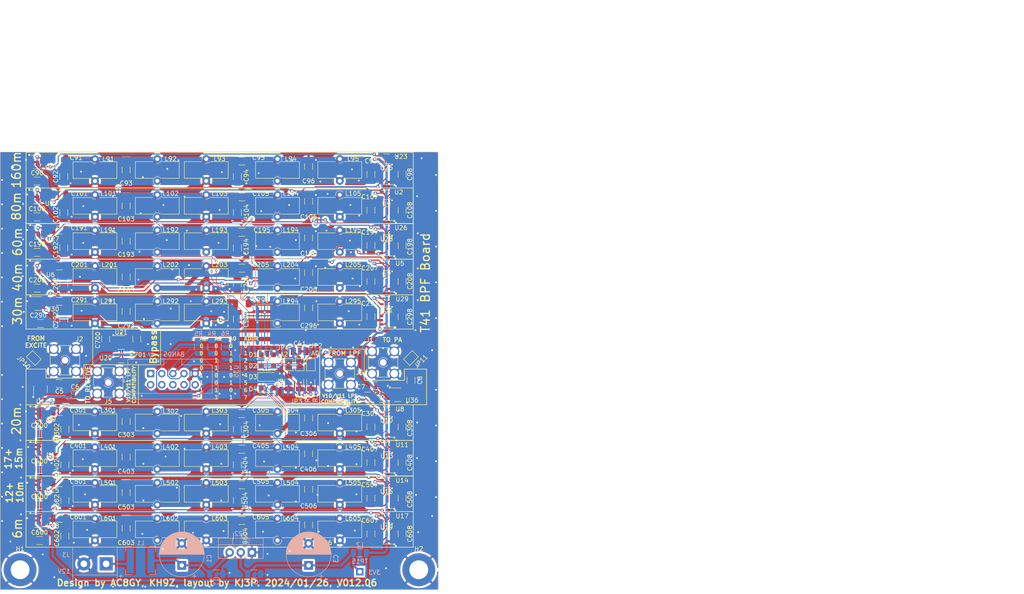
<source format=kicad_pcb>
(kicad_pcb (version 20221018) (generator pcbnew)
  (layers (0 "F.Cu" signal) (31 "B.Cu" signal) (34 "B.Paste" user) (35 "F.Paste" user) (36 "B.SilkS" user "B.Silkscreen") (37 "F.SilkS" user "F.Silkscreen") (38 "B.Mask" user) (39 "F.Mask" user) (44 "Edge.Cuts" user))
  (net 0 "")
  (net 1 "+12V")
  (net 2 "GND")
  (net 3 "Net-(U22-VO)")
  (net 4 "Net-(J3-Pin_1)")
  (net 9 "/SDA2")
  (net 11 "/SCL2")
  (net 13 "+3V3")
  (net 14 "Net-(JP2-A)")
  (net 15 "Net-(JP3-A)")
  (net 16 "Net-(JP4-A)")
  (net 17 "Net-(U35-~{RESET})")
  (net 18 "/RFIN")
  (net 19 "/80m")
  (net 20 "/40m")
  (net 21 "/20m")
  (net 22 "/12{slash}10m")
  (net 23 "/6m")
  (net 24 "/NF")
  (net 25 "/~{80m}")
  (net 26 "/~{40m}")
  (net 27 "/~{20m}")
  (net 28 "/17{slash}15m")
  (net 29 "/~{12{slash}10m}")
  (net 30 "/~{6m}")
  (net 31 "/~{NF}")
  (net 32 "/RF62")
  (net 33 "/RF63")
  (net 34 "/RF64")
  (net 35 "/RF65")
  (net 36 "/RF66")
  (net 37 "/RFOUT")
  (net 38 "/RF2")
  (net 39 "/RF3")
  (net 40 "/RF4")
  (net 41 "/RF5")
  (net 42 "/RF6")
  (net 43 "/RF72")
  (net 44 "/RF73")
  (net 45 "/RF74")
  (net 46 "/RF75")
  (net 47 "/RF76")
  (net 48 "/RF12")
  (net 49 "/RF13")
  (net 50 "/RF14")
  (net 51 "/RF15")
  (net 52 "/RF16")
  (net 53 "/160m")
  (net 54 "/~{160m}")
  (net 55 "/60m")
  (net 56 "/~{60m}")
  (net 57 "/30m")
  (net 58 "/~{30m}")
  (net 59 "/~{17{slash}15m}")
  (net 60 "/17m")
  (net 61 "/RF82")
  (net 62 "/RF83")
  (net 63 "/RF84")
  (net 64 "/RF85")
  (net 65 "/RF86")
  (net 66 "/RF22")
  (net 68 "/RF23")
  (net 69 "/RF24")
  (net 71 "/RF25")
  (net 72 "/RF26")
  (net 75 "/15m")
  (net 80 "/RF32")
  (net 81 "/RF33")
  (net 82 "/RF34")
  (net 83 "/RF35")
  (net 84 "/RF36")
  (net 85 "/RF42")
  (net 86 "/RF43")
  (net 87 "/RF44")
  (net 88 "/RF45")
  (net 89 "/RF46")
  (net 90 "/RF52")
  (net 91 "/RF53")
  (net 92 "/RF54")
  (net 93 "/RF55")
  (net 94 "/RF56")
  (net 95 "/RRF60")
  (net 96 "/RRF68")
  (net 97 "/RRF0")
  (net 98 "/RRF8")
  (net 99 "/RRF70")
  (net 100 "/RRF78")
  (net 101 "/RRF10")
  (net 102 "/RRF18")
  (net 103 "/RRF80")
  (net 104 "/RRF88")
  (net 105 "/RRF20")
  (net 106 "/RRF28")
  (net 107 "/RRF30")
  (net 108 "/RRF38")
  (net 109 "/RRF40")
  (net 110 "/RRF48")
  (net 111 "/RRF50")
  (net 112 "/RRF58")
  (net 113 "/RRF100")
  (net 114 "/RRF61")
  (net 115 "/RRF67")
  (net 116 "/RRF1")
  (net 117 "/RRF7")
  (net 118 "/RRF71")
  (net 119 "/RRF77")
  (net 120 "/RRF11")
  (net 121 "/RRF17")
  (net 122 "/RRF81")
  (net 123 "/RRF87")
  (net 124 "/RRF21")
  (net 125 "/RRF27")
  (net 126 "/RRF31")
  (net 127 "/RRF37")
  (net 128 "/RRF41")
  (net 129 "/RRF47")
  (net 130 "/RRF51")
  (net 131 "/RRF57")
  (net 132 "/RRF101")
  (net 133 "/RXTX")
  (net 134 "/~{RXTX}")
  (net 135 "/12m")
  (net 136 "/10m")
  (net 137 "/RF90")
  (net 138 "/RRF90")
  (net 139 "/RF92")
  (net 140 "/RRF91")
  (net 141 "/RRF93")
  (net 142 "/RF93")
  (net 143 "/RRF92")
  (net 144 "/RF91")
  (footprint "T41_Library:SOT-SC70" (layer "F.Cu") (at 138.176 59.746757 180)
    (fp_text reference "U2")
    (fp_text value "SN74LVC1G04DCK")
  )
  (footprint "Capacitor_SMD:C_1206_3216Metric" (layer "F.Cu") (at 104.14 129.54 90)
    (fp_text reference "C504")
    (fp_text value "510 pF")
  )
  (footprint "Capacitor_SMD:C_1206_3216Metric" (layer "F.Cu") (at 105.156 76.510757 180)
    (fp_text reference "C205")
    (fp_text value "180 pF")
  )
  (footprint "Capacitor_SMD:C_1206_3216Metric" (layer "F.Cu") (at 118.364 95.504 180)
    (fp_text reference "C41")
    (fp_text value "0.1uF 50V")
  )
  (footprint "T41_Library:FT37-toroid-vertical" (layer "F.Cu") (at 127.508 111.76)
    (fp_text reference "L305")
    (fp_text value "220 nH")
  )
  (footprint "Capacitor_SMD:C_1206_3216Metric" (layer "F.Cu") (at 141.732 120.904 90)
    (fp_text reference "C408")
    (fp_text value "0.1uF 50V")
  )
  (footprint "Jumper:SolderJumper-2_P1.3mm_Open_TrianglePad1.0x1.5mm" (layer "F.Cu") (at 57.662652 97.032652 135)
    (fp_text reference "JP10")
    (fp_text value "SolderJumper_2_Open")
  )
  (footprint "Capacitor_SMD:C_1206_3216Metric" (layer "F.Cu") (at 58.42 72.898)
    (fp_text reference "C190")
    (fp_text value "0.1uF 50V")
  )
  (footprint "T41_Library:MASWSS0179-SOT-26" (layer "F.Cu") (at 58.674 134.112)
    (fp_text reference "U18")
    (fp_text value "MASWSS0179")
  )
  (footprint "T41_Library:FT37-toroid-vertical" (layer "F.Cu") (at 97.028 119.888)
    (fp_text reference "L403")
    (fp_text value "82 nH")
  )
  (footprint "Capacitor_SMD:C_1206_3216Metric" (layer "F.Cu") (at 64.516 80.066757 90)
    (fp_text reference "C202")
    (fp_text value "1.2 nF")
  )
  (footprint "T41_Library:MASWSS0179-SOT-26" (layer "F.Cu") (at 138.176 113.538 180)
    (fp_text reference "U10")
    (fp_text value "MASWSS0179")
  )
  (footprint "Capacitor_SMD:C_1206_3216Metric" (layer "F.Cu") (at 81.176 92.710016 90)
    (fp_text reference "C701")
    (fp_text value "0.1uF 50V")
  )
  (footprint "Capacitor_SMD:C_1206_3216Metric" (layer "F.Cu") (at 78.74 127.762 -90)
    (fp_text reference "C503")
    (fp_text value "43 pF")
  )
  (footprint "T41_Library:FT37-toroid-vertical" (layer "F.Cu") (at 85.852 119.888)
    (fp_text reference "L402")
    (fp_text value "1.2 uH")
  )
  (footprint "Capacitor_SMD:C_1206_3216Metric" (layer "F.Cu") (at 78.74 135.89 -90)
    (fp_text reference "C603")
    (fp_text value "13 pF")
  )
  (footprint "Capacitor_SMD:C_1206_3216Metric" (layer "F.Cu") (at 120.396 110.744 90)
    (fp_text reference "C306")
    (fp_text value "750 pF")
  )
  (footprint "T41_Library:FT37-toroid-vertical" (layer "F.Cu") (at 71.628 62.286757)
    (fp_text reference "L101")
    (fp_text value "1 uH")
  )
  (footprint "Capacitor_SMD:C_1206_3216Metric" (layer "F.Cu") (at 78.74 119.634 -90)
    (fp_text reference "C403")
    (fp_text value "51 pF")
  )
  (footprint "Capacitor_SMD:C_1206_3216Metric" (layer "F.Cu") (at 141.732 71.374 90)
    (fp_text reference "C198")
    (fp_text value "0.1uF 50V")
  )
  (footprint "T41_Library:FT37-toroid-vertical" (layer "F.Cu") (at 113.284 86.614)
    (fp_text reference "L294")
    (fp_text value "3.6 uH")
  )
  (footprint "T41_Library:MASWSS0179-SOT-26" (layer "F.Cu") (at 138.176 55.88 180)
    (fp_text reference "U25")
    (fp_text value "MASWSS0179")
  )
  (footprint "T41_Library:SOT-SC70" (layer "F.Cu") (at 138.176 84.074 180)
    (fp_text reference "U29")
    (fp_text value "SN74LVC1G04DCK")
  )
  (footprint "Capacitor_SMD:C_1206_3216Metric" (layer "F.Cu") (at 63.5 67.818)
    (fp_text reference "C191")
    (fp_text value "0.1uF 50V")
  )
  (footprint "T41_Library:FT37-toroid-vertical" (layer "F.Cu") (at 113.284 111.76)
    (fp_text reference "L304")
    (fp_text value "2.2 uH")
  )
  (footprint "Connector_Coaxial:SMA_Amphenol_901-144_Vertical" (layer "F.Cu") (at 137.414 98.044)
    (fp_text reference "J1")
    (fp_text value "TO PA")
  )
  (footprint "Diode_SMD:D_SOD-123F" (layer "F.Cu") (at 110.998 103.886)
    (fp_text reference "D4")
    (fp_text value "BAS70H,115")
  )
  (footprint "T41_Library:FT37-toroid-vertical" (layer "F.Cu") (at 97.028 111.76)
    (fp_text reference "L303")
    (fp_text value "120 nH")
  )
  (footprint "Capacitor_SMD:C_1206_3216Metric" (layer "F.Cu") (at 59.182 89.154)
    (fp_text reference "C290")
    (fp_text value "0.1uF 50V")
  )
  (footprint "T41_Library:FT37-toroid-vertical" (layer "F.Cu") (at 127.508 62.286757)
    (fp_text reference "L105")
    (fp_text value "1 uH")
  )
  (footprint "MountingHole:MountingHole_4.3mm_M4_DIN965_Pad" (layer "F.Cu") (at 54.538 145.36)
    (fp_text reference "H1")
    (fp_text value "~")
  )
  (footprint "Capacitor_SMD:C_1206_3216Metric" (layer "F.Cu") (at 67.056 105.41 180)
    (fp_text reference "C6")
    (fp_text value "0.1uF 50V")
  )
  (footprint "Capacitor_SMD:C_1206_3216Metric" (layer "F.Cu") (at 104.14 121.412 90)
    (fp_text reference "C404")
    (fp_text value "680 pF")
  )
  (footprint "T41_Library:FT37-toroid-vertical" (layer "F.Cu") (at 71.628 119.888)
    (fp_text reference "L401")
    (fp_text value "150 nH")
  )
  (footprint "T41_Library:MASWSS0179-SOT-26" (layer "F.Cu") (at 58.604 68.326)
    (fp_text reference "U27")
    (fp_text value "MASWSS0179")
  )
  (footprint "T41_Library:FT37-toroid-vertical" (layer "F.Cu") (at 127.508 86.614)
    (fp_text reference "L295")
    (fp_text value "245 nH")
  )
  (footprint "Capacitor_SMD:C_1206_3216Metric" (layer "F.Cu") (at 135.382 103.378 180)
    (fp_text reference "C7")
    (fp_text value "0.1uF 50V")
  )
  (footprint "T41_Library:SOT-SC70" (layer "F.Cu") (at 133.858 105.918 180)
    (fp_text reference "U37")
    (fp_text value "SN74LVC1G04DCK")
  )
  (footprint "Capacitor_SMD:C_1206_3216Metric" (layer "F.Cu") (at 120.396 69.596 -90)
    (fp_text reference "C196")
    (fp_text value "1.2 nF")
  )
  (footprint "T41_Library:FT37-toroid-vertical" (layer "F.Cu") (at 71.628 111.72)
    (fp_text reference "L301")
    (fp_text value "220 nH")
  )
  (footprint "Capacitor_SMD:C_1206_3216Metric" (layer "F.Cu") (at 64.77 113.284 90)
    (fp_text reference "C302")
    (fp_text value "750 pF")
  )
  (footprint "Jumper:SolderJumper-2_P1.3mm_Open_TrianglePad1.0x1.5mm" (layer "F.Cu") (at 118.364 98.552 90)
    (fp_text reference "JP3")
    (fp_text value "SolderJumper_2_Open")
  )
  (footprint "Capacitor_SMD:C_1206_3216Metric" (layer "F.Cu") (at 58.42 56.642)
    (fp_text reference "C90")
    (fp_text value "0.1uF 50V")
  )
  (footprint "Capacitor_SMD:C_1206_3216Metric" (layer "F.Cu") (at 64.516 71.882 90)
    (fp_text reference "C192")
    (fp_text value "1.2 nF")
  )
  (footprint "Capacitor_SMD:C_1206_3216Metric" (layer "F.Cu") (at 141.732 55.118 90)
    (fp_text reference "C98")
    (fp_text value "0.1uF 50V")
  )
  (footprint "Capacitor_SMD:C_1206_3216Metric" (layer "F.Cu") (at 134.62 120.904 -90)
    (fp_text reference "C407")
    (fp_text value "0.1uF 50V")
  )
  (footprint "Capacitor_SMD:C_1206_3216Metric" (layer "F.Cu") (at 64.516 88.138 90)
    (fp_text reference "C292")
    (fp_text value "1.0 nF")
  )
  (footprint "Capacitor_SMD:C_1206_3216Metric" (layer "F.Cu") (at 78.74 86.36 -90)
    (fp_text reference "C293")
    (fp_text value "68 pF")
  )
  (footprint "T41_Library:MASWSS0179-SOT-26" (layer "F.Cu") (at 58.42 52.324)
    (fp_text reference "U24")
    (fp_text value "MASWSS0179")
  )
  (footprint "Capacitor_SMD:C_1206_3216Metric" (layer "F.Cu") (at 141.732 137.16 90)
    (fp_text reference "C608")
    (fp_text value "0.1uF 50V")
  )
  (footprint "Capacitor_SMD:C_1206_3216Metric" (layer "F.Cu") (at 78.74 78.542757 -90)
    (fp_text reference "C203")
    (fp_text value "180 pF")
  )
  (footprint "Capacitor_SMD:C_1206_3216Metric" (layer "F.Cu") (at 58.928 122.428)
    (fp_text reference "C400")
    (fp_text value "0.1uF 50V")
  )
  (footprint "Capacitor_SMD:C_1206_3216Metric" (layer "F.Cu") (at 105.156 52.07 180)
    (fp_text reference "C95")
    (fp_text value "580 pF")
  )
  (footprint "Capacitor_SMD:C_1206_3216Metric" (layer "F.Cu") (at 58.42 64.826757)
    (fp_text reference "C100")
    (fp_text value "0.1uF 50V")
  )
  (footprint "Capacitor_SMD:C_1206_3216Metric" (layer "F.Cu") (at 141.732 112.776 90)
    (fp_text reference "C308")
    (fp_text value "0.1uF 50V")
  )
  (footprint "Capacitor_SMD:C_1206_3216Metric" (layer "F.Cu") (at 64.77 137.668 90)
    (fp_text reference "C602")
    (fp_text value "240 pF")
  )
  (footprint "Diode_SMD:D_SOD-123F" (layer "F.Cu") (at 110.998 101.346)
    (fp_text reference "D3")
    (fp_text value "BAS70H,115")
  )
  (footprint "Capacitor_SMD:C_1206_3216Metric" (layer "F.Cu") (at 64.516 63.810757 90)
    (fp_text reference "C102")
    (fp_text value "1.8 nF")
  )
  (footprint "Capacitor_SMD:C_1206_3216Metric" (layer "F.Cu") (at 78.74 111.506 -90)
    (fp_text reference "C303")
    (fp_text value "75 pF")
  )
  (footprint "Capacitor_SMD:C_1206_3216Metric" (layer "F.Cu") (at 63.5 59.746757)
    (fp_text reference "C101")
    (fp_text value "0.1uF 50V")
  )
  (footprint "Capacitor_SMD:C_1206_3216Metric" (layer "F.Cu") (at 120.396 135.128 90)
    (fp_text reference "C606")
    (fp_text value "240 pF")
  )
  (footprint "T41_Library:MASWSS0179-SOT-26" (layer "F.Cu") (at 138.176 137.922 180)
    (fp_text reference "U19")
    (fp_text value "MASWSS0179")
  )
  (footprint "T41_Library:FT37-toroid-vertical" (layer "F.Cu") (at 97.028 128.016)
    (fp_text reference "L503")
    (fp_text value "82 nH")
  )
  (footprint "Capacitor_SMD:C_1206_3216Metric" (layer "F.Cu") (at 120.396 61.270757 -90)
    (fp_text reference "C106")
    (fp_text value "1.8 nF")
  )
  (footprint "T41_Library:FT37-toroid-vertical" (layer "F.Cu") (at 127.508 70.358)
    (fp_text reference "L195")
    (fp_text value "840 nH")
  )
  (footprint "T41_Library:FT37-toroid-vertical" (layer "F.Cu") (at 85.852 70.358)
    (fp_text reference "L192")
    (fp_text value "5.2 uH")
  )
  (footprint "T41_Library:FT37-toroid-vertical" (layer "F.Cu") (at 97.028 62.286757)
    (fp_text reference "L103")
    (fp_text value "560 nH")
  )
  (footprint "Capacitor_SMD:C_1206_3216Metric" (layer "F.Cu") (at 134.62 112.776 -90)
    (fp_text reference "C307")
    (fp_text value "0.1uF 50V")
  )
  (footprint "Capacitor_SMD:C_1206_3216Metric" (layer "F.Cu") (at 104.14 55.626 90)
    (fp_text reference "C94")
    (fp_text value "5.7 nF")
  )
  (footprint "T41_Library:MASWSS0179-SOT-26" (layer "F.Cu") (at 138.176 88.392 180)
    (fp_text reference "U31")
    (fp_text value "MASWSS0179")
  )
  (footprint "T41_Library:SOT-SC70" (layer "F.Cu") (at 138.176 67.818 180)
    (fp_text reference "U26")
    (fp_text value "SN74LVC1G04DCK")
  )
  (footprint "Capacitor_SMD:C_1206_3216Metric" (layer "F.Cu") (at 120.396 127 90)
    (fp_text reference "C506")
    (fp_text value "300 pF")
  )
  (footprint "Capacitor_SMD:C_1206_3216Metric" (layer "F.Cu") (at 58.977 130.556)
    (fp_text reference "C500")
    (fp_text value "0.1uF 50V")
  )
  (footprint "Resistor_SMD:R_1206_3216Metric" (layer "F.Cu") (at 120.904 102.616 90)
    (fp_text reference "R1")
    (fp_text value "2k2")
  )
  (footprint "Capacitor_SMD:C_1206_3216Metric" (layer "F.Cu") (at 143.764 102.108 90)
    (fp_text reference "C8")
    (fp_text value "0.1uF 50V")
  )
  (footprint "Capacitor_SMD:C_1206_3216Metric" (layer "F.Cu") (at 58.977 138.684)
    (fp_text reference "C600")
    (fp_text value "0.1uF 50V")
  )
  (footprint "T41_Library:SOT-SC70" (layer "F.Cu") (at 138.176 125.476 180)
    (fp_text reference "U14")
    (fp_text value "SN74LVC1G04DCK")
  )
  (footprint "T41_Library:MASWSS0179-SOT-26" (layer "F.Cu") (at 140.716 105.41)
    (fp_text reference "U36")
    (fp_text value "MASWSS0179")
  )
  (footprint "T41_Library:MASWSS0179-SOT-26" (layer "F.Cu") (at 58.674 117.856)
    (fp_text reference "U12")
    (fp_text value "MASWSS0179")
  )
  (footprint "T41_Library:SOT-SC70" (layer "F.Cu") (at 77.62 97.028016)
    (fp_text reference "U20")
    (fp_text value "SN74LVC1G04DCK")
  )
  (footprint "Capacitor_SMD:C_1206_3216Metric" (layer "F.Cu") (at 58.42 81.082757)
    (fp_text reference "C200")
    (fp_text value "0.1uF 50V")
  )
  (footprint "Capacitor_SMD:C_1206_3216Metric" (layer "F.Cu") (at 78.74 62.286757 -90)
    (fp_text reference "C103")
    (fp_text value "300 pF")
  )
  (footprint "Capacitor_SMD:C_1206_3216Metric" (layer "F.Cu") (at 105.156 117.856 180)
    (fp_text reference "C405")
    (fp_text value "51 pF")
  )
  (footprint "T41_Library:MASWSS0179-SOT-26" (layer "F.Cu") (at 58.674 109.728)
    (fp_text reference "U9")
    (fp_text value "MASWSS0179")
  )
  (footprint "T41_Library:FT37-toroid-vertical" (layer "F.Cu") (at 113.284 128.016)
    (fp_text reference "L504")
    (fp_text value "820 nH")
  )
  (footprint "Capacitor_SMD:C_1206_3216Metric" (layer "F.Cu") (at 64.77 129.54 90)
    (fp_text reference "C502")
    (fp_text value "300 pF")
  )
  (footprint "T41_Library:MASWSS0179-SOT-26" (layer "F.Cu") (at 77.62 93.472016)
    (fp_text reference "U21")
    (fp_text value "MASWSS0179")
  )
  (footprint "Capacitor_SMD:C_1206_3216Metric" (layer "F.Cu") (at 105.156 134.112 180)
    (fp_text reference "C605")
    (fp_text value "13 pF")
  )
  (footprint "Capacitor_SMD:C_1206_3216Metric" (layer "F.Cu") (at 104.14 88.138 90)
    (fp_text reference "C294")
    (fp_text value "1.9 nF")
  )
  (footprint "T41_Library:FT37-toroid-vertical" (layer "F.Cu") (at 97.028 78.542757)
    (fp_text reference "L203")
    (fp_text value "330 nH")
  )
  (footprint "Capacitor_SMD:C_1206_3216Metric" (layer "F.Cu") (at 104.14 63.810757 90)
    (fp_text reference "C104")
    (fp_text value "3 nF")
  )
  (footprint "T41_Library:MASWSS0179-SOT-26" (layer "F.Cu") (at 138.176 80.320757 180)
    (fp_text reference "U7")
    (fp_text value "MASWSS0179")
  )
  (footprint "Capacitor_SMD:C_1206_3216Metric" (layer "F.Cu") (at 134.62 87.63 -90)
    (fp_text reference "C297")
    (fp_text value "0.1uF 50V")
  )
  (footprint "Connector_Coaxial:SMA_Amphenol_901-144_Vertical" (layer "F.Cu") (at 127.508 100.584)
    (fp_text reference "J6")
    (fp_text value "FROM LPF")
  )
  (footprint "Capacitor_SMD:C_1206_3216Metric" (layer "F.Cu") (at 63.5 125.476)
    (fp_text reference "C501")
    (fp_text value "0.1uF 50V")
  )
  (footprint "T41_Library:MASWSS0179-SOT-26" (layer "F.Cu") (at 138.246 121.666 180)
    (fp_text reference "U13")
    (fp_text value "MASWSS0179")
  )
  (footprint "Capacitor_SMD:C_1206_3216Metric" (layer "F.Cu") (at 120.396 85.598 -90)
    (fp_text reference "C296")
    (fp_text value "1.0 nF")
  )
  (footprint "Capacitor_SMD:C_1206_3216Metric" (layer "F.Cu") (at 141.732 87.63 90)
    (fp_text reference "C298")
    (fp_text value "0.1uF 50V")
  )
  (footprint "Capacitor_SMD:C_1206_3216Metric" (layer "F.Cu") (at 63.5 84.074)
    (fp_text reference "C291")
    (fp_text value "0.1uF 50V")
  )
  (footprint "Capacitor_SMD:C_1206_3216Metric" (layer "F.Cu") (at 105.156 60.254757 180)
    (fp_text reference "C105")
    (fp_text value "300 pF")
  )
  (footprint "Capacitor_SMD:C_1206_3216Metric" (layer "F.Cu") (at 104.14 137.668 90)
    (fp_text reference "C604")
    (fp_text value "430 pF")
  )
  (footprint "T41_Library:FT37-toroid-vertical" (layer "F.Cu") (at 97.028 86.614)
    (fp_text reference "L293")
    (fp_text value "132 nH")
  )
  (footprint "T41_Library:FT37-toroid-vertical" (layer "F.Cu") (at 127.508 136.144)
    (fp_text reference "L605")
    (fp_text value "39 nH")
  )
  (footprint "T41_Library:SOT-SC70" (layer "F.Cu") (at 138.176 76.002757 180)
    (fp_text reference "U5")
    (fp_text value "SN74LVC1G04DCK")
  )
  (footprint "T41_Library:MASWSS0179-SOT-26" (layer "F.Cu") (at 138.176 64.064757 180)
    (fp_text reference "U4")
    (fp_text value "MASWSS0179")
  )
  (footprint "Capacitor_SMD:C_1206_3216Metric" (layer "F.Cu") (at 141.732 129.032 90)
    (fp_text reference "C508")
    (fp_text value "0.1uF 50V")
  )
  (footprint "Capacitor_SMD:C_1206_3216Metric" (layer "F.Cu") (at 134.62 129.032 -90)
    (fp_text reference "C507")
    (fp_text value "0.1uF 50V")
  )
  (footprint "Jumper:SolderJumper-2_P1.3mm_Open_TrianglePad1.0x1.5mm" (layer "F.Cu") (at 143.759348 97.032652 45)
    (fp_text reference "JP11")
    (fp_text value "SolderJumper_2_Open")
  )
  (footprint "T41_Library:FT37-toroid-vertical" (layer "F.Cu") (at 85.852 111.76)
    (fp_text reference "L302")
    (fp_text value "2.2 uH")
  )
  (footprint "T41_Library:MASWSS0179-SOT-26" (layer "F.Cu") (at 58.604 76.444757)
    (fp_text reference "U6")
    (fp_text value "MASWSS0179")
  )
  (footprint "T41_Library:FT37-toroid-vertical" (layer "F.Cu") (at 71.628 136.144)
    (fp_text reference "L601")
    (fp_text value "39 nH")
  )
  (footprint "T41_Library:FT37-toroid-vertical" (layer "F.Cu") (at 71.628 70.358)
    (fp_text reference "L191")
    (fp_text value "840 nH")
  )
  (footprint "Capacitor_SMD:C_1206_3216Metric" (layer "F.Cu") (at 104.14 113.284 90)
    (fp_text reference "C304")
    (fp_text value "1.3 nF")
  )
  (footprint "Capacitor_SMD:C_1206_3216Metric" (layer "F.Cu") (at 141.732 79.558757 90)
    (fp_text reference "C208")
    (fp_text value "0.1uF 50V")
  )
  (footprint "T41_Library:SOT-SC70" (layer "F.Cu") (at 138.176 133.604 180)
    (fp_text reference "U17")
    (fp_text value "SN74LVC1G04DCK")
  )
  (footprint "Capacitor_SMD:C_1206_3216Metric" (layer "F.Cu") (at 120.396 118.872 90)
    (fp_text reference "C406")
    (fp_text value "390 pF")
  )
  (footprint "Capacitor_SMD:C_1206_3216Metric" (layer "F.Cu") (at 63.5 109.22)
    (fp_text reference "C301")
    (fp_text value "0.1uF 50V")
  )
  (footprint "Capacitor_SMD:C_1206_3216Metric" (layer "F.Cu") (at 64.516 55.626 90)
    (fp_text reference "C92")
    (fp_text value "3.1 nF")
  )
  (footprint "T41_Library:SOT-SC70" (layer "F.Cu") (at 138.176 109.22 180)
    (fp_text reference "U8")
    (fp_text value "SN74LVC1G04DCK")
  )
  (footprint "T41_Library:FT37-toroid-vertical" (layer "F.Cu") (at 127.508 119.888)
    (fp_text reference "L405")
    (fp_text value "150 nH")
  )
  (footprint "Capacitor_SMD:C_1206_3216Metric" (layer "F.Cu") (at 63.5 76.002757)
    (fp_text reference "C201")
    (fp_text value "0.1uF 50V")
  )
  (footprint "Capacitor_SMD:C_1206_3216Metric" (layer "F.Cu") (at 64.77 121.412 90)
    (fp_text reference "C402")
    (fp_text value "390 pF")
  )
  (footprint "T41_Library:FT37-toroid-vertical" (layer "F.Cu") (at 113.284 78.542757)
    (fp_text reference "L204")
    (fp_text value "3.9 uH")
  )
  (footprint "Jumper:SolderJumper-2_P1.3mm_Open_TrianglePad1.0x1.5mm" (layer "F.Cu") (at 115.824 98.552 90)
    (fp_text reference "JP4")
    (fp_text value "SolderJumper_2_Open")
  )
  (footprint "Capacitor_SMD:C_1206_3216Metric" (layer "F.Cu") (at 78.74 70.358 -90)
    (fp_text reference "C193")
    (fp_text value "195 pF")
  )
  (footprint "Capacitor_SMD:C_1206_3216Metric" (layer "F.Cu") (at 134.62 63.302757 -90)
    (fp_text reference "C107")
    (fp_text value "0.1uF 50V")
  )
  (footprint "Diode_SMD:D_SOD-123F" (layer "F.Cu") (at 110.998 96.266)
    (fp_text reference "D1")
    (fp_text value "BAS70H,115")
  )
  (footprint "T41_Library:FT37-toroid-vertical" (layer "F.Cu") (at 113.284 70.358)
    (fp_text reference "L194")
    (fp_text value "5.2 uH")
  )
  (footprint "Capacitor_SMD:C_1206_3216Metric" (layer "F.Cu") (at 134.62 79.558757 -90)
    (fp_text reference "C207")
    (fp_text value "0.1uF 50V")
  )
  (footprint "Capacitor_SMD:C_1206_3216Metric" (layer "F.Cu") (at 105.156 125.984 180)
    (fp_text reference "C505")
    (fp_text value "43 pF")
  )
  (footprint "T41_Library:MASWSS0179-SOT-26" (layer "F.Cu") (at 58.42 60.254757)
    (fp_text reference "U3")
    (fp_text value "MASWSS0179")
  )
  (footprint "T41_Library:FT37-toroid-vertical" (layer "F.Cu") (at 113.284 119.888)
    (fp_text reference "L404")
    (fp_text value "1.2 uH")
  )
  (footprint "Connector_Coaxial:SMA_Amphenol_901-144_Vertical" (layer "F.Cu") (at 64.77 97.536)
    (fp_text reference "J2")
    (fp_text value "FROM EXCITE")
  )
  (footprint "Capacitor_SMD:C_1206_3216Metric" (layer "F.Cu") (at 63.5 51.562)
    (fp_text reference "C91")
    (fp_text value "0.1uF 50V")
  )
  (footprint "Resistor_SMD:R_1206_3216Metric" (layer "F.Cu") (at 115.824 102.616 90)
    (fp_text reference "R3")
    (fp_text value "2k2")
  )
  (footprint "Capacitor_SMD:C_1206_3216Metric" (layer "F.Cu") (at 63.5 102.87 180)
    (fp_text reference "C5")
    (fp_text value "0.1uF 50V")
  )
  (footprint "T41_Library:FT37-toroid-vertical" (layer "F.Cu") (at 85.852 86.614)
    (fp_text reference "L292")
    (fp_text value "3.6 uH")
  )
  (footprint "Capacitor_SMD:C_1206_3216Metric" (layer "F.Cu") (at 134.62 71.374 -90)
    (fp_text reference "C197")
    (fp_text value "0.1uF 50V")
  )
  (footprint "Jumper:SolderJumper-2_P1.3mm_Open_TrianglePad1.0x1.5mm" (layer "F.Cu") (at 120.904 98.552 90)
    (fp_text reference "JP2")
    (fp_text value "SolderJumper_2_Open")
  )
  (footprint "Capacitor_SMD:C_1206_3216Metric" (layer "F.Cu") (at 120.396 77.526757 -90)
    (fp_text reference "C206")
    (fp_text value "1.2 nF")
  )
  (footprint "T41_Library:FT37-toroid-vertical" (layer "F.Cu") (at 85.852 54.102)
    (fp_text reference "L92")
    (fp_text value "11 uH")
  )
  (footprint "Capacitor_SMD:C_1206_3216Metric" (layer "F.Cu") (at 105.156 109.728 180)
    (fp_text reference "C305")
    (fp_text value "75 pF")
  )
  (footprint "T41_Library:FT37-toroid-vertical" (layer "F.Cu") (at 71.628 54.142)
    (fp_text reference "L91")
    (fp_text value "2 uH")
  )
  (footprint "T41_Library:FT37-toroid-vertical" (layer "F.Cu") (at 127.508 78.542757)
    (fp_text reference "L205")
    (fp_text value "560 nH")
  )
  (footprint "Capacitor_SMD:C_1206_3216Metric" (layer "F.Cu") (at 120.396 53.34 -90)
    (fp_text reference "C96")
    (fp_text value "3.1 nF")
  )
  (footprint "T41_Library:MASWSS0179-SOT-26" (layer "F.Cu") (at 58.674 125.984)
    (fp_text reference "U15")
    (fp_text value "MASWSS0179")
  )
  (footprint "Capacitor_SMD:C_1206_3216Metric" (layer "F.Cu") (at 134.62 55.118 -90)
    (fp_text reference "C97")
    (fp_text value "0.1uF 50V")
  )
  (footprint "Capacitor_SMD:C_1206_3216Metric" (layer "F.Cu") (at 105.156 68.326 180)
    (fp_text reference "C195")
    (fp_text value "195 pF")
  )
  (footprint "T41_Library:FT37-toroid-vertical" (layer "F.Cu") (at 97.028 54.102)
    (fp_text reference "L93")
    (fp_text value "1 uH")
  )
  (footprint "Capacitor_SMD:C_1206_3216Metric" (layer "F.Cu") (at 141.732 63.302757 90)
    (fp_text reference "C108")
    (fp_text value "0.1uF 50V")
  )
  (footprint "MountingHole:MountingHole_4.3mm_M4_DIN965_Pad" (layer "F.Cu") (at 145.538 145.36)
    (fp_text reference "H2")
    (fp_text value "~")
  )
  (footprint "T41_Library:MASWSS0179-SOT-26" (layer "F.Cu") (at 59.182 104.14 90)
    (fp_text reference "U1")
    (fp_text value "MASWSS0179")
  )
  (footprint "T41_Library:FT37-toroid-vertical" (layer "F.Cu") (at 97.028 70.358)
    (fp_text reference "L193")
    (fp_text value "400 nH")
  )
  (footprint "T41_Library:FT37-toroid-vertical" (layer "F.Cu") (at 113.284 136.144)
    (fp_text reference "L604")
    (fp_text value "680 nH")
  )
  (footprint "Capacitor_SMD:C_1206_3216Metric" (layer "F.Cu") (at 105.156 84.582 180)
    (fp_text reference "C295")
    (fp_text value "68 pF")
  )
  (footprint "T41_Library:FT37-toroid-vertical" (layer "F.Cu") (at 113.284 54.102)
    (fp_text reference "L94")
    (fp_text value "11 uH")
  )
  (footprint "T41_Library:FT37-toroid-vertical" (layer "F.Cu") (at 85.852 62.286757)
    (fp_text reference "L102")
    (fp_text value "5.6 uH")
  )
  (footprint "Capacitor_SMD:C_1206_3216Metric" (layer "F.Cu") (at 63.5 133.604)
    (fp_text reference "C601")
    (fp_text value "0.1uF 50V")
  )
  (footprint "Resistor_SMD:R_1206_3216Metric" (layer "F.Cu") (at 118.364 102.616 90)
    (fp_text reference "R2")
    (fp_text value "2k2")
  )
  (footprint "Capacitor_SMD:C_1206_3216Metric" (layer "F.Cu") (at 74.064 92.710016 -90)
    (fp_text reference "C700")
    (fp_text value "0.1uF 50V")
  )
  (footprint "T41_Library:FT37-toroid-vertical" (layer "F.Cu") (at 85.852 128.016)
    (fp_text reference "L502")
    (fp_text value "820 nH")
  )
  (footprint "T41_Library:FT37-toroid-vertical" (layer "F.Cu") (at 97.028 136.144)
    (fp_text reference "L603")
    (fp_text value "22 nH")
  )
  (footprint "Capacitor_SMD:C_1206_3216Metric" (layer "F.Cu") (at 63.5 117.348)
    (fp_text reference "C401")
    (fp_text value "0.1uF 50V")
  )
  (footprint "T41_Library:FT37-toroid-vertical" (layer "F.Cu") (at 85.852 78.542757)
    (fp_text reference "L202")
    (fp_text value "3.9 uH")
  )
  (footprint "T41_Library:FT37-toroid-vertical" (layer "F.Cu") (at 113.284 62.286757)
    (fp_text reference "L104")
    (fp_text value "5.6 uH")
  )
  (footprint "T41_Library:FT37-toroid-vertical" (layer "F.Cu") (at 127.508 54.102)
    (fp_text reference "L95")
    (fp_text value "2 uH")
  )
  (footprint "T41_Library:FT37-toroid-vertical" (layer "F.Cu") (at 71.628 78.502757)
    (fp_text reference "L201")
    (fp_text value "560 nH")
  )
  (footprint "T41_Library:FT37-toroid-vertical" (layer "F.Cu") (at 85.852 136.144)
    (fp_text reference "L602")
    (fp_text value "680 nH")
  )
  (footprint "Capacitor_SMD:C_1206_3216Metric" (layer "F.Cu") (at 78.74 54.102 -90)
    (fp_text reference "C93")
    (fp_text value "580 pF")
  )
  (footprint "Connector_Coaxial:SMA_Amphenol_901-144_Vertical" (layer "F.Cu") (at 74.676 102.616)
    (fp_text reference "J5")
    (fp_text value "TO RECEIVE")
  )
  (footprint "T41_Library:MASWSS0179-SOT-26" (layer "F.Cu") (at 138.176 72.136 180)
    (fp_text reference "U28")
    (fp_text value "MASWSS0179")
  )
  (footprint "Diode_SMD:D_SOD-123F" (layer "F.Cu") (at 110.998 98.806)
    (fp_text reference "D2")
    (fp_text value "BAS70H,115")
  )
  (footprint "Capacitor_SMD:C_1206_3216Metric" (layer "F.Cu") (at 104.14 80.066757 90)
    (fp_text reference "C204")
    (fp_text value "2 nF")
  )
  (footprint "T41_Library:MASWSS0179-SOT-26" (layer "F.Cu") (at 138.176 129.794 180)
    (fp_text reference "U16")
    (fp_text value "MASWSS0179")
  )
  (footprint "T41_Library:MASWSS0179-SOT-26" (layer "F.Cu") (at 58.674 84.582)
    (fp_text reference "U30")
    (fp_text value "MASWSS0179")
  )
  (footprint "T41_Library:SOT-SC70" (layer "F.Cu") (at 138.176 51.562 180)
    (fp_text reference "U23")
    (fp_text value "SN74LVC1G04DCK")
  )
  (footprint "T41_Library:FT37-toroid-vertical" (layer "F.Cu") (at 127.508 128.016)
    (fp_text reference "L505")
    (fp_text value "120 nH")
  )
  (footprint "T41_Library:SOT-SC70" (layer "F.Cu") (at 138.176 117.348 180)
    (fp_text reference "U11")
    (fp_text value "SN74LVC1G04DCK")
  )
  (footprint "T41_Library:FT37-toroid-vertical" (layer "F.Cu") (at 71.628 128.016)
    (fp_text reference "L501")
    (fp_text value "120 nH")
  )
  (footprint "Capacitor_SMD:C_1206_3216Metric" (layer "F.Cu") (at 104.14 71.882 90)
    (fp_text reference "C194")
    (fp_text value "2.5 nF")
  )
  (footprint "T41_Library:FT37-toroid-vertical" (layer "F.Cu") (at 71.628 86.614)
    (fp_text reference "L291")
    (fp_text value "245 nH")
  )
  (footprint "Capacitor_SMD:C_1206_3216Metric" (layer "F.Cu") (at 134.62 137.16 -90)
    (fp_text reference "C607")
    (fp_text value "0.1uF 50V")
  )
  (footprint "Capacitor_SMD:C_1206_3216Metric" (layer "F.Cu") (at 58.928 114.3)
    (fp_text reference "C300")
    (fp_text value "0.1uF 50V")
  )
  (footprint "Capacitor_SMD:C_1206_3216Metric" (layer "B.Cu") (at 99.314 146.304)
    (fp_text reference "C2")
    (fp_text value "0.1uF 50V")
  )
  (footprint "Capacitor_THT:CP_Radial_D10.0mm_P5.00mm" (layer "B.Cu") (at 120.396 144.353677 90)
    (fp_text reference "C3")
    (fp_text value "470uF 25V")
  )
  (footprint "Capacitor_SMD:C_1206_3216Metric" (layer "B.Cu") (at 107.95 146.304)
    (fp_text reference "C4")
    (fp_text value "0.1uF 50V")
  )
  (footprint "Resistor_SMD:R_1206_3216Metric" (layer "B.Cu") (at 132.08 141.478 180)
    (fp_text reference "L2")
    (fp_text value "FB")
  )
  (footprint "Connector_PinHeader_2.54mm:PinHeader_1x01_P2.54mm_Vertical" (layer "B.Cu") (at 132.08 145.796 180)
    (fp_text reference "TP15")
    (fp_text value "TestPoint")
  )
  (footprint "TerminalBlock:TerminalBlock_bornier-2_P5.08mm" (layer "B.Cu") (at 74.168 144.018 180)
    (fp_text reference "J3")
    (fp_text value "12-13.8V")
  )
  (footprint "Resistor_SMD:R_1206_3216Metric" (layer "B.Cu") (at 101.346 94.488 90)
    (fp_text reference "R6")
    (fp_text value "2k2")
  )
  (footprint "Connector_IDC:IDC-Header_2x05_P2.54mm_Vertical" (layer "B.Cu") (at 84.328 100.584 -90)
    (fp_text reference "J4")
    (fp_text value "Bands")
  )
  (footprint "Capacitor_THT:CP_Radial_D10.0mm_P5.00mm" (layer "B.Cu") (at 91.44 144.353677 90)
    (fp_text reference "C1")
    (fp_text value "470uF 25V")
  )
  (footprint "Resistor_SMD:R_1206_3216Metric" (layer "B.Cu") (at 95.25 94.488 90)
    (fp_text reference "R5")
    (fp_text value "2k2")
  )
  (footprint "Resistor_SMD:R_1206_3216Metric" (layer "B.Cu") (at 98.298 94.488 90)
    (fp_text reference "R4")
    (fp_text value "2k2")
  )
  (footprint "Package_TO_SOT_THT:TO-220-3_Vertical" (layer "B.Cu") (at 107.442 141.407 180)
    (fp_text reference "U22")
    (fp_text value "LM1117T-3.3")
  )
  (footprint "Package_SO:SOIC-28W_7.5x17.9mm_P1.27mm" (layer "B.Cu") (at 113.792 100.076 -90)
    (fp_text reference "U35")
    (fp_text value "MCP23017_SO")
  )
  (footprint "Inductor_SMD:L_Bourns-SRN6028" (layer "B.Cu") (at 82.042 143.256)
    (fp_text reference "L1")
    (fp_text value "10uH 20%")
  )
  (gr_line (start 147.32 107.696) (end 144.272 107.696) (stroke (width 0.15)) (layer "F.SilkS"))
  (gr_line (start 142.24 99.568) (end 147.32 99.568) (stroke (width 0.15)) (layer "F.SilkS"))
  (gr_line (start 60.452 99.568) (end 60.452 101.6) (stroke (width 0.15)) (layer "F.SilkS"))
  (gr_line (start 144.272 140.208) (end 144.272 132.08) (stroke (width 0.15)) (layer "F.SilkS"))
  (gr_line (start 55.88 99.568) (end 60.452 99.568) (stroke (width 0.15)) (layer "F.SilkS"))
  (gr_rect (start 55.88 74.478757) (end 144.272 82.606757) (stroke (width 0.15)) (fill none) (layer "F.SilkS"))
  (gr_rect (start 55.88 123.952) (end 144.272 132.08) (stroke (width 0.15)) (fill none) (layer "F.SilkS"))
  (gr_line (start 69.088 101.6) (end 69.088 98.552) (stroke (width 0.15)) (layer "F.SilkS"))
  (gr_line (start 55.88 90.424) (end 144.272 90.424) (stroke (width 0.15)) (layer "F.SilkS"))
  (gr_line (start 144.272 89.154) (end 144.272 50.094757) (stroke (width 0.15)) (layer "F.SilkS"))
  (gr_line (start 144.272 50.094757) (end 55.88 50.094757) (stroke (width 0.15)) (layer "F.SilkS"))
  (gr_line (start 69.088 98.552) (end 71.12 98.552) (stroke (width 0.15)) (layer "F.SilkS"))
  (gr_line (start 133.096 94.996) (end 133.096 102.108) (stroke (width 0.15)) (layer "F.SilkS"))
  (gr_line (start 144.272 140.208) (end 122.428 140.208) (stroke (width 0.15)) (layer "F.SilkS"))
  (gr_rect (start 55.88 115.824) (end 144.272 123.952) (stroke (width 0.15)) (fill none) (layer "F.SilkS"))
  (gr_rect (start 55.88 107.696) (end 144.272 115.824) (stroke (width 0.15)) (fill none) (layer "F.SilkS"))
  (gr_line (start 55.88 50.094757) (end 55.88 89.281) (stroke (width 0.15)) (layer "F.SilkS"))
  (gr_line (start 122.936 94.996) (end 133.096 94.996) (stroke (width 0.15)) (layer "F.SilkS"))
  (gr_line (start 60.452 101.6) (end 69.088 101.6) (stroke (width 0.15)) (layer "F.SilkS"))
  (gr_line (start 144.272 90.424) (end 144.272 89.154) (stroke (width 0.15)) (layer "F.SilkS"))
  (gr_line (start 81.534 98.552) (end 81.534 107.696) (stroke (width 0.15)) (layer "F.SilkS"))
  (gr_line (start 142.24 102.108) (end 142.24 99.568) (stroke (width 0.15)) (layer "F.SilkS"))
  (gr_line (start 147.32 99.568) (end 147.32 107.696) (stroke (width 0.15)) (layer "F.SilkS"))
  (gr_line (start 55.88 89.281) (end 55.88 90.424) (stroke (width 0.15)) (layer "F.SilkS"))
  (gr_rect (start 71.12 90.424) (end 86.614 98.552) (stroke (width 0.15)) (fill none) (layer "F.SilkS"))
  (gr_line (start 122.936 107.696) (end 122.936 94.996) (stroke (width 0.15)) (layer "F.SilkS"))
  (gr_line (start 55.88 140.208) (end 55.88 132.08) (stroke (width 0.15)) (layer "F.SilkS"))
  (gr_line (start 55.88 107.696) (end 55.88 99.568) (stroke (width 0.15)) (layer "F.SilkS"))
  (gr_line (start 118.618 140.208) (end 92.964 140.208) (stroke (width 0.15)) (layer "F.SilkS"))
  (gr_line (start 55.88 140.208) (end 89.789 140.208) (stroke (width 0.15)) (layer "F.SilkS"))
  (gr_rect (start 55.88 66.350757) (end 144.272 74.478757) (stroke (width 0.15)) (fill none) (layer "F.SilkS"))
  (gr_rect (start 55.88 58.222757) (end 144.272 66.350757) (stroke (width 0.15)) (fill none) (layer "F.SilkS"))
  (gr_line (start 133.096 102.108) (end 142.24 102.108) (stroke (width 0.15)) (layer "F.SilkS"))
  (gr_rect locked (start 50 50) (end 150 150) (stroke (width 0.1)) (fill none) (layer "Edge.Cuts"))
  (gr_text "3V3" (at 136.906 146.558) (layer "B.SilkS") (effects (font (size 1 1)) (justify left bottom mirror)))
  (gr_text "12V" (at 66.04 146.304) (layer "B.SilkS") (effects (font (size 1 1)) (justify left bottom mirror)))
  (gr_text "+" (at 78.232 147.32) (layer "B.SilkS") (effects (font (size 1 1)) (justify left bottom mirror)))
  (gr_text "BANDS" (at 92.202 96.774) (layer "B.SilkS") (effects (font (size 1 1)) (justify left bottom mirror)))
  (gr_text "12+\n10m" (at 55.372 130.302 90) (layer "F.SilkS") (effects (font (size 1.5 1.5) (thickness 0.3)) (justify left bottom)))
  (gr_text "V10/V11 LPF\nCOMPATIBILITY" (at 81.026 103.124 90) (layer "F.SilkS") (effects (font (size 0.8 0.8) (thickness 0.2) bold) (justify bottom)))
  (gr_text "T41 BPF Board" (at 148.209 91.44 90) (layer "F.SilkS") (effects (font (size 2 2) (thickness 0.3)) (justify left bottom)))
  (gr_text "TO PA" (at 137.16 93.472) (layer "F.SilkS") (effects (font (size 1 1) (thickness 0.2) bold) (justify left bottom)))
  (gr_text "20m" (at 54.864 114.808 90) (layer "F.SilkS") (effects (font (size 2 2) (thickness 0.3)) (justify left bottom)))
  (gr_text "A2" (at 113.792 96.774) (layer "F.SilkS") (effects (font (size 1 1)) (justify left bottom)))
  (gr_text "40m" (at 55.118 82.098757 90) (layer "F.SilkS") (effects (font (size 2 2) (thickness 0.3)) (justify left bottom)))
  (gr_text "A0" (at 120.904 96.52) (layer "F.SilkS") (effects (font (size 1 1)) (justify left bottom)))
  (gr_text "FROM\nEXCITE" (at 58.166 94.742) (layer "F.SilkS") (effects (font (size 1 1) (thickness 0.2) bold) (justify bottom)))
  (gr_text "A2  A1  A0  ADDR\n0   0   0   0\n0   0   1   1\n0   1   0   2\n0   1   1   3\n1   0   0   4\n1   0   1   5\n1   1   0   6\n1   1   1   7" (at 95.504 106.68) (layer "F.SilkS") (effects (font (size 1 1) (thickness 0.2) bold) (justify left bottom)))
  (gr_text "30m" (at 55.118 89.718757 90) (layer "F.SilkS") (effects (font (size 2 2) (thickness 0.3)) (justify left bottom)))
  (gr_text "TO RECEIVE" (at 70.612 103.124 90) (layer "F.SilkS") (effects (font (size 1 1) (thickness 0.2) bold) (justify bottom)))
  (gr_text "80m" (at 54.864 65.842757 90) (layer "F.SilkS") (effects (font (size 2 2) (thickness 0.3)) (justify left bottom)))
  (gr_text "V10/V11 LPF\nCOMPATIBILITY" (at 127.508 107.442) (layer "F.SilkS") (effects (font (size 0.8 0.8) (thickness 0.2) bold) (justify bottom)))
  (gr_text "FROM LPF" (at 124.714 96.52) (layer "F.SilkS") (effects (font (size 1 1) (thickness 0.2) bold) (justify left bottom)))
  (gr_text "Design by AC8GY, KH9Z, layout by KI3P. 2024/01/26, V012.06" (at 62.738 149.225) (layer "F.SilkS") (effects (font (size 1.5 1.5) (thickness 0.3)) (justify left bottom)))
  (gr_text "60m" (at 55.118 73.970757 90) (layer "F.SilkS") (effects (font (size 2 2) (thickness 0.3)) (justify left bottom)))
  (gr_text "A1" (at 117.348 106.172) (layer "F.SilkS") (effects (font (size 1 1)) (justify left bottom)))
  (gr_text "6m" (at 55.118 138.43 90) (layer "F.SilkS") (effects (font (size 2 2) (thickness 0.3)) (justify left bottom)))
  (gr_text "Bypass" (at 85.852 98.552 90) (layer "F.SilkS") (effects (font (size 1.5 1.5) (thickness 0.3) bold) (justify left bottom)))
  (gr_text "17+\n15m" (at 55.118 122.555 90) (layer "F.SilkS") (effects (font (size 1.5 1.5) (thickness 0.3)) (justify left bottom)))
  (gr_text "160m" (at 54.864 58.476757 90) (layer "F.SilkS") (effects (font (size 2 2) (thickness 0.3)) (justify left bottom)))
  (segment (start 95.888677 144.353677) (end 97.839 146.304) (width 0.5) (layer "B.Cu") (net 1))
  (segment (start 91.44 144.353677) (end 95.888677 144.353677) (width 0.5) (layer "B.Cu") (net 1))
  (segment (start 102.362 141.781) (end 102.362 141.407) (width 0.5) (layer "B.Cu") (net 1))
  (segment (start 90.342323 143.256) (end 91.44 144.353677) (width 0.5) (layer "B.Cu") (net 1))
  (segment (start 84.392 143.256) (end 90.342323 143.256) (width 0.5) (layer "B.Cu") (net 1))
  (segment (start 97.839 146.304) (end 102.362 141.781) (width 0.5) (layer "B.Cu") (net 1))
  (segment (start 139.192 105.41) (end 138.43 104.648) (width 0.25) (layer "F.Cu") (net 2))
  (segment (start 134.958 105.268) (end 135.763 104.463) (width 0.25) (layer "F.Cu") (net 2))
  (segment (start 140.574 50.912) (end 140.589 50.927) (width 0.25) (layer "F.Cu") (net 2))
  (segment (start 75.476 97.678016) (end 75.08 97.282016) (width 0.25) (layer "F.Cu") (net 2))
  (segment (start 139.276 50.912) (end 140.574 50.912) (width 0.25) (layer "F.Cu") (net 2))
  (segment (start 77.597 91.313) (end 77.597 92.470016) (width 0.25) (layer "F.Cu") (net 2))
  (segment (start 77.597 92.470016) (end 76.657001 93.410015) (width 0.25) (layer "F.Cu") (net 2))
  (segment (start 139.516 105.41) (end 139.192 105.41) (width 0.25) (layer "F.Cu") (net 2))
  (segment (start 138.43 104.648) (end 138.43 103.378) (width 0.25) (layer "F.Cu") (net 2))
  (segment (start 76.657001 93.410015) (end 76.42 93.410015) (width 0.25) (layer "F.Cu") (net 2))
  (segment (start 76.52 97.678016) (end 75.476 97.678016) (width 0.25) (layer "F.Cu") (net 2))
  (segment (start 139.276 108.57) (end 140.574 108.57) (width 0.25) (layer "F.Cu") (net 2))
  (segment (start 135.763 104.463) (end 135.763 101.473) (width 0.25) (layer "F.Cu") (net 2))
  (segment (start 140.574 108.57) (end 140.97 108.966) (width 0.25) (layer "F.Cu") (net 2))
  (segment (start 135.763 101.473) (end 134.874 100.584) (width 0.25) (layer "F.Cu") (net 2))
  (via (at 77.597 91.313) (size 0.8) (drill 0.4) (layers "F.Cu" "B.Cu") (net 2))
  (via (at 82.55 55.753) (size 0.8) (drill 0.4) (layers "F.Cu" "B.Cu") (net 2))
  (via (at 145.288 98.806) (size 0.8) (drill 0.4) (layers "F.Cu" "B.Cu") (net 2))
  (via (at 149.479 87.926332) (size 0.8) (drill 0.4) (layers "F.Cu" "B.Cu") (net 2))
  (via (at 130.048 72.898) (size 0.8) (drill 0.4) (layers "F.Cu" "B.Cu") (net 2))
  (via (at 75.692 117.602) (size 0.8) (drill 0.4) (layers "F.Cu" "B.Cu") (net 2))
  (via (at 140.208 90.043) (size 0.8) (drill 0.4) (layers "F.Cu" "B.Cu") (net 2))
  (via (at 97.282 101.346) (size 0.8) (drill 0.4) (layers "F.Cu" "B.Cu") (net 2))
  (via (at 106.172 57.15) (size 0.8) (drill 0.4) (layers "F.Cu" "B.Cu") (net 2))
  (via (at 55.88 109.22) (size 0.8) (drill 0.4) (layers "F.Cu" "B.Cu") (net 2))
  (via (at 122.174 81.026) (size 0.8) (drill 0.4) (layers "F.Cu" "B.Cu") (net 2))
  (via (at 145.161 119.888) (size 0.8) (drill 0.4) (layers "F.Cu" "B.Cu") (net 2))
  (via (at 88.9 85.725) (size 0.8) (drill 0.4) (layers "F.Cu" "B.Cu") (net 2))
  (via (at 50.419 89.75271) (size 0.8) (drill 0.4) (layers "F.Cu" "B.Cu") (net 2))
  (via (at 68.199 78.486) (size 0.8) (drill 0.4) (layers "F.Cu" "B.Cu") (net 2))
  (via (at 93.98 136.906) (size 0.8) (drill 0.4) (layers "F.Cu" "B.Cu") (net 2))
  (via (at 148.59 95.25) (size 0.8) (drill 0.4) (layers "F.Cu" "B.Cu") (net 2))
  (via (at 119.761 90.678) (size 0.8) (drill 0.4) (layers "F.Cu" "B.Cu") (net 2))
  (via (at 124.841 111.887) (size 0.8) (drill 0.4) (layers "F.Cu" "B.Cu") (net 2))
  (via (at 56.134 125.476) (size 0.8) (drill 0.4) (layers "F.Cu" "B.Cu") (net 2))
  (via (at 105.918 130.81) (size 0.8) (drill 0.4) (layers "F.Cu" "B.Cu") (net 2))
  (via (at 145.415 136.779) (size 0.8) (drill 0.4) (layers "F.Cu" "B.Cu") (net 2))
  (via (at 140.335 66.167) (size 0.8) (drill 0.4) (layers "F.Cu" "B.Cu") (net 2))
  (via (at 56.388 117.348) (size 0.8) (drill 0.4) (layers "F.Cu" "B.Cu") (net 2))
  (via (at 50.419 78.63114) (size 0.8) (drill 0.4) (layers "F.Cu" "B.Cu") (net 2))
  (via (at 110.998 141.732) (size 0.8) (drill 0.4) (layers "F.Cu" "B.Cu") (net 2))
  (via (at 66.294 89.662) (size 0.8) (drill 0.4) (layers "F.Cu" "B.Cu") (net 2))
  (via (at 75.692 109.474) (size 0.8) (drill 0.4) (layers "F.Cu" "B.Cu") (net 2))
  (via (at 149.479 63.415333) (size 0.8) (drill 0.4) (layers "F.Cu" "B.Cu") (net 2))
  (via (at 50.419 106.435065) (size 0.8) (drill 0.4) (layers "F.Cu" "B.Cu") (net 2))
  (via (at 131.318 113.792) (size 0.8) (drill 0.4) (layers "F.Cu" "B.Cu") (net 2))
  (via (at 75.184 83.82) (size 0.8) (drill 0.4) (layers "F.Cu" "B.Cu") (net 2))
  (via (at 92.075 60.198) (size 0.8) (drill 0.4) (layers "F.Cu" "B.Cu") (net 2))
  (via (at 140.335 82.296) (size 0.8) (drill 0.4) (layers "F.Cu" "B.Cu") (net 2))
  (via (at 82.804 88.138) (size 0.8) (drill 0.4) (layers "F.Cu" "B.Cu") (net 2))
  (via (at 75.776666 149.225) (size 0.8) (drill 0.4) (layers "F.Cu" "B.Cu") (net 2))
  (via (at 55.88 98.806) (size 0.8) (drill 0.4) (layers "F.Cu" "B.Cu") (net 2))
  (via (at 111.633 71.628) (size 0.8) (drill 0.4) (layers "F.Cu" "B.Cu") (net 2))
  (via (at 148.59 133.096) (size 0.8) (drill 0.4) (layers "F.Cu" "B.Cu") (net 2))
  (via (at 122.047 68.072) (size 0.8) (drill 0.4) (layers "F.Cu" "B.Cu") (net 2))
  (via (at 118.618 102.616) (size 0.8) (drill 0.4) (layers "F.Cu" "B.Cu") (net 2))
  (via (at 69.596 96.52) (size 0.8) (drill 0.4) (layers "F.Cu" "B.Cu") (net 2))
  (via (at 66.294 73.406) (size 0.8) (drill 0.4) (layers "F.Cu" "B.Cu") (net 2))
  (via (at 103.632 105.156) (size 0.8) (drill 0.4) (layers "F.Cu" "B.Cu") (net 2))
  (via (at 100.457 121.158) (size 0.8) (drill 0.4) (layers "F.Cu" "B.Cu") (net 2))
  (via (at 129.54 86.36) (size 0.8) (drill 0.4) (layers "F.Cu" "B.Cu") (net 2))
  (via (at 58.928 106.299) (size 0.8) (drill 0.4) (layers "F.Cu" "B.Cu") (net 2))
  (via (at 90.678 51.943) (size 0.8) (drill 0.4) (layers "F.Cu" "B.Cu") (net 2))
  (via (at 66.802 139.192) (size 0.8) (drill 0.4) (layers "F.Cu" "B.Cu") (net 2))
  (via (at 120.904 102.616) (size 0.8) (drill 0.4) (layers "F.Cu" "B.Cu") (net 2))
  (via (at 66.548 130.81) (size 0.8) (drill 0.4) (layers "F.Cu" "B.Cu") (net 2))
  (via (at 134.366 149.225) (size 0.8) (drill 0.4) (layers "F.Cu" "B.Cu") (net 2))
  (via (at 131.826 56.515) (size 0.8) (drill 0.4) (layers "F.Cu" "B.Cu") (net 2))
  (via (at 145.161 111.76) (size 0.8) (drill 0.4) (layers "F.Cu" "B.Cu") (net 2))
  (via (at 138.049 145.034) (size 0.8) (drill 0.4) (layers "F.Cu" "B.Cu") (net 2))
  (via (at 149.479 112.437331) (size 0.8) (drill 0.4) (layers "F.Cu" "B.Cu") (net 2))
  (via (at 101.092 86.487) (size 0.8) (drill 0.4) (layers "F.Cu" "B.Cu") (net 2))
  (via (at 149.479 71.585666) (size 0.8) (drill 0.4) (layers "F.Cu" "B.Cu") (net 2))
  (via (at 117.475 114.046) (size 0.8) (drill 0.4) (layers "F.Cu" "B.Cu") (net 2))
  (via (at 93.091 75.819) (size 0.8) (drill 0.4) (layers "F.Cu" "B.Cu") (net 2))
  (via (at 75.565 125.857) (size 0.8) (drill 0.4) (layers "F.Cu" "B.Cu") (net 2))
  (via (at 56.134 67.818) (size 0.8) (drill 0.4) (layers "F.Cu" "B.Cu") (net 2))
  (via (at 100.965 136.525) (size 0.8) (drill 0.4) (layers "F.Cu" "B.Cu") (net 2))
  (via (at 145.288 68.58) (size 0.8) (drill 0.4) (layers "F.Cu" "B.Cu") (net 2))
  (via (at 69.342 128.143) (size 0.8) (drill 0.4) (layers "F.Cu" "B.Cu") (net 2))
  (via (at 112.394996 149.225) (size 0.8) (drill 0.4) (layers "F.Cu" "B.Cu") (net 2))
  (via (at 132.08 80.645) (size 0.8) (drill 0.4) (layers "F.Cu" "B.Cu") (net 2))
  (via (at 55.88 51.816) (size 0.8) (drill 0.4) (layers "F.Cu" "B.Cu") (net 2))
  (via (at 94.234 97.79) (size 0.8) (drill 0.4) (layers "F.Cu" "B.Cu") (net 2))
  (via (at 50.419 111.99585) (size 0.8) (drill 0.4) (layers "F.Cu" "B.Cu") (net 2))
  (via (at 119.718662 149.225) (size 0.8) (drill 0.4) (layers "F.Cu" "B.Cu") (net 2))
  (via (at 62.357 89.408) (size 0.8) (drill 0.4) (layers "F.Cu" "B.Cu") (net 2))
  (via (at 122.174 120.396) (size 0.8) (drill 0.4) (layers "F.Cu" "B.Cu") (net 2))
  (via (at 54.61 115.824) (size 0.8) (drill 0.4) (layers "F.Cu" "B.Cu") (net 2))
  (via (at 106.172 97.282) (size 0.8) (drill 0.4) (layers "F.Cu" "B.Cu") (net 2))
  (via (at 140.335 139.954) (size 0.8) (drill 0.4) (layers "F.Cu" "B.Cu") (net 2))
  (via (at 99.187 89.535) (size 0.8) (drill 0.4) (layers "F.Cu" "B.Cu") (net 2))
  (via (at 108.712 97.282) (size 0.8) (drill 0.4) (layers "F.Cu" "B.Cu") (net 2))
  (via (at 115.951 62.103) (size 0.8) (drill 0.4) (layers "F.Cu" "B.Cu") (net 2))
  (via (at 111.252 128.397) (size 0.8) (drill 0.4) (layers "F.Cu" "B.Cu") (net 2))
  (via (at 130.429 78.867) (size 0.8) (drill 0.4) (layers "F.Cu" "B.Cu") (net 2))
  (via (at 105.41 100.838) (size 0.8) (drill 0.4) (layers "F.Cu" "B.Cu") (net 2))
  (via (at 146.177 51.435) (size 0.8) (drill 0.4) (layers "F.Cu" "B.Cu") (net 2))
  (via (at 75.692 60.071) (size 0.8) (drill 0.4) (layers "F.Cu" "B.Cu") (net 2))
  (via (at 99.187 81.153) (size 0.8) (drill 0.4) (layers "F.Cu" "B.Cu") (net 2))
  (via (at 66.294 81.534) (size 0.8) (drill 0.4) (layers "F.Cu" "B.Cu") (net 2))
  (via (at 140.208 131.826) (size 0.8) (drill 0.4) (layers "F.Cu" "B.Cu") (net 2))
  (via (at 54.737 132.715) (size 0.8) (drill 0.4) (layers "F.Cu" "B.Cu") (net 2))
  (via (at 75.057 52.07) (size 0.8) (drill 0.4) (layers "F.Cu" "B.Cu") (net 2))
  (via (at 105.07133 149.225) (size 0.8) (drill 0.4) (layers "F.Cu" "B.Cu") (net 2))
  (via (at 105.918 88.9) (size 0.8) (drill 0.4) (layers "F.Cu" "B.Cu") (net 2))
  (via (at 117.475 70.104) (size 0.8) (drill 0.4) (layers "F.Cu" "B.Cu") (net 2))
  (via (at 54.737 124.333) (size 0.8) (drill 0.4) (layers "F.Cu" "B.Cu") (net 2))
  (via (at 145.161 60.071) (size 0.8) (drill 0.4) (layers "F.Cu" "B.Cu") (net 2))
  (via (at 50.419 117.556635) (size 0.8) (drill 0.4) (layers "F.Cu" "B.Cu") (net 2))
  (via (at 50.419 134.239) (size 0.8) (drill 0.4) (layers "F.Cu" "B.Cu") (net 2))
  (via (at 101.092 101.346) (size 0.8) (drill 0.4) (layers "F.Cu" "B.Cu") (net 2))
  (via (at 131.953 64.516) (size 0.8) (drill 0.4) (layers "F.Cu" "B.Cu") (net 2))
  (via (at 109.982 136.652) (size 0.8) (drill 0.4) (layers "F.Cu" "B.Cu") (net 2))
  (via (at 122.047 59.817) (size 0.8) (drill 0.4) (layers "F.Cu" "B.Cu") (net 2))
  (via (at 101.981 89.662) (size 0.8) (drill 0.4) (layers "F.Cu" "B.Cu") (net 2))
  (via (at 116.078 141.097) (size 0.8) (drill 0.4) (layers "F.Cu" "B.Cu") (net 2))
  (via (at 66.04 57.15) (size 0.8) (drill 0.4) (layers "F.Cu" "B.Cu") (net 2))
  (via (at 81.534 79.121) (size 0.8) (drill 0.4) (layers "F.Cu" "B.Cu") (net 2))
  (via (at 50.419 56.388) (size 0.8) (drill 0.4) (layers "F.Cu" "B.Cu") (net 2))
  (via (at 108.458 71.501) (size 0.8) (drill 0.4) (layers "F.Cu" "B.Cu") (net 2))
  (via (at 122.174 84.074) (size 0.8) (drill 0.4) (layers "F.Cu" "B.Cu") (net 2))
  (via (at 75.08 97.282016) (size 0.8) (drill 0.4) (layers "F.Cu" "B.Cu") (net 2))
  (via (at 131.318 128.143) (size 0.8) (drill 0.4) (layers "F.Cu" "B.Cu") (net 2))
  (via (at 81.026 98.044) (size 0.8) (drill 0.4) (layers "F.Cu" "B.Cu") (net 2))
  (via (at 86.106 97.79) (size 0.8) (drill 0.4) (layers "F.Cu" "B.Cu") (net 2))
  (via (at 56.134 75.946) (size 0.8) (drill 0.4) (layers "F.Cu" "B.Cu") (net 2))
  (via (at 75.692 68.072) (size 0.8) (drill 0.4) (layers "F.Cu" "B.Cu") (net 2))
  (via (at 87.122 140.589) (size 0.8) (drill 0.4) (layers "F.Cu" "B.Cu") (net 2))
  (via (at 125.476 94.615) (size 0.8) (drill 0.4) (layers "F.Cu" "B.Cu") (net 2))
  (via (at 108.712 88.9) (size 0.8) (drill 0.4) (layers "F.Cu" "B.Cu") (net 2))
  (via (at 109.22 112.395) (size 0.8) (drill 0.4) (layers "F.Cu" "B.Cu") (net 2))
  (via (at 59.69 141.859) (size 0.8) (drill 0.4) (layers "F.Cu" "B.Cu") (net 2))
  (via (at 50.419 123.11742) (size 0.8) (drill 0.4) (layers "F.Cu" "B.Cu") (net 2))
  (via (at 61.722 121.031) (size 0.8) (drill 0.4) (layers "F.Cu" "B.Cu") (net 2))
  (via (at 117.475 122.047) (size 0.8) (drill 0.4) (layers "F.Cu" "B.Cu") (net 2))
  (via (at 55.118 103.632) (size 0.8) (drill 0.4) (layers "F.Cu" "B.Cu") (net 2))
  (via (at 140.97 108.966) (size 0.8) (drill 0.4) (layers "F.Cu" "B.Cu") (net 2))
  (via (at 68.961 70.739) (size 0.8) (drill 0.4) (layers "F.Cu" "B.Cu") (net 2))
  (via (at 75.692 133.985) (size 0.8) (drill 0.4) (layers "F.Cu" "B.Cu") (net 2))
  (via (at 52.959 53.467) (size 0.8) (drill 0.4) (layers "F.Cu" "B.Cu") (net 2))
  (via (at 50.419 61.948785) (size 0.8) (drill 0.4) (layers "F.Cu" "B.Cu") (net 2))
  (via (at 50.419 84.191925) (size 0.8) (drill 0.4) (layers "F.Cu" "B.Cu") (net 2))
  (via (at 117.348 78.867) (size 0.8) (drill 0.4) (layers "F.Cu" "B.Cu") (net 2))
  (via (at 98.171 86.36) (size 0.8) (drill 0.4) (layers "F.Cu" "B.Cu") (net 2))
  (via (at 110.363 86.614) (size 0.8) (drill 0.4) (layers "F.Cu" "B.Cu") (net 2))
  (via (at 82.677 113.03) (size 0.8) (drill 0.4) (layers "F.Cu" "B.Cu") (net 2))
  (via (at 129.794 70.231) (size 0.8) (drill 0.4) (layers "F.Cu" "B.Cu") (net 2))
  (via (at 115.316 133.731) (size 0.8) (drill 0.4) (layers "F.Cu" "B.Cu") (net 2))
  (via (at 103.632 95.25) (size 0.8) (drill 0.4) (layers "F.Cu" "B.Cu") (net 2))
  (via (at 140.335 57.785) (size 0.8) (drill 0.4) (layers "F.Cu" "B.Cu") (net 2))
  (via (at 124.714 59.563) (size 0.8) (drill 0.4) (layers "F.Cu" "B.Cu") (net 2))
  (via (at 100.584 54.61) (size 0.8) (drill 0.4) (layers "F.Cu" "B.Cu") (net 2))
  (via (at 140.462 115.824) (size 0.8) (drill 0.4) (layers "F.Cu" "B.Cu") (net 2))
  (via (at 82.042 64.008) (size 0.8) (drill 0.4) (layers "F.Cu" "B.Cu") (net 2))
  (via (at 56.134 84.074) (size 0.8) (drill 0.4) (layers "F.Cu" "B.Cu") (net 2))
  (via (at 68.453 54.483) (size 0.8) (drill 0.4) (layers "F.Cu" "B.Cu") (net 2))
  (via (at 68.58 86.233) (size 0.8) (drill 0.4) (layers "F.Cu" "B.Cu") (net 2))
  (via (at 122.428 128.27) (size 0.8) (drill 0.4) (layers "F.Cu" "B.Cu") (net 2))
  (via (at 88.9 93.853) (size 0.8) (drill 0.4) (layers "F.Cu" "B.Cu") (net 2))
  (via (at 109.601 63.5) (size 0.8) (drill 0.4) (layers "F.Cu" "B.Cu") (net 2))
  (via (at 122.682 136.652) (size 0.8) (drill 0.4) (layers "F.Cu" "B.Cu") (net 2))
  (via (at 89.281 76.835) (size 0.8) (drill 0.4) (layers "F.Cu" "B.Cu") (net 2))
  (via (at 127.042328 149.225) (size 0.8) (drill 0.4) (layers "F.Cu" "B.Cu") (net 2))
  (via (at 149.479 104.266998) (size 0.8) (drill 0.4) (layers "F.Cu" "B.Cu") (net 2))
  (via (at 55.118 78.359) (size 0.8) (drill 0.4) (layers "F.Cu" "B.Cu") (net 2))
  (via (at 55.245 69.977) (size 0.8) (drill 0.4) (layers "F.Cu" "B.Cu") (net 2))
  (via (at 131.953 89.408) (size 0.8) (drill 0.4) (layers "F.Cu" "B.Cu") (net 2))
  (via (at 83.100332 149.225) (size 0.8) (drill 0.4) (layers "F.Cu" "B.Cu") (net 2))
  (via (at 130.302 53.975) (size 0.8) (drill 0.4) (layers "F.Cu" "B.Cu") (net 2))
  (via (at 68.834 120.142) (size 0.8) (drill 0.4) (layers "F.Cu" "B.Cu") (net 2))
  (via (at 62.357 147.066) (size 0.8) (drill 0.4) (layers "F.Cu" "B.Cu") (net 2))
  (via (at 87.249 62.103) (size 0.8) (drill 0.4) (layers "F.Cu" "B.Cu") (net 2))
  (via (at 66.294 64.77) (size 0.8) (drill 0.4) (layers "F.Cu" "B.Cu") (net 2))
  (via (at 102.362 146.05) (size 0.8) (drill 0.4) (layers "F.Cu" "B.Cu") (net 2))
  (via (at 88.011 70.104) (size 0.8) (drill 0.4) (layers "F.Cu" "B.Cu") (net 2))
  (via (at 105.918 122.682) (size 0.8) (drill 0.4) (layers "F.Cu" "B.Cu") (net 2))
  (via (at 110.236 120.65) (size 0.8) (drill 0.4) (layers "F.Cu" "B.Cu") (net 2))
  (via (at 129.921 62.103) (size 0.8) (drill 0.4) (layers "F.Cu" "B.Cu") (net 2))
  (via (at 132.461 108.966) (size 0.8) (drill 0.4) (layers "F.Cu" "B.Cu") (net 2))
  (via (at 82.677 121.158) (size 0.8) (drill 0.4) (layers "F.Cu" "B.Cu") (net 2))
  (via (at 149.479 79.755999) (size 0.8) (drill 0.4) (layers "F.Cu" "B.Cu") (net 2))
  (via (at 97.747664 149.225) (size 0.8) (drill 0.4) (layers "F.Cu" "B.Cu") (net 2))
  (via (at 90.297 126.619) (size 0.8) (drill 0.4) (layers "F.Cu" "B.Cu") (net 2))
  (via (at 140.589 50.927) (size 0.8) (drill 0.4) (layers "F.Cu" "B.Cu") (net 2))
  (via (at 56.134 133.604) (size 0.8) (drill 0.4) (layers "F.Cu" "B.Cu") (net 2))
  (via (at 149.479 120.607664) (size 0.8) (drill 0.4) (layers "F.Cu" "B.Cu") (net 2))
  (via (at 140.335 123.698) (size 0.8) (drill 0.4) (layers "F.Cu" "B.Cu") (net 2))
  (via (at 145.288 76.581) (size 0.8) (drill 0.4) (layers "F.Cu" "B.Cu") (net 2))
  (via (at 130.556 94.615) (size 0.8) (drill 0.4) (layers "F.Cu" "B.Cu") (net 2))
  (via (at 116.713 51.943) (size 0.8) (drill 0.4) (layers "F.Cu" "B.Cu") (net 2))
  (via (at 75.311 76.327) (size 0.8) (drill 0.4) (layers "F.Cu" "B.Cu") (net 2))
  (via (at 122.047 76.073) (size 0.8) (drill 0.4) (layers "F.Cu" "B.Cu") (net 2))
  (via (at 94.742 81.407) (size 0.8) (drill 0.4) (layers "F.Cu" "B.Cu") (net 2))
  (via (at 66.548 122.682) (size 0.8) (drill 0.4) (layers "F.Cu" "B.Cu") (net 2))
  (via (at 105.918 73.152) (size 0.8) (drill 0.4) (layers "F.Cu" "B.Cu") (net 2))
  (via (at 108.966 54.864) (size 0.8) (drill 0.4) (layers "F.Cu" "B.Cu") (net 2))
  (via (at 68.961 62.357) (size 0.8) (drill 0.4) (layers "F.Cu" "B.Cu") (net 2))
  (via (at 124.206 76.454) (size 0.8) (drill 0.4) (layers "F.Cu" "B.Cu") (net 2))
  (via (at 62.738 129.794) (size 0.8) (drill 0.4) (layers "F.Cu" "B.Cu") (net 2))
  (via (at 149.479 55.245) (size 0.8) (drill 0.4) (layers "F.Cu" "B.Cu") (net 2))
  (via (at 88.138 133.604) (size 0.8) (drill 0.4) (layers "F.Cu" "B.Cu") (net 2))
  (via (at 149.479 128.778) (size 0.8) (drill 0.4) (layers "F.Cu" "B.Cu") (net 2))
  (via (at 56.134 59.69) (size 0.8) (drill 0.4) (layers "F.Cu" "B.Cu") (net 2))
  (via (at 69.85 136.271) (size 0.8) (drill 0.4) (layers "F.Cu" "B.Cu") (net 2))
  (via (at 88.138 53.848) (size 0.8) (drill 0.4) (layers "F.Cu" "B.Cu") (net 2))
  (via (at 100.076 105.156) (size 0.8) (drill 0.4) (layers "F.Cu" "B.Cu") (net 2))
  (via (at 110.998 146.558) (size 0.8) (drill 0.4) (layers "F.Cu" "B.Cu") (net 2))
  (via (at 82.423 137.16) (size 0.8) (drill 0.4) (layers "F.Cu" "B.Cu") (net 2))
  (via (at 55.245 61.849) (size 0.8) (drill 0.4) (layers "F.Cu" "B.Cu") (net 2))
  (via (at 122.047 51.816) (size 0.8) (drill 0.4) (layers "F.Cu" "B.Cu") (net 2))
  (via (at 122.555 89.408) (size 0.8) (drill 0.4) (layers "F.Cu" "B.Cu") (net 2))
  (via (at 99.822 70.739) (size 0.8) (drill 0.4) (layers "F.Cu" "B.Cu") (net 2))
  (via (at 50.419 67.50957) (size 0.8) (drill 0.4) (layers "F.Cu" "B.Cu") (net 2))
  (via (at 145.288 83.82) (size 0.8) (drill 0.4) (layers "F.Cu" "B.Cu") (net 2))
  (via (at 92.075 117.729) (size 0.8) (drill 0.4) (layers "F.Cu" "B.Cu") (net 2))
  (via (at 124.46 67.945) (size 0.8) (drill 0.4) (layers "F.Cu" "B.Cu") (net 2))
  (via (at 131.318 121.285) (size 0.8) (drill 0.4) (layers "F.Cu" "B.Cu") (net 2))
  (via (at 142.875 107.188) (size 0.8) (drill 0.4) (layers "F.Cu" "B.Cu") (net 2))
  (via (at 100.076 63.246) (size 0.8) (drill 0.4) (layers "F.Cu" "B.Cu") (net 2))
  (via (at 117.475 129.794) (size 0.8) (drill 0.4) (layers "F.Cu" "B.Cu") (net 2))
  (via (at 67.945 112.268) (size 0.8) (drill 0.4) (layers "F.Cu" "B.Cu") (net 2))
  (via (at 113.792 100.584) (size 0.8) (drill 0.4) (layers "F.Cu" "B.Cu") (net 2))
  (via (at 105.918 138.938) (size 0.8) (drill 0.4) (layers "F.Cu" "B.Cu") (net 2))
  (via (at 54.61 107.696) (size 0.8) (drill 0.4) (layers "F.Cu" "B.Cu") (net 2))
  (via (at 50.419 100.87428) (size 0.8) (drill 0.4) (layers "F.Cu" "B.Cu") (net 2))
  (via (at 137.414 94.742) (size 0.8) (drill 0.4) (layers "F.Cu" "B.Cu") (net 2))
  (via (at 93.472 84.074) (size 0.8) (drill 0.4) (layers "F.Cu" "B.Cu") (net 2))
  (via (at 145.542 102.108) (size 0.8) (drill 0.4) (layers "F.Cu" "B.Cu") (net 2))
  (via (at 115.697 83.947) (size 0.8) (drill 0.4) (layers "F.Cu" "B.Cu") (net 2))
  (via (at 138.43 103.378) (size 0.8) (drill 0.4) (layers "F.Cu" "B.Cu") (net 2))
  (via (at 90.423998 149.225) (size 0.8) (drill 0.4) (layers "F.Cu" "B.Cu") (net 2))
  (via (at 144.78 90.678) (size 0.8) (drill 0.4) (layers "F.Cu" "B.Cu") (net 2))
  (via (at 102.362 81.28) (size 0.8) (drill 0.4) (layers "F.Cu" "B.Cu") (net 2))
  (via (at 100.203 112.141) (size 0.8) (drill 0.4) (layers "F.Cu" "B.Cu") (net 2))
  (via (at 144.907 128.27) (size 0.8) (drill 0.4) (layers "F.Cu" "B.Cu") (net 2))
  (via (at 82.296 105.664) (size 0.8) (drill 0.4) (layers "F.Cu" "B.Cu") (net 2))
  (via (at 106.172 65.024) (size 0.8) (drill 0.4) (layers "F.Cu" "B.Cu") (net 2))
  (via (at 52.324 138.938) (size 0.8) (drill 0.4) (layers "F.Cu" "B.Cu") (net 2))
  (via (at 140.208 74.295) (size 0.8) (drill 0.4) (layers "F.Cu" "B.Cu") (net 2))
  (via (at 124.841 121.666) (size 0.8) (drill 0.4) (layers "F.Cu" "B.Cu") (net 2))
  (via (at 82.677 129.54) (size 0.8) (drill 0.4) (layers "F.Cu" "B.Cu") (net 2))
  (via (at 123.063 56.769) (size 0.8) (drill 0.4) (layers "F.Cu" "B.Cu") (net 2))
  (via (at 83.693 93.853) (size 0.8) (drill 0.4) (layers "F.Cu" "B.Cu") (net 2))
  (via (at 91.313 110.236) (size 0.8) (drill 0.4) (layers "F.Cu" "B.Cu") (net 2))
  (via (at 81.788 72.771) (size 0.8) (drill 0.4) (layers "F.Cu" "B.Cu") (net 2))
  (via (at 55.372 86.487) (size 0.8) (drill 0.4) (layers "F.Cu" "B.Cu") (net 2))
  (via (at 92.583 67.945) (size 0.8) (drill 0.4) (layers "F.Cu" "B.Cu") (net 2))
  (via (at 68.453 149.225) (size 0.8) (drill 0.4) (layers "F.Cu" "B.Cu") (net 2))
  (via (at 50.419 128.678205) (size 0.8) (drill 0.4) (layers "F.Cu" "B.Cu") (net 2))
  (via (at 115.443 117.094) (size 0.8) (drill 0.4) (layers "F.Cu" "B.Cu") (net 2))
  (via (at 50.419 73.070355) (size 0.8) (drill 0.4) (layers "F.Cu" "B.Cu") (net 2))
  (via (at 87.757 119.507) (size 0.8) (drill 0.4) (layers "F.Cu" "B.Cu") (net 2))
  (via (at 100.457 129.54) (size 0.8) (drill 0.4) (layers "F.Cu" "B.Cu") (net 2))
  (via (at 130.937 136.398) (size 0.8) (drill 0.4) (layers "F.Cu" "B.Cu") (net 2))
  (segment (start 116.967 96.450999) (end 116.516999 96.901) (width 0.25) (layer "B.Cu") (net 2))
  (segment (start 117.347092 92.075) (end 118.364 92.075) (width 0.25) (layer "B.Cu") (net 2))
  (segment (start 116.967 95.426) (end 116.967 96.450999) (width 0.25) (layer "B.Cu") (net 2))
  (segment (start 115.471092 96.901) (end 115.062 96.491908) (width 0.25) (layer "B.Cu") (net 2))
  (segment (start 118.364 92.075) (end 119.761 90.678) (width 0.25) (layer "B.Cu") (net 2))
  (segment (start 115.062 96.491908) (end 115.062 94.360092) (width 0.25) (layer "B.Cu") (net 2))
  (segment (start 115.062 94.360092) (end 117.347092 92.075) (width 0.25) (layer "B.Cu") (net 2))
  (segment (start 116.516999 96.901) (end 115.471092 96.901) (width 0.25) (layer "B.Cu") (net 2))
  (segment (start 104.902 144.731) (end 104.902 141.407) (width 0.5) (layer "B.Cu") (net 3))
  (segment (start 127.741823 144.353677) (end 130.6175 141.478) (width 0.5) (layer "B.Cu") (net 3))
  (segment (start 130.6175 144.3335) (end 132.08 145.796) (width 0.5) (layer "B.Cu") (net 3))
  (segment (start 108.425323 144.353677) (end 106.475 146.304) (width 0.5) (layer "B.Cu") (net 3))
  (segment (start 120.396 144.353677) (end 127.741823 144.353677) (width 0.5) (layer "B.Cu") (net 3))
  (segment (start 120.396 144.353677) (end 108.425323 144.353677) (width 0.5) (layer "B.Cu") (net 3))
  (segment (start 130.6175 141.478) (end 130.6175 144.3335) (width 0.5) (layer "B.Cu") (net 3))
  (segment (start 106.475 146.304) (end 104.902 144.731) (width 0.5) (layer "B.Cu") (net 3))
  (segment (start 74.168 144.018) (end 78.93 144.018) (width 0.5) (layer "B.Cu") (net 4))
  (segment (start 78.93 144.018) (end 79.692 143.256) (width 0.5) (layer "B.Cu") (net 4))
  (segment (start 95.25 95.9505) (end 98.1145 98.815) (width 0.25) (layer "B.Cu") (net 9))
  (segment (start 120.777 96.450999) (end 120.777 95.426) (width 0.25) (layer "B.Cu") (net 9))
  (segment (start 98.1145 98.815) (end 118.412999 98.815) (width 0.25) (layer "B.Cu") (net 9))
  (segment (start 94.0415 95.9505) (end 95.25 95.9505) (width 0.25) (layer "B.Cu") (net 9))
  (segment (start 118.412999 98.815) (end 120.777 96.450999) (width 0.25) (layer "B.Cu") (net 9))
  (segment (start 89.408 100.584) (end 94.0415 95.9505) (width 0.25) (layer "B.Cu") (net 9))
  (segment (start 119.507 96.901) (end 119.507 95.426) (width 0.25) (layer "B.Cu") (net 11))
  (segment (start 91.948 100.584) (end 90.773 101.759) (width 0.25) (layer "B.Cu") (net 11))
  (segment (start 98.298 95.9505) (end 100.7125 98.365) (width 0.25) (layer "B.Cu") (net 11))
  (segment (start 88.921299 101.759) (end 88.233 101.070701) (width 0.25) (layer "B.Cu") (net 11))
  (segment (start 93.334299 94.996) (end 97.3435 94.996) (width 0.25) (layer "B.Cu") (net 11))
  (segment (start 90.773 101.759) (end 88.921299 101.759) (width 0.25) (layer "B.Cu") (net 11))
  (segment (start 97.3435 94.996) (end 98.298 95.9505) (width 0.25) (layer "B.Cu") (net 11))
  (segment (start 88.233 100.097299) (end 93.334299 94.996) (width 0.25) (layer "B.Cu") (net 11))
  (segment (start 88.233 101.070701) (end 88.233 100.097299) (width 0.25) (layer "B.Cu") (net 11))
  (segment (start 100.7125 98.365) (end 118.043 98.365) (width 0.25) (layer "B.Cu") (net 11))
  (segment (start 118.043 98.365) (end 119.507 96.901) (width 0.25) (layer "B.Cu") (net 11))
  (segment (start 137.076 134.254) (end 137.048 134.254) (width 0.25) (layer "F.Cu") (net 13))
  (segment (start 137.076 60.396757) (end 136.596757 60.396757) (width 0.25) (layer "F.Cu") (net 13))
  (segment (start 137.076 117.998) (end 136.794 117.998) (width 0.25) (layer "F.Cu") (net 13))
  (segment (start 118.514 97.827) (end 118.364 97.677) (width 0.25) (layer "F.Cu") (net 13))
  (segment (start 131.826 106.426) (end 132.616 106.426) (width 0.25) (layer "F.Cu") (net 13))
  (segment (start 136.54 68.468) (end 135.636 67.564) (width 0.25) (layer "F.Cu") (net 13))
  (segment (start 136.466694 126.126) (end 135.599347 125.258653) (width 0.25) (layer "F.Cu") (net 13))
  (segment (start 137.076 84.724) (end 136.794 84.724) (width 0.25) (layer "F.Cu") (net 13))
  (segment (start 136.596757 76.652757) (end 135.382 75.438) (width 0.25) (layer "F.Cu") (net 13))
  (segment (start 122.187684 97.827) (end 124.256684 95.758) (width 0.5) (layer "F.Cu") (net 13))
  (segment (start 136.541555 51.677555) (end 137.076 52.212) (width 0.5) (layer "F.Cu") (net 13))
  (segment (start 132.616 106.426) (end 132.758 106.568) (width 0.25) (layer "F.Cu") (net 13))
  (segment (start 116.889 95.504) (end 118.364 96.979) (width 0.5) (layer "F.Cu") (net 13))
  (segment (start 78.832016 96.266) (end 78.72 96.378016) (width 0.5) (layer "F.Cu") (net 13))
  (segment (start 137.076 68.468) (end 136.54 68.468) (width 0.25) (layer "F.Cu") (net 13))
  (segment (start 80.01 96.266) (end 78.832016 96.266) (width 0.5) (layer "F.Cu") (net 13))
  (segment (start 118.364 97.827) (end 115.824 97.827) (width 0.25) (layer "F.Cu") (net 13))
  (segment (start 137.076 76.652757) (end 136.596757 76.652757) (width 0.25) (layer "F.Cu") (net 13))
  (segment (start 116.067 94.61) (end 116.067 94.682) (width 0.25) (layer "F.Cu") (net 13))
  (segment (start 116.067 94.682) (end 116.889 95.504) (width 0.25) (layer "F.Cu") (net 13))
  (segment (start 118.364 96.979) (end 118.364 97.677) (width 0.5) (layer "F.Cu") (net 13))
  (segment (start 137.33 109.87) (end 136.921 109.87) (width 0.25) (layer "F.Cu") (net 13))
  (segment (start 136.794 117.998) (end 135.636 116.84) (width 0.25) (layer "F.Cu") (net 13))
  (segment (start 137.076 126.126) (end 136.466694 126.126) (width 0.25) (layer "F.Cu") (net 13))
  (segment (start 116.889 95.504) (end 116.591 95.504) (width 0.5) (layer "F.Cu") (net 13))
  (segment (start 137.048 134.254) (end 135.89 133.096) (width 0.25) (layer "F.Cu") (net 13))
  (segment (start 135.457919 51.677555) (end 136.541555 51.677555) (width 0.5) (layer "F.Cu") (net 13))
  (segment (start 136.794 84.724) (end 135.382 83.312) (width 0.25) (layer "F.Cu") (net 13))
  (segment (start 120.904 97.827) (end 118.514 97.827) (width 0.5) (layer "F.Cu") (net 13))
  (segment (start 136.596757 60.396757) (end 135.636 59.436) (width 0.25) (layer "F.Cu") (net 13))
  (segment (start 136.921 109.87) (end 136.017 108.966) (width 0.25) (layer "F.Cu") (net 13))
  (segment (start 120.904 97.827) (end 122.187684 97.827) (width 0.5) (layer "F.Cu") (net 13))
  (via (at 135.382 75.438) (size 0.8) (drill 0.4) (layers "F.Cu" "B.Cu") (net 13))
  (via (at 135.636 116.84) (size 0.8) (drill 0.4) (layers "F.Cu" "B.Cu") (net 13))
  (via (at 135.636 67.564) (size 0.8) (drill 0.4) (layers "F.Cu" "B.Cu") (net 13))
  (via (at 124.256684 95.758) (size 0.8) (drill 0.4) (layers "F.Cu" "B.Cu") (net 13))
  (via (at 135.599347 125.258653) (size 0.8) (drill 0.4) (layers "F.Cu" "B.Cu") (net 13))
  (via (at 135.457919 51.677555) (size 0.8) (drill 0.4) (layers "F.Cu" "B.Cu") (net 13))
  (via (at 116.067 94.61) (size 0.8) (drill 0.4) (layers "F.Cu" "B.Cu") (net 13))
  (via (at 80.01 96.266) (size 0.8) (drill 0.4) (layers "F.Cu" "B.Cu") (net 13))
  (via (at 135.636 59.436) (size 0.8) (drill 0.4) (layers "F.Cu" "B.Cu") (net 13))
  (via (at 131.826 106.426) (size 0.8) (drill 0.4) (layers "F.Cu" "B.Cu") (net 13))
  (via (at 135.382 83.312) (size 0.8) (drill 0.4) (layers "F.Cu" "B.Cu") (net 13))
  (via (at 135.89 133.096) (size 0.8) (drill 0.4) (layers "F.Cu" "B.Cu") (net 13))
  (via (at 136.017 108.966) (size 0.8) (drill 0.4) (layers "F.Cu" "B.Cu") (net 13))
  (segment (start 67.564 147.828) (end 61.976 142.24) (width 0.5) (layer "B.Cu") (net 13))
  (segment (start 98.298 93.0255) (end 101.346 93.0255) (width 0.5) (layer "B.Cu") (net 13))
  (segment (start 60.96 105.918) (end 58.674 108.204) (width 0.5) (layer "B.Cu") (net 13))
  (segment (start 138.176 90.102082) (end 138.176 83.566) (width 0.5) (layer "B.Cu") (net 13))
  (segment (start 138.176 67.818) (end 138.176 59.69) (width 0.5) (layer "B.Cu") (net 13))
  (segment (start 133.551173 106.426) (end 131.826 106.426) (width 0.25) (layer "B.Cu") (net 13))
  (segment (start 135.636 59.436) (end 137.922 59.436) (width 0.25) (layer "B.Cu") (net 13))
  (segment (start 136.513555 51.677555) (end 135.457919 51.677555) (width 0.5) (layer "B.Cu") (net 13))
  (segment (start 136.056 91.274) (end 137.004082 91.274) (width 0.5) (layer "B.Cu") (net 13))
  (segment (start 95.25 93.0255) (end 98.298 93.0255) (width 0.5) (layer "B.Cu") (net 13))
  (segment (start 60.706 135.89) (end 59.69 135.89) (width 0.5) (layer "B.Cu") (net 13))
  (segment (start 88.711127 96.266) (end 91.006127 93.971) (width 0.5) (layer "B.Cu") (net 13))
  (segment (start 138.176 83.566) (end 138.176 75.692) (width 0.5) (layer "B.Cu") (net 13))
  (segment (start 138.176 59.69) (end 138.176 53.34) (width 0.5) (layer "B.Cu") (net 13))
  (segment (start 137.922 59.436) (end 138.176 59.69) (width 0.25) (layer "B.Cu") (net 13))
  (segment (start 59.69 135.89) (end 58.674 134.874) (width 0.5) (layer "B.Cu") (net 13))
  (segment (start 115.697 95.426) (end 115.697 94.98) (width 0.25) (layer "B.Cu") (net 13))
  (segment (start 133.5425 147.6355) (end 133.35 147.828) (width 0.5) (layer "B.Cu") (net 13))
  (segment (start 138.176 53.34) (end 136.513555 51.677555) (width 0.5) (layer "B.Cu") (net 13))
  (segment (start 137.668 83.312) (end 138.176 83.82) (width 0.25) (layer "B.Cu") (net 13))
  (segment (start 138.176 83.82) (end 138.176 83.566) (width 0.5) (layer "B.Cu") (net 13))
  (segment (start 69.596 99.938) (end 73.268 96.266) (width 0.5) (layer "B.Cu") (net 13))
  (segment (start 138.176 133.858) (end 138.176 125.984) (width 0.5) (layer "B.Cu") (net 13))
  (segment (start 65.786 105.918) (end 60.96 105.918) (width 0.5) (layer "B.Cu") (net 13))
  (segment (start 137.922 67.564) (end 138.176 67.818) (width 0.25) (layer "B.Cu") (net 13))
  (segment (start 95.25 93.971) (end 95.25 93.0255) (width 0.5) (layer "B.Cu") (net 13))
  (segment (start 73.268 96.266) (end 80.01 96.266) (width 0.5) (layer "B.Cu") (net 13))
  (segment (start 137.668 141.478) (end 138.176 140.97) (width 0.5) (layer "B.Cu") (net 13))
  (segment (start 80.01 96.266) (end 88.711127 96.266) (width 0.5) (layer "B.Cu") (net 13))
  (segment (start 138.176 110.49) (end 138.176 106.68) (width 0.5) (layer "B.Cu") (net 13))
  (segment (start 137.922 75.438) (end 138.176 75.692) (width 0.25) (layer "B.Cu") (net 13))
  (segment (start 132.588 94.742) (end 136.056 91.274) (width 0.5) (layer "B.Cu") (net 13))
  (segment (start 115.697 94.98) (end 116.067 94.61) (width 0.25) (layer "B.Cu") (net 13))
  (segment (start 136.017 108.966) (end 136.017 108.891827) (width 0.25) (layer "B.Cu") (net 13))
  (segment (start 135.382 75.438) (end 137.922 75.438) (width 0.25) (layer "B.Cu") (net 13))
  (segment (start 133.35 147.828) (end 67.564 147.828) (width 0.5) (layer "B.Cu") (net 13))
  (segment (start 137.958653 125.258653) (end 138.176 125.476) (width 0.25) (layer "B.Cu") (net 13))
  (segment (start 137.414 133.096) (end 138.176 133.858) (width 0.25) (layer "B.Cu") (net 13))
  (segment (start 58.674 134.874) (end 58.674 108.204) (width 0.5) (layer "B.Cu") (net 13))
  (segment (start 138.176 106.68) (end 132.588 101.092) (width 0.5) (layer "B.Cu") (net 13))
  (segment (start 137.541 110.49) (end 138.176 110.49) (width 0.25) (layer "B.Cu") (net 13))
  (segment (start 136.017 108.891827) (end 133.551173 106.426) (width 0.25) (layer "B.Cu") (net 13))
  (segment (start 132.588 101.092) (end 132.588 95.758) (width 0.5) (layer "B.Cu") (net 13))
  (segment (start 135.636 116.84) (end 137.16 116.84) (width 0.25) (layer "B.Cu") (net 13))
  (segment (start 69.596 102.108) (end 65.786 105.918) (width 0.5) (layer "B.Cu") (net 13))
  (segment (start 138.176 75.692) (end 138.176 67.818) (width 0.5) (layer "B.Cu") (net 13))
  (segment (start 91.006127 93.971) (end 95.25 93.971) (width 0.5) (layer "B.Cu") (net 13))
  (segment (start 135.382 83.312) (end 137.668 83.312) (width 0.25) (layer "B.Cu") (net 13))
  (segment (start 135.599347 125.258653) (end 137.958653 125.258653) (width 0.25) (layer "B.Cu") (net 13))
  (segment (start 132.588 95.758) (end 132.588 94.742) (width 0.5) (layer "B.Cu") (net 13))
  (segment (start 133.5425 141.478) (end 133.5425 147.6355) (width 0.5) (layer "B.Cu") (net 13))
  (segment (start 137.004082 91.274) (end 138.176 90.102082) (width 0.5) (layer "B.Cu") (net 13))
  (segment (start 135.636 67.564) (end 137.922 67.564) (width 0.25) (layer "B.Cu") (net 13))
  (segment (start 136.017 108.966) (end 137.541 110.49) (width 0.25) (layer "B.Cu") (net 13))
  (segment (start 138.176 117.856) (end 138.176 110.49) (width 0.5) (layer "B.Cu") (net 13))
  (segment (start 69.596 99.938) (end 69.596 102.108) (width 0.5) (layer "B.Cu") (net 13))
  (segment (start 124.256684 95.758) (end 132.588 95.758) (width 0.5) (layer "B.Cu") (net 13))
  (segment (start 61.976 142.24) (end 61.976 137.16) (width 0.5) (layer "B.Cu") (net 13))
  (segment (start 137.16 116.84) (end 138.176 117.856) (width 0.25) (layer "B.Cu") (net 13))
  (segment (start 138.176 140.97) (end 138.176 133.858) (width 0.5) (layer "B.Cu") (net 13))
  (segment (start 138.176 125.984) (end 138.176 125.476) (width 0.5) (layer "B.Cu") (net 13))
  (segment (start 135.89 133.096) (end 137.414 133.096) (width 0.25) (layer "B.Cu") (net 13))
  (segment (start 138.176 125.476) (end 138.176 117.856) (width 0.5) (layer "B.Cu") (net 13))
  (segment (start 61.976 137.16) (end 60.706 135.89) (width 0.5) (layer "B.Cu") (net 13))
  (segment (start 133.5425 141.478) (end 137.668 141.478) (width 0.5) (layer "B.Cu") (net 13))
  (segment (start 120.904 99.277) (end 120.904 101.1535) (width 0.25) (layer "F.Cu") (net 14))
  (segment (start 120.904 101.1535) (end 122.208924 102.458424) (width 0.25) (layer "F.Cu") (net 14))
  (segment (start 122.208924 102.458424) (end 122.208924 104.903383) (width 0.25) (layer "F.Cu") (net 14))
  (via (at 122.208924 104.903383) (size 0.8) (drill 0.4) (layers "F.Cu" "B.Cu") (net 14))
  (segment (start 120.3089 105.241) (end 120.846595 105.241) (width 0.25) (layer "F.Cu") (net 15))
  (segment (start 118.364 101.1535) (end 119.704 102.4935) (width 0.25) (layer "F.Cu") (net 15))
  (segment (start 118.364 99.277) (end 118.364 101.1535) (width 0.25) (layer "F.Cu") (net 15))
  (segment (start 119.704 104.6361) (end 120.3089 105.241) (width 0.25) (layer "F.Cu") (net 15))
  (segment (start 119.704 102.4935) (end 119.704 104.6361) (width 0.25) (layer "F.Cu") (net 15))
  (via (at 120.846595 105.241) (size 0.8) (drill 0.4) (layers "F.Cu" "B.Cu") (net 15))
  (segment (start 117.164 102.4935) (end 117.164 104.6361) (width 0.25) (layer "F.Cu") (net 16))
  (segment (start 115.824 99.277) (end 115.824 101.1535) (width 0.25) (layer "F.Cu") (net 16))
  (segment (start 115.824 101.1535) (end 117.164 102.4935) (width 0.25) (layer "F.Cu") (net 16))
  (segment (start 117.164 104.6361) (end 117.95091 105.42301) (width 0.25) (layer "F.Cu") (net 16))
  (segment (start 117.95091 105.42301) (end 119.465604 105.42301) (width 0.25) (layer "F.Cu") (net 16))
  (via (at 119.465604 105.42301) (size 0.8) (drill 0.4) (layers "F.Cu" "B.Cu") (net 16))
  (segment (start 114.046 99.314) (end 118.237 103.505) (width 0.25) (layer "B.Cu") (net 17))
  (segment (start 99.9415 94.546) (end 91.244299 94.546) (width 0.25) (layer "B.Cu") (net 17))
  (segment (start 101.346 95.9505) (end 99.9415 94.546) (width 0.25) (layer "B.Cu") (net 17))
  (segment (start 85.693 103.727) (end 86.36 104.394) (width 0.25) (layer "B.Cu") (net 17))
  (segment (start 94.096299 99.314) (end 114.046 99.314) (width 0.25) (layer "B.Cu") (net 17))
  (segment (start 85.693 100.097299) (end 85.693 103.727) (width 0.25) (layer "B.Cu") (net 17))
  (segment (start 86.36 104.394) (end 92.529701 104.394) (width 0.25) (layer "B.Cu") (net 17))
  (segment (start 93.313 100.097299) (end 94.096299 99.314) (width 0.25) (layer "B.Cu") (net 17))
  (segment (start 118.237 103.505) (end 118.237 104.726) (width 0.25) (layer "B.Cu") (net 17))
  (segment (start 92.529701 104.394) (end 93.313 103.610701) (width 0.25) (layer "B.Cu") (net 17))
  (segment (start 93.313 103.610701) (end 93.313 100.097299) (width 0.25) (layer "B.Cu") (net 17))
  (segment (start 91.244299 94.546) (end 85.693 100.097299) (width 0.25) (layer "B.Cu") (net 17))
  (segment (start 52.578 58.933757) (end 52.578 67.189) (width 1) (layer "F.Cu") (net 18))
  (segment (start 52.578 127.051) (end 52.578 118.923) (width 1) (layer "F.Cu") (net 18))
  (segment (start 58.513 101.346) (end 52.578 101.346) (width 1) (layer "F.Cu") (net 18))
  (segment (start 52.578 75.307757) (end 52.578 83.515) (width 1) (layer "F.Cu") (net 18))
  (segment (start 52.578 118.923) (end 52.578 110.795) (width 1) (layer "F.Cu") (net 18))
  (segment (start 52.578 135.179) (end 52.578 127.051) (width 1) (layer "F.Cu") (net 18))
  (segment (start 55.88 94.742) (end 58.625 91.997) (width 1) (layer "F.Cu") (net 18))
  (segment (start 52.578 89.154) (end 52.578 92.456) (width 1) (layer "F.Cu") (net 18))
  (segment (start 52.578 83.515) (end 52.578 89.154) (width 1) (layer "F.Cu") (net 18))
  (segment (start 58.625 91.997) (end 73.302016 91.997) (width 1) (layer "F.Cu") (net 18))
  (segment (start 57.502 130.556) (end 56.083 130.556) (width 1) (layer "F.Cu") (net 18))
  (segment (start 56.945 72.898) (end 54.987757 72.898) (width 1) (layer "F.Cu") (net 18))
  (segment (start 55.372 95.25) (end 55.88 94.742) (width 1) (layer "F.Cu") (net 18))
  (segment (start 59.182 102.015) (end 58.513 101.346) (width 1) (layer "F.Cu") (net 18))
  (segment (start 56.083 130.556) (end 52.578 127.051) (width 1) (layer "F.Cu") (net 18))
  (segment (start 57.502 138.684) (end 56.083 138.684) (width 1) (layer "F.Cu") (net 18))
  (segment (start 52.578 102.667) (end 52.578 101.346) (width 1) (layer "F.Cu") (net 18))
  (segment (start 57.453 122.428) (end 56.083 122.428) (width 1) (layer "F.Cu") (net 18))
  (segment (start 52.578 92.456) (end 55.372 95.25) (width 1) (layer "F.Cu") (net 18))
  (segment (start 56.945 56.642) (end 54.869757 56.642) (width 1) (layer "F.Cu") (net 18))
  (segment (start 56.945 64.826757) (end 54.940243 64.826757) (width 1) (layer "F.Cu") (net 18))
  (segment (start 56.083 122.428) (end 52.578 118.923) (width 1) (layer "F.Cu") (net 18))
  (segment (start 54.940243 64.826757) (end 52.578 67.189) (width 1) (layer "F.Cu") (net 18))
  (segment (start 56.945 81.082757) (end 55.010243 81.082757) (width 1) (layer "F.Cu") (net 18))
  (segment (start 55.010243 81.082757) (end 52.578 83.515) (width 1) (layer "F.Cu") (net 18))
  (segment (start 59.182 102.94) (end 59.182 102.015) (width 0.5) (layer "F.Cu") (net 18))
  (segment (start 73.302016 91.997) (end 74.064 91.235016) (width 1) (layer "F.Cu") (net 18))
  (segment (start 57.707 89.154) (end 52.578 89.154) (width 1) (layer "F.Cu") (net 18))
  (segment (start 54.869757 56.642) (end 52.578 58.933757) (width 1) (layer "F.Cu") (net 18))
  (segment (start 57.453 114.3) (end 56.083 114.3) (width 1) (layer "F.Cu") (net 18))
  (segment (start 52.578 101.346) (end 52.578 98.044) (width 1) (layer "F.Cu") (net 18))
  (segment (start 52.578 98.044) (end 55.372 95.25) (width 1) (layer "F.Cu") (net 18))
  (segment (start 54.987757 72.898) (end 52.578 75.307757) (width 1) (layer "F.Cu") (net 18))
  (segment (start 56.083 114.3) (end 52.578 110.795) (width 1) (layer "F.Cu") (net 18))
  (segment (start 52.578 67.189) (end 52.578 75.307757) (width 1) (layer "F.Cu") (net 18))
  (segment (start 52.578 110.795) (end 52.578 102.667) (width 1) (layer "F.Cu") (net 18))
  (segment (start 55.88 95.25) (end 57.043933 96.413933) (width 1) (layer "F.Cu") (net 18))
  (segment (start 56.083 138.684) (end 52.578 135.179) (width 1) (layer "F.Cu") (net 18))
  (segment (start 55.88 94.742) (end 55.88 95.25) (width 1) (layer "F.Cu") (net 18))
  (segment (start 107.442 70.847246) (end 105.791 69.196246) (width 0.13) (layer "F.Cu") (net 19))
  (segment (start 107.442 75.184) (end 107.442 70.847246) (width 0.13) (layer "F.Cu") (net 19))
  (segment (start 105.41 83.312) (end 106.583 82.139) (width 0.13) (layer "F.Cu") (net 19))
  (segment (start 105.791 66.929) (end 107.442 65.278) (width 0.13) (layer "F.Cu") (net 19))
  (segment (start 139.276 59.746757) (end 138.819284 59.746757) (width 0.25) (layer "F.Cu") (net 19))
  (segment (start 59.050757 59.304757) (end 58.42 58.674) (width 0.25) (layer "F.Cu") (net 19))
  (segment (start 136.976 65.014757) (end 135.757757 66.233) (width 0.25) (layer "F.Cu") (net 19))
  (segment (start 135.757757 66.233) (end 122.215401 66.233) (width 0.25) (layer "F.Cu") (net 19))
  (segment (start 59.62 59.304757) (end 59.050757 59.304757) (width 0.25) (layer "F.Cu") (net 19))
  (segment (start 138.43 60.136041) (end 138.43 64.210757) (width 0.25) (layer "F.Cu") (net 19))
  (segment (start 122.215401 66.233) (end 121.996641 66.45176) (width 0.25) (layer "F.Cu") (net 19))
  (segment (start 138.819284 59.746757) (end 138.43 60.136041) (width 0.25) (layer "F.Cu") (net 19))
  (segment (start 138.43 64.210757) (end 137.626 65.014757) (width 0.25) (layer "F.Cu") (net 19))
  (segment (start 105.791 69.196246) (end 105.791 66.929) (width 0.13) (layer "F.Cu") (net 19))
  (segment (start 106.583 82.139) (end 108.204 80.518) (width 0.13) (layer "F.Cu") (net 19))
  (segment (start 137.626 65.014757) (end 136.976 65.014757) (width 0.25) (layer "F.Cu") (net 19))
  (via (at 107.442 65.278) (size 0.5) (drill 0.3) (layers "F.Cu" "B.Cu") (net 19))
  (via (at 121.996641 66.45176) (size 0.8) (drill 0.4) (layers "F.Cu" "B.Cu") (net 19))
  (via (at 107.442 75.184) (size 0.5) (drill 0.3) (layers "F.Cu" "B.Cu") (net 19))
  (via (at 58.42 58.674) (size 0.8) (drill 0.4) (layers "F.Cu" "B.Cu") (net 19))
  (via (at 108.204 80.518) (size 0.5) (drill 0.3) (layers "F.Cu" "B.Cu") (net 19))
  (via (at 105.41 83.312) (size 0.5) (drill 0.3) (layers "F.Cu" "B.Cu") (net 19))
  (segment (start 63.371757 65.911757) (end 107.442 65.911757) (width 0.25) (layer "B.Cu") (net 19))
  (segment (start 58.42 58.674) (end 58.42 60.96) (width 0.25) (layer "B.Cu") (net 19))
  (segment (start 122.391 65.207695) (end 122.391 66.057401) (width 0.25) (layer "B.Cu") (net 19))
  (segment (start 108.204 80.518) (end 108.204 75.946) (width 0.13) (layer "B.Cu") (net 19))
  (segment (start 108.077 95.426) (end 107.777 95.126) (width 0.13) (layer "B.Cu") (net 19))
  (segment (start 108.204 75.946) (end 107.442 75.184) (width 0.13) (layer "B.Cu") (net 19))
  (segment (start 107.777 95.126) (end 107.777 85.679) (width 0.13) (layer "B.Cu") (net 19))
  (segment (start 107.442 65.278) (end 107.442 65.911757) (width 0.13) (layer "B.Cu") (net 19))
  (segment (start 107.442 65.911757) (end 119.938808 65.911757) (width 0.25) (layer "B.Cu") (net 19))
  (segment (start 121.966305 64.783) (end 122.391 65.207695) (width 0.25) (layer "B.Cu") (net 19))
  (segment (start 107.777 85.679) (end 105.41 83.312) (width 0.13) (layer "B.Cu") (net 19))
  (segment (start 122.391 66.057401) (end 121.996641 66.45176) (width 0.25) (layer "B.Cu") (net 19))
  (segment (start 58.42 60.96) (end 63.371757 65.911757) (width 0.25) (layer "B.Cu") (net 19))
  (segment (start 121.067565 64.783) (end 121.966305 64.783) (width 0.25) (layer "B.Cu") (net 19))
  (segment (start 119.938808 65.911757) (end 121.067565 64.783) (width 0.25) (layer "B.Cu") (net 19))
  (segment (start 58.42 75.946) (end 58.871243 75.494757) (width 0.25) (layer "F.Cu") (net 20))
  (segment (start 105.19668 83.827) (end 104.895 83.52532) (width 0.13) (layer "F.Cu") (net 20))
  (segment (start 139.276 76.002757) (end 138.819284 76.002757) (width 0.25) (layer "F.Cu") (net 20))
  (segment (start 106.918229 78.74) (end 105.366472 80.291757) (width 0.25) (layer "F.Cu") (net 20))
  (segment (start 115.025098 78.74) (end 106.918229 78.74) (width 0.25) (layer "F.Cu") (net 20))
  (segment (start 138.326 76.496041) (end 138.326 80.114) (width 0.25) (layer "F.Cu") (net 20))
  (segment (start 138.476 75.677757) (end 138.801 76.002757) (width 0.25) (layer "F.Cu") (net 20))
  (segment (start 104.895 83.52532) (end 104.895 82.497003) (width 0.13) (layer "F.Cu") (net 20))
  (segment (start 105.62332 83.827) (end 105.19668 83.827) (width 0.13) (layer "F.Cu") (net 20))
  (segment (start 105.366472 80.291757) (end 100.865757 80.291757) (width 0.25) (layer "F.Cu") (net 20))
  (segment (start 136.837 73.983) (end 119.782098 73.983) (width 0.25) (layer "F.Cu") (net 20))
  (segment (start 138.819284 76.002757) (end 138.326 76.496041) (width 0.25) (layer "F.Cu") (net 20))
  (segment (start 137.169243 81.270757) (end 136.976 81.270757) (width 0.25) (layer "F.Cu") (net 20))
  (segment (start 119.782098 73.983) (end 115.025098 78.74) (width 0.25) (layer "F.Cu") (net 20))
  (segment (start 107.696 83.312) (end 106.13832 83.312) (width 0.13) (layer "F.Cu") (net 20))
  (segment (start 58.871243 75.494757) (end 59.804 75.494757) (width 0.25) (layer "F.Cu") (net 20))
  (segment (start 104.895 82.497003) (end 105.366472 82.025531) (width 0.13) (layer "F.Cu") (net 20))
  (segment (start 138.476 75.622) (end 138.476 75.677757) (width 0.25) (layer "F.Cu") (net 20))
  (segment (start 105.366472 82.025531) (end 105.366472 80.291757) (width 0.13) (layer "F.Cu") (net 20))
  (segment (start 100.865757 80.291757) (end 100.584 80.01) (width 0.25) (layer "F.Cu") (net 20))
  (segment (start 136.837 73.983) (end 138.476 75.622) (width 0.25) (layer "F.Cu") (net 20))
  (segment (start 106.13832 83.312) (end 105.62332 83.827) (width 0.13) (layer "F.Cu") (net 20))
  (segment (start 138.801 76.002757) (end 139.276 76.002757) (width 0.25) (layer "F.Cu") (net 20))
  (segment (start 138.326 80.114) (end 137.169243 81.270757) (width 0.25) (layer "F.Cu") (net 20))
  (via (at 100.584 80.01) (size 0.8) (drill 0.4) (layers "F.Cu" "B.Cu") (net 20))
  (via (at 58.42 75.946) (size 0.8) (drill 0.4) (layers "F.Cu" "B.Cu") (net 20))
  (via (at 107.696 83.312) (size 0.5) (drill 0.3) (layers "F.Cu" "B.Cu") (net 20))
  (segment (start 82.642243 79.917757) (end 81.534 81.026) (width 0.25) (layer "B.Cu") (net 20))
  (segment (start 73.66 81.026) (end 72.39 79.756) (width 0.25) (layer "B.Cu") (net 20))
  (segment (start 109.646999 95.126001) (end 109.646999 85.262999) (width 0.13) (layer "B.Cu") (net 20))
  (segment (start 100.584 80.01) (end 100.491757 79.917757) (width 0.25) (layer "B.Cu") (net 20))
  (segment (start 60.96 79.756) (end 58.42 77.216) (width 0.25) (layer "B.Cu") (net 20))
  (segment (start 81.534 81.026) (end 73.66 81.026) (width 0.25) (layer "B.Cu") (net 20))
  (segment (start 72.39 79.756) (end 60.96 79.756) (width 0.25) (layer "B.Cu") (net 20))
  (segment (start 100.491757 79.917757) (end 82.642243 79.917757) (width 0.25) (layer "B.Cu") (net 20))
  (segment (start 109.646999 85.262999) (end 107.696 83.312) (width 0.13) (layer "B.Cu") (net 20))
  (segment (start 58.42 77.216) (end 58.42 75.946) (width 0.25) (layer "B.Cu") (net 20))
  (segment (start 109.347 95.426) (end 109.646999 95.126001) (width 0.13) (layer "B.Cu") (net 20))
  (segment (start 114.900074 107.72332) (end 128.106686 107.72332) (width 0.13) (layer "F.Cu") (net 21))
  (segment (start 60.702 108.204) (end 60.128 108.778) (width 0.13) (layer "F.Cu") (net 21))
  (segment (start 137.16 107.442) (end 138.43 108.712) (width 0.13) (layer "F.Cu") (net 21))
  (segment (start 138.43 109.591) (end 138.801 109.22) (width 0.13) (layer "F.Cu") (net 21))
  (segment (start 136.976 114.488) (end 137.101 114.488) (width 0.13) (layer "F.Cu") (net 21))
  (segment (start 138.43 113.159) (end 138.43 109.591) (width 0.13) (layer "F.Cu") (net 21))
  (segment (start 60.706 108.204) (end 60.702 108.204) (width 0.13) (layer "F.Cu") (net 21))
  (segment (start 110.998 97.536) (end 110.998 103.821246) (width 0.13) (layer "F.Cu") (net 21))
  (segment (start 129.464725 106.960405) (end 128.869601 106.960405) (width 0.13) (layer "F.Cu") (net 21))
  (segment (start 110.998 103.821246) (end 114.900074 107.72332) (width 0.13) (layer "F.Cu") (net 21))
  (segment (start 128.869601 106.960405) (end 128.694765 107.135241) (width 0.13) (layer "F.Cu") (net 21))
  (segment (start 138.43 108.712) (end 138.43 109.591) (width 0.13) (layer "F.Cu") (net 21))
  (segment (start 137.101 114.488) (end 138.43 113.159) (width 0.13) (layer "F.Cu") (net 21))
  (segment (start 139.53 109.22) (end 139.001864 109.22) (width 0.13) (layer "F.Cu") (net 21))
  (segment (start 129.94632 107.442) (end 129.464725 106.960405) (width 0.13) (layer "F.Cu") (net 21))
  (segment (start 137.16 107.442) (end 129.94632 107.442) (width 0.13) (layer "F.Cu") (net 21))
  (segment (start 139.055 109.22) (end 139.53 109.22) (width 0.13) (layer "F.Cu") (net 21))
  (segment (start 128.106686 107.72332) (end 128.694765 107.135241) (width 0.13) (layer "F.Cu") (net 21))
  (segment (start 138.801 109.22) (end 139.276 109.22) (width 0.13) (layer "F.Cu") (net 21))
  (via (at 128.694765 107.135241) (size 0.5) (drill 0.3) (layers "F.Cu" "B.Cu") (net 21))
  (via (at 60.702 108.204) (size 0.5) (drill 0.3) (layers "F.Cu" "B.Cu") (net 21))
  (via (at 110.998 97.536) (size 0.5) (drill 0.3) (layers "F.Cu" "B.Cu") (net 21))
  (segment (start 61.341 107.569) (end 128.261006 107.569) (width 0.13) (layer "B.Cu") (net 21))
  (segment (start 128.261006 107.569) (end 128.694765 107.135241) (width 0.13) (layer "B.Cu") (net 21))
  (segment (start 111.887 95.426) (end 111.887 96.647) (width 0.13) (layer "B.Cu") (net 21))
  (segment (start 111.887 96.647) (end 110.998 97.536) (width 0.13) (layer "B.Cu") (net 21))
  (segment (start 60.706 108.204) (end 61.341 107.569) (width 0.13) (layer "B.Cu") (net 21))
  (segment (start 60.702 108.204) (end 60.706 108.204) (width 0.13) (layer "B.Cu") (net 21))
  (segment (start 137.626 130.744) (end 138.476 129.894) (width 0.25) (layer "F.Cu") (net 22))
  (segment (start 138.476 129.894) (end 138.476 125.801) (width 0.25) (layer "F.Cu") (net 22))
  (segment (start 112.219 113.587) (end 112.219 114.816862) (width 0.13) (layer "F.Cu") (net 22))
  (segment (start 138.476 125.151) (end 138.801 125.476) (width 0.25) (layer "F.Cu") (net 22))
  (segment (start 138.476 125.119284) (end 138.476 125.151) (width 0.25) (layer "F.Cu") (net 22))
  (segment (start 109.69432 103.886) (end 114.349 108.54068) (width 0.13) (layer "F.Cu") (net 22))
  (segment (start 114.349 119.816862) (end 111.506 122.659862) (width 0.13) (layer "F.Cu") (net 22))
  (segment (start 136.976 130.744) (end 137.626 130.744) (width 0.25) (layer "F.Cu") (net 22))
  (segment (start 112.219 114.816862) (end 114.349 116.946862) (width 0.13) (layer "F.Cu") (net 22))
  (segment (start 114.349 116.946862) (end 114.349 119.816862) (width 0.13) (layer "F.Cu") (net 22))
  (segment (start 111.506 122.659862) (end 111.506 123.513) (width 0.13) (layer "F.Cu") (net 22))
  (segment (start 136.398 123.952) (end 137.308716 123.952) (width 0.25) (layer "F.Cu") (net 22))
  (segment (start 59.874 125.034) (end 61.21 123.698) (width 0.25) (layer "F.Cu") (net 22))
  (segment (start 138.476 125.801) (end 138.801 125.476) (width 0.25) (layer "F.Cu") (net 22))
  (segment (start 138.801 125.476) (end 139.276 125.476) (width 0.25) (layer "F.Cu") (net 22))
  (segment (start 137.308716 123.952) (end 138.476 125.119284) (width 0.25) (layer "F.Cu") (net 22))
  (segment (start 109.598 103.886) (end 109.69432 103.886) (width 0.13) (layer "F.Cu") (net 22))
  (segment (start 114.349 111.457) (end 112.219 113.587) (width 0.13) (layer "F.Cu") (net 22))
  (segment (start 61.21 123.698) (end 62.738 123.698) (width 0.25) (layer "F.Cu") (net 22))
  (segment (start 114.349 108.54068) (end 114.349 111.457) (width 0.13) (layer "F.Cu") (net 22))
  (segment (start 109.598 101.346) (end 109.598 103.886) (width 0.13) (layer "F.Cu") (net 22))
  (via (at 136.398 123.952) (size 0.8) (drill 0.4) (layers "F.Cu" "B.Cu") (net 22))
  (via (at 111.506 123.513) (size 0.5) (drill 0.3) (layers "F.Cu" "B.Cu") (net 22))
  (via (at 62.738 123.698) (size 0.8) (drill 0.4) (layers "F.Cu" "B.Cu") (net 22))
  (segment (start 135.959 123.513) (end 136.398 123.952) (width 0.25) (layer "B.Cu") (net 22))
  (segment (start 62.738 123.698) (end 62.923 123.513) (width 0.25) (layer "B.Cu") (net 22))
  (segment (start 111.506 123.513) (end 135.959 123.513) (width 0.25) (layer "B.Cu") (net 22))
  (segment (start 62.923 123.513) (end 111.506 123.513) (width 0.25) (layer "B.Cu") (net 22))
  (segment (start 138.326 137.668016) (end 137.122016 138.872) (width 0.25) (layer "F.Cu") (net 23))
  (segment (start 105.41 121.233547) (end 106.583 122.406547) (width 0.13) (layer "F.Cu") (net 23))
  (segment (start 137.876 132.542) (end 137.16 131.826) (width 0.25) (layer "F.Cu") (net 23))
  (segment (start 138.801 133.604) (end 138.326 134.079) (width 0.25) (layer "F.Cu") (net 23))
  (segment (start 108.476754 106.172) (end 105.41 109.238754) (width 0.13) (layer "F.Cu") (net 23))
  (segment (start 106.583 122.406547) (end 106.583 124.321754) (width 0.13) (layer "F.Cu") (net 23))
  (segment (start 137.122016 138.872) (end 136.976 138.872) (width 0.25) (layer "F.Cu") (net 23))
  (segment (start 61.976 131.318) (end 61.552 131.742) (width 0.25) (layer "F.Cu") (net 23))
  (segment (start 105.41 109.238754) (end 105.41 121.233547) (width 0.13) (layer "F.Cu") (net 23))
  (segment (start 61.552 131.742) (end 60.132 133.162) (width 0.25) (layer "F.Cu") (net 23))
  (segment (start 62.484 131.318) (end 61.976 131.318) (width 0.25) (layer "F.Cu") (net 23))
  (segment (start 105.320773 125.583981) (end 105.320773 129.27232) (width 0.13) (layer "F.Cu") (net 23))
  (segment (start 138.801 133.604) (end 137.876 132.679) (width 0.25) (layer "F.Cu") (net 23))
  (segment (start 60.132 133.162) (end 59.874 133.162) (width 0.25) (layer "F.Cu") (net 23))
  (segment (start 139.276 133.604) (end 138.801 133.604) (width 0.25) (layer "F.Cu") (net 23))
  (segment (start 106.68 130.631547) (end 106.68 131.641) (width 0.13) (layer "F.Cu") (net 23))
  (segment (start 138.326 134.079) (end 138.326 137.668016) (width 0.25) (layer "F.Cu") (net 23))
  (segment (start 105.320773 129.27232) (end 106.68 130.631547) (width 0.13) (layer "F.Cu") (net 23))
  (segment (start 111.252 106.172) (end 108.476754 106.172) (width 0.13) (layer "F.Cu") (net 23))
  (segment (start 137.876 132.679) (end 137.876 132.542) (width 0.25) (layer "F.Cu") (net 23))
  (segment (start 106.583 124.321754) (end 105.320773 125.583981) (width 0.13) (layer "F.Cu") (net 23))
  (via (at 111.252 106.172) (size 0.5) (drill 0.3) (layers "F.Cu" "B.Cu") (net 23))
  (via (at 137.16 131.826) (size 0.8) (drill 0.4) (layers "F.Cu" "B.Cu") (net 23))
  (via (at 106.68 131.641) (size 0.5) (drill 0.3) (layers "F.Cu" "B.Cu") (net 23))
  (via (at 62.484 131.318) (size 0.8) (drill 0.4) (layers "F.Cu" "B.Cu") (net 23))
  (segment (start 106.68 131.641) (end 94.811 131.641) (width 0.25) (layer "B.Cu") (net 23))
  (segment (start 136.975 131.641) (end 106.68 131.641) (width 0.25) (layer "B.Cu") (net 23))
  (segment (start 94.811 131.641) (end 62.807 131.641) (width 0.25) (layer "B.Cu") (net 23))
  (segment (start 62.807 131.641) (end 62.484 131.318) (width 0.25) (layer "B.Cu") (net 23))
  (segment (start 137.16 131.826) (end 136.975 131.641) (width 0.25) (layer "B.Cu") (net 23))
  (segment (start 111.887 104.726) (end 111.252 105.361) (width 0.13) (layer "B.Cu") (net 23))
  (segment (start 111.252 105.361) (end 111.252 106.172) (width 0.13) (layer "B.Cu") (net 23))
  (segment (start 95.25 105.664) (end 85.206299 105.664) (width 0.25) (layer "F.Cu") (net 24))
  (segment (start 76.995 97.028016) (end 76.52 97.028016) (width 0.25) (layer "F.Cu") (net 24))
  (segment (start 77.47 93.726) (end 78.673984 92.522016) (width 0.25) (layer "F.Cu") (net 24))
  (segment (start 76.995 97.028016) (end 77.47 96.553016) (width 0.25) (layer "F.Cu") (net 24))
  (segment (start 77.47 96.553016) (end 77.47 93.726) (width 0.25) (layer "F.Cu") (net 24))
  (segment (start 85.206299 105.664) (end 77.32 97.777701) (width 0.25) (layer "F.Cu") (net 24))
  (segment (start 77.32 97.777701) (end 77.32 97.353016) (width 0.25) (layer "F.Cu") (net 24))
  (segment (start 78.673984 92.522016) (end 78.82 92.522016) (width 0.25) (layer "F.Cu") (net 24))
  (segment (start 77.32 97.353016) (end 76.995 97.028016) (width 0.25) (layer "F.Cu") (net 24))
  (via (at 95.25 105.664) (size 0.8) (drill 0.4) (layers "F.Cu" "B.Cu") (net 24))
  (segment (start 110.617 103.701001) (end 110.291999 103.376) (width 0.25) (layer "B.Cu") (net 24))
  (segment (start 110.617 104.726) (end 110.617 103.701001) (width 0.25) (layer "B.Cu") (net 24))
  (segment (start 97.538 103.376) (end 95.25 105.664) (width 0.25) (layer "B.Cu") (net 24))
  (segment (start 110.291999 103.376) (end 97.538 103.376) (width 0.25) (layer "B.Cu") (net 24))
  (segment (start 133.525756 58.161757) (end 119.638243 58.161757) (width 0.25) (layer "F.Cu") (net 25))
  (segment (start 134.074999 58.711) (end 133.525756 58.161757) (width 0.25) (layer "F.Cu") (net 25))
  (segment (start 119.638243 58.161757) (end 118.909 58.891) (width 0.25) (layer "F.Cu") (net 25))
  (segment (start 137.876 62.214757) (end 136.976 63.114757) (width 0.25) (layer "F.Cu") (net 25))
  (segment (start 137.876 59.896757) (end 137.876 62.214757) (width 0.25) (layer "F.Cu") (net 25))
  (segment (start 137.076 59.096757) (end 137.876 59.896757) (width 0.25) (layer "F.Cu") (net 25))
  (segment (start 62.23 61.468) (end 61.966757 61.204757) (width 0.25) (layer "F.Cu") (net 25))
  (segment (start 118.909 58.891) (end 116.586 58.891) (width 0.25) (layer "F.Cu") (net 25))
  (segment (start 61.966757 61.204757) (end 59.62 61.204757) (width 0.25) (layer "F.Cu") (net 25))
  (segment (start 136.690243 58.711) (end 134.074999 58.711) (width 0.25) (layer "F.Cu") (net 25))
  (segment (start 137.076 59.096757) (end 136.690243 58.711) (width 0.25) (layer "F.Cu") (net 25))
  (via (at 116.586 58.891) (size 0.8) (drill 0.4) (layers "F.Cu" "B.Cu") (net 25))
  (via (at 62.23 61.468) (size 0.8) (drill 0.4) (layers "F.Cu" "B.Cu") (net 25))
  (segment (start 116.586 58.891) (end 116.356757 58.661757) (width 0.25) (layer "B.Cu") (net 25))
  (segment (start 65.036243 58.661757) (end 62.23 61.468) (width 0.25) (layer "B.Cu") (net 25))
  (segment (start 116.356757 58.661757) (end 65.036243 58.661757) (width 0.25) (layer "B.Cu") (net 25))
  (segment (start 137.876 78.470757) (end 136.976 79.370757) (width 0.25) (layer "F.Cu") (net 26))
  (segment (start 62.701 80.291757) (end 70.748009 80.291757) (width 0.25) (layer "F.Cu") (net 26))
  (segment (start 59.804 77.394757) (end 62.701 80.291757) (width 0.25) (layer "F.Cu") (net 26))
  (segment (start 119.464671 75.099329) (end 125.645329 75.099329) (width 0.25) (layer "F.Cu") (net 26))
  (segment (start 125.645329 75.099329) (end 125.704875 75.158875) (width 0.25) (layer "F.Cu") (net 26))
  (segment (start 136.436243 74.713) (end 137.076 75.352757) (width 0.25) (layer "F.Cu") (net 26))
  (segment (start 137.076 75.352757) (end 137.876 76.152757) (width 0.25) (layer "F.Cu") (net 26))
  (segment (start 134.583 74.713) (end 136.436243 74.713) (width 0.25) (layer "F.Cu") (net 26))
  (segment (start 137.876 76.152757) (end 137.876 78.470757) (width 0.25) (layer "F.Cu") (net 26))
  (segment (start 115.146243 79.417757) (end 119.464671 75.099329) (width 0.25) (layer "F.Cu") (net 26))
  (segment (start 74.859757 81.717757) (end 82.878903 81.717757) (width 0.25) (layer "F.Cu") (net 26))
  (segment (start 107.780243 79.417757) (end 115.146243 79.417757) (width 0.25) (layer "F.Cu") (net 26))
  (segment (start 85.453903 79.142757) (end 90.678 79.142757) (width 0.25) (layer "F.Cu") (net 26))
  (segment (start 73.019757 79.877757) (end 74.859757 81.717757) (width 0.25) (layer "F.Cu") (net 26))
  (segment (start 82.878903 81.717757) (end 85.453903 79.142757) (width 0.25) (layer "F.Cu") (net 26))
  (segment (start 71.162009 79.877757) (end 73.019757 79.877757) (width 0.25) (layer "F.Cu") (net 26))
  (segment (start 70.748009 80.291757) (end 71.162009 79.877757) (width 0.25) (layer "F.Cu") (net 26))
  (segment (start 107.188 80.01) (end 107.780243 79.417757) (width 0.25) (layer "F.Cu") (net 26))
  (segment (start 134.493 74.803) (end 134.583 74.713) (width 0.25) (layer "F.Cu") (net 26))
  (via (at 107.188 80.01) (size 0.8) (drill 0.4) (layers "F.Cu" "B.Cu") (net 26))
  (via (at 125.704875 75.158875) (size 0.8) (drill 0.4) (layers "F.Cu" "B.Cu") (net 26))
  (via (at 134.493 74.803) (size 0.8) (drill 0.4) (layers "F.Cu" "B.Cu") (net 26))
  (via (at 90.678 79.142757) (size 0.8) (drill 0.4) (layers "F.Cu" "B.Cu") (net 26))
  (segment (start 90.678 79.142757) (end 101.130973 79.142757) (width 0.25) (layer "B.Cu") (net 26))
  (segment (start 101.130973 79.142757) (end 101.291108 79.302892) (width 0.25) (layer "B.Cu") (net 26))
  (segment (start 125.704875 75.158875) (end 125.755125 75.158875) (width 0.25) (layer "B.Cu") (net 26))
  (segment (start 126.492 74.422) (end 133.477 74.422) (width 0.25) (layer "B.Cu") (net 26))
  (segment (start 125.755125 75.158875) (end 126.492 74.422) (width 0.25) (layer "B.Cu") (net 26))
  (segment (start 133.477 74.422) (end 134.112 74.422) (width 0.25) (layer "B.Cu") (net 26))
  (segment (start 134.112 74.422) (end 134.493 74.803) (width 0.25) (layer "B.Cu") (net 26))
  (segment (start 106.480892 79.302892) (end 107.188 80.01) (width 0.25) (layer "B.Cu") (net 26))
  (segment (start 101.291108 79.302892) (end 106.480892 79.302892) (width 0.25) (layer "B.Cu") (net 26))
  (segment (start 136.976 112.588) (end 137.816 111.748) (width 0.13) (layer "F.Cu") (net 27))
  (segment (start 129.286 107.51) (end 129.548 107.772) (width 0.13) (layer "F.Cu") (net 27))
  (segment (start 129.548 107.772) (end 136.532 107.772) (width 0.13) (layer "F.Cu") (net 27))
  (segment (start 60.702 111.252) (end 60.128 110.678) (width 0.13) (layer "F.Cu") (net 27))
  (segment (start 137.816 111.748) (end 137.816 109.31) (width 0.13) (layer "F.Cu") (net 27))
  (segment (start 61.214 111.252) (end 60.702 111.252) (width 0.13) (layer "F.Cu") (net 27))
  (segment (start 137.816 109.31) (end 137.076 108.57) (width 0.13) (layer "F.Cu") (net 27))
  (segment (start 136.532 107.772) (end 137.33 108.57) (width 0.13) (layer "F.Cu") (net 27))
  (via (at 129.286 107.51) (size 0.5) (drill 0.3) (layers "F.Cu" "B.Cu") (net 27))
  (via (at 61.214 111.252) (size 0.5) (drill 0.3) (layers "F.Cu" "B.Cu") (net 27))
  (segment (start 64.516 107.95) (end 61.214 111.252) (width 0.13) (layer "B.Cu") (net 27))
  (segment (start 129.286 107.51) (end 128.846 107.95) (width 0.13) (layer "B.Cu") (net 27))
  (segment (start 128.846 107.95) (end 64.516 107.95) (width 0.13) (layer "B.Cu") (net 27))
  (segment (start 138.476 116.391284) (end 138.476 117.004716) (width 0.25) (layer "F.Cu") (net 28))
  (segment (start 110.413 99.621) (end 110.413 104.063) (width 0.13) (layer "F.Cu") (net 28))
  (segment (start 138.476 121.836) (end 138.476 117.691284) (width 0.25) (layer "F.Cu") (net 28))
  (segment (start 137.046 122.616) (end 137.696 122.616) (width 0.25) (layer "F.Cu") (net 28))
  (segment (start 136.197495 115.385) (end 137.469716 115.385) (width 0.25) (layer "F.Cu") (net 28))
  (segment (start 137.469716 115.385) (end 138.476 116.391284) (width 0.25) (layer "F.Cu") (net 28))
  (segment (start 109.598 96.266) (end 109.598 98.806) (width 0.13) (layer "F.Cu") (net 28))
  (segment (start 138.476 117.691284) (end 138.819284 117.348) (width 0.25) (layer "F.Cu") (net 28))
  (segment (start 137.696 122.616) (end 138.476 121.836) (width 0.25) (layer "F.Cu") (net 28))
  (segment (start 110.413 104.063) (end 115.062 108.712) (width 0.13) (layer "F.Cu") (net 28))
  (segment (start 59.874 116.906) (end 60.956 115.824) (width 0.25) (layer "F.Cu") (net 28))
  (segment (start 138.819284 117.348) (end 139.276 117.348) (width 0.25) (layer "F.Cu") (net 28))
  (segment (start 60.956 115.824) (end 62.484 115.824) (width 0.25) (layer "F.Cu") (net 28))
  (segment (start 62.484 115.824) (end 62.865 115.443) (width 0.25) (layer "F.Cu") (net 28))
  (segment (start 109.598 98.806) (end 110.413 99.621) (width 0.13) (layer "F.Cu") (net 28))
  (segment (start 138.476 117.004716) (end 138.819284 117.348) (width 0.25) (layer "F.Cu") (net 28))
  (segment (start 115.062 108.712) (end 115.062 109.22) (width 0.13) (layer "F.Cu") (net 28))
  (via (at 62.865 115.443) (size 0.8) (drill 0.4) (layers "F.Cu" "B.Cu") (net 28))
  (via (at 136.197495 115.385) (size 0.8) (drill 0.4) (layers "F.Cu" "B.Cu") (net 28))
  (via (at 115.062 109.22) (size 0.5) (drill 0.3) (layers "F.Cu" "B.Cu") (net 28))
  (segment (start 115.062 115.385) (end 136.197495 115.385) (width 0.25) (layer "B.Cu") (net 28))
  (segment (start 62.923 115.385) (end 115.062 115.385) (width 0.25) (layer "B.Cu") (net 28))
  (segment (start 62.865 115.443) (end 62.923 115.385) (width 0.25) (layer "B.Cu") (net 28))
  (segment (start 115.062 109.22) (end 115.062 115.385) (width 0.13) (layer "B.Cu") (net 28))
  (segment (start 137.876 125.626) (end 137.876 127.944) (width 0.25) (layer "F.Cu") (net 29))
  (segment (start 60.386 126.934) (end 60.96 127.508) (width 0.25) (layer "F.Cu") (net 29))
  (segment (start 135.604 124.238) (end 136.192 124.826) (width 0.25) (layer "F.Cu") (net 29))
  (segment (start 137.876 127.944) (end 136.976 128.844) (width 0.25) (layer "F.Cu") (net 29))
  (segment (start 137.076 124.826) (end 137.876 125.626) (width 0.25) (layer "F.Cu") (net 29))
  (segment (start 59.874 126.934) (end 60.386 126.934) (width 0.25) (layer "F.Cu") (net 29))
  (segment (start 136.192 124.826) (end 137.076 124.826) (width 0.25) (layer "F.Cu") (net 29))
  (segment (start 134.112 124.238) (end 135.604 124.238) (width 0.25) (layer "F.Cu") (net 29))
  (via (at 60.96 127.508) (size 0.8) (drill 0.4) (layers "F.Cu" "B.Cu") (net 29))
  (via (at 134.112 124.238) (size 0.8) (drill 0.4) (layers "F.Cu" "B.Cu") (net 29))
  (segment (start 60.96 127.508) (end 64.23 124.238) (width 0.25) (layer "B.Cu") (net 29))
  (segment (start 64.23 124.238) (end 134.112 124.238) (width 0.25) (layer "B.Cu") (net 29))
  (segment (start 137.876 136.072) (end 136.976 136.972) (width 0.25) (layer "F.Cu") (net 30))
  (segment (start 61.701563 135.062) (end 61.943563 135.304) (width 0.25) (layer "F.Cu") (net 30))
  (segment (start 134.62 132.366) (end 136.488 132.366) (width 0.25) (layer "F.Cu") (net 30))
  (segment (start 137.876 133.754) (end 137.876 136.072) (width 0.25) (layer "F.Cu") (net 30))
  (segment (start 59.874 135.062) (end 61.701563 135.062) (width 0.25) (layer "F.Cu") (net 30))
  (segment (start 137.076 132.954) (end 137.876 133.754) (width 0.25) (layer "F.Cu") (net 30))
  (segment (start 136.488 132.366) (end 137.076 132.954) (width 0.25) (layer "F.Cu") (net 30))
  (via (at 134.62 132.366) (size 0.8) (drill 0.4) (layers "F.Cu" "B.Cu") (net 30))
  (via (at 61.943563 135.304) (size 0.8) (drill 0.4) (layers "F.Cu" "B.Cu") (net 30))
  (segment (start 61.943563 135.304) (end 61.943563 133.636437) (width 0.25) (layer "B.Cu") (net 30))
  (segment (start 61.943563 133.636437) (end 63.214 132.366) (width 0.25) (layer "B.Cu") (net 30))
  (segment (start 63.214 132.366) (end 134.62 132.366) (width 0.25) (layer "B.Cu") (net 30))
  (segment (start 77.92 95.322016) (end 78.82 94.422016) (width 0.25) (layer "F.Cu") (net 31))
  (segment (start 77.92 96.878016) (end 77.92 95.322016) (width 0.25) (layer "F.Cu") (net 31))
  (segment (start 78.72 97.678016) (end 77.92 96.878016) (width 0.25) (layer "F.Cu") (net 31))
  (segment (start 71.548 51.562) (end 71.628 51.642) (width 1) (layer "F.Cu") (net 32))
  (segment (start 75.563 55.577) (end 78.74 55.577) (width 1) (layer "F.Cu") (net 32))
  (segment (start 64.975 53.692) (end 64.516 54.151) (width 1) (layer "F.Cu") (net 32))
  (segment (start 71.628 51.642) (end 75.563 55.577) (width 1) (layer "F.Cu") (net 32))
  (segment (start 64.975 51.562) (end 64.975 53.692) (width 1) (layer "F.Cu") (net 32))
  (segment (start 64.975 51.562) (end 71.548 51.562) (width 1) (layer "F.Cu") (net 32))
  (segment (start 84.827 52.627) (end 85.852 51.602) (width 1) (layer "F.Cu") (net 33))
  (segment (start 78.74 52.627) (end 84.827 52.627) (width 1) (layer "F.Cu") (net 33))
  (segment (start 97.028 51.602) (end 103.213 51.602) (width 1) (layer "F.Cu") (net 34))
  (segment (start 103.681 52.07) (end 103.681 53.692) (width 1) (layer "F.Cu") (net 34))
  (segment (start 85.852 56.602) (end 92.028 56.602) (width 1) (layer "F.Cu") (net 34))
  (segment (start 92.028 56.602) (end 97.028 51.602) (width 1) (layer "F.Cu") (net 34))
  (segment (start 103.213 51.602) (end 103.681 52.07) (width 1) (layer "F.Cu") (net 34))
  (segment (start 103.681 53.692) (end 104.14 54.151) (width 1) (layer "F.Cu") (net 34))
  (segment (start 112.816 52.07) (end 113.284 51.602) (width 1) (layer "F.Cu") (net 35))
  (segment (start 106.631 52.07) (end 112.816 52.07) (width 1) (layer "F.Cu") (net 35))
  (segment (start 124.295 54.815) (end 127.508 51.602) (width 1) (layer "F.Cu") (net 36))
  (segment (start 127.508 51.602) (end 132.579 51.602) (width 1) (layer "F.Cu") (net 36))
  (segment (start 132.579 51.602) (end 134.62 53.643) (width 1) (layer "F.Cu") (net 36))
  (segment (start 113.284 56.602) (end 118.609 56.602) (width 1) (layer "F.Cu") (net 36))
  (segment (start 120.396 54.815) (end 124.295 54.815) (width 1) (layer "F.Cu") (net 36))
  (segment (start 118.609 56.602) (end 120.396 54.815) (width 1) (layer "F.Cu") (net 36))
  (segment (start 102.709698 91.6395) (end 103.780198 92.71) (width 1) (layer "F.Cu") (net 37))
  (segment (start 143.18491 78.083757) (end 147.574 82.472847) (width 1) (layer "F.Cu") (net 37))
  (segment (start 144.272 95.504) (end 144.272 96.307866) (width 1) (layer "F.Cu") (net 37))
  (segment (start 144.272 96.307866) (end 144.378067 96.413933) (width 1) (layer "F.Cu") (net 37))
  (segment (start 141.732 135.685) (end 147.574 129.843) (width 1) (layer "F.Cu") (net 37))
  (segment (start 147.574 58.03209) (end 147.574 66.216847) (width 1) (layer "F.Cu") (net 37))
  (segment (start 147.574 105.459) (end 147.574 100.076) (width 1) (layer "F.Cu") (net 37))
  (segment (start 143.18491 53.643) (end 147.574 58.03209) (width 1) (layer "F.Cu") (net 37))
  (segment (start 144.575 86.155) (end 147.574 89.154) (width 1) (layer "F.Cu") (net 37))
  (segment (start 141.916 105.41) (end 147.525 105.41) (width 0.5) (layer "F.Cu") (net 37))
  (segment (start 147.574 97.79) (end 144.78 94.996) (width 1) (layer "F.Cu") (net 37))
  (segment (start 144.78 94.996) (end 144.272 95.504) (width 1) (layer "F.Cu") (net 37))
  (segment (start 81.580484 91.6395) (end 81.176 91.235016) (width 1) (layer "F.Cu") (net 37))
  (segment (start 147.525 105.41) (end 147.567 105.452) (width 0.5) (layer "F.Cu") (net 37))
  (segment (start 147.574 82.472847) (end 147.574 89.154) (width 1) (layer "F.Cu") (net 37))
  (segment (start 141.732 69.899) (end 143.18491 69.899) (width 1) (layer "F.Cu") (net 37))
  (segment (start 147.574 74.28809) (end 147.574 82.472847) (width 1) (layer "F.Cu") (net 37))
  (segment (start 147.574 66.216847) (end 147.574 74.28809) (width 1) (layer "F.Cu") (net 37))
  (segment (start 143.18491 61.827757) (end 147.574 66.216847) (width 1) (layer "F.Cu") (net 37))
  (segment (start 147.574 92.202) (end 144.78 94.996) (width 1) (layer "F.Cu") (net 37))
  (segment (start 143.18491 69.899) (end 147.574 74.28809) (width 1) (layer "F.Cu") (net 37))
  (segment (start 141.732 78.083757) (end 143.18491 78.083757) (width 1) (layer "F.Cu") (net 37))
  (segment (start 103.780198 92.71) (end 142.494 92.71) (width 1) (layer "F.Cu") (net 37))
  (segment (start 147.574 113.333) (end 147.574 105.459) (width 1) (layer "F.Cu") (net 37))
  (segment (start 147.574 121.715) (end 147.574 113.333) (width 1) (layer "F.Cu") (net 37))
  (segment (start 147.567 105.452) (end 147.574 105.459) (width 1) (layer "F.Cu") (net 37))
  (segment (start 141.732 119.175) (end 147.574 113.333) (width 1) (layer "F.Cu") (net 37))
  (segment (start 147.574 129.843) (end 147.574 121.715) (width 1) (layer "F.Cu") (net 37))
  (segment (start 142.494 92.71) (end 144.78 94.996) (width 1) (layer "F.Cu") (net 37))
  (segment (start 141.732 53.643) (end 143.18491 53.643) (width 1) (layer "F.Cu") (net 37))
  (segment (start 147.574 100.076) (end 147.574 97.79) (width 1) (layer "F.Cu") (net 37))
  (segment (start 141.732 111.301) (end 147.574 105.459) (width 1) (layer "F.Cu") (net 37))
  (segment (start 102.709698 91.6395) (end 81.580484 91.6395) (width 1) (layer "F.Cu") (net 37))
  (segment (start 141.732 86.155) (end 144.575 86.155) (width 1) (layer "F.Cu") (net 37))
  (segment (start 141.732 127.557) (end 147.574 121.715) (width 1) (layer "F.Cu") (net 37))
  (segment (start 141.732 61.827757) (end 143.18491 61.827757) (width 1) (layer "F.Cu") (net 37))
  (segment (start 147.574 89.154) (end 147.574 92.202) (width 1) (layer "F.Cu") (net 37))
  (segment (start 71.588 59.746757) (end 71.628 59.786757) (width 1) (layer "F.Cu") (net 38))
  (segment (start 64.975 59.746757) (end 71.588 59.746757) (width 1) (layer "F.Cu") (net 38))
  (segment (start 64.975 61.876757) (end 64.516 62.335757) (width 1) (layer "F.Cu") (net 38))
  (segment (start 75.603 63.761757) (end 78.74 63.761757) (width 1) (layer "F.Cu") (net 38))
  (segment (start 64.975 59.746757) (end 64.975 61.876757) (width 1) (layer "F.Cu") (net 38))
  (segment (start 71.628 59.786757) (end 75.603 63.761757) (width 1) (layer "F.Cu") (net 38))
  (segment (start 84.827 60.811757) (end 85.852 59.786757) (width 1) (layer "F.Cu") (net 39))
  (segment (start 78.74 60.811757) (end 84.827 60.811757) (width 1) (layer "F.Cu") (net 39))
  (segment (start 103.681 61.876757) (end 104.14 62.335757) (width 1) (layer "F.Cu") (net 40))
  (segment (start 103.681 60.254757) (end 103.681 61.876757) (width 1) (layer "F.Cu") (net 40))
  (segment (start 103.213 59.786757) (end 103.681 60.254757) (width 1) (layer "F.Cu") (net 40))
  (segment (start 92.028 64.786757) (end 97.028 59.786757) (width 1) (layer "F.Cu") (net 40))
  (segment (start 85.852 64.786757) (end 92.028 64.786757) (width 1) (layer "F.Cu") (net 40))
  (segment (start 97.028 59.786757) (end 103.213 59.786757) (width 1) (layer "F.Cu") (net 40))
  (segment (start 112.816 60.254757) (end 113.284 59.786757) (width 1) (layer "F.Cu") (net 41))
  (segment (start 106.631 60.254757) (end 112.816 60.254757) (width 1) (layer "F.Cu") (net 41))
  (segment (start 124.549 62.745757) (end 127.508 59.786757) (width 1) (layer "F.Cu") (net 42))
  (segment (start 118.355 64.786757) (end 120.396 62.745757) (width 1) (layer "F.Cu") (net 42))
  (segment (start 132.579 59.786757) (end 134.62 61.827757) (width 1) (layer "F.Cu") (net 42))
  (segment (start 120.396 62.745757) (end 124.549 62.745757) (width 1) (layer "F.Cu") (net 42))
  (segment (start 113.284 64.786757) (end 118.355 64.786757) (width 1) (layer "F.Cu") (net 42))
  (segment (start 127.508 59.786757) (end 132.579 59.786757) (width 1) (layer "F.Cu") (net 42))
  (segment (start 64.516 68.277) (end 64.975 67.818) (width 1) (layer "F.Cu") (net 43))
  (segment (start 64.975 67.818) (end 71.588 67.818) (width 1) (layer "F.Cu") (net 43))
  (segment (start 75.603 71.833) (end 78.74 71.833) (width 1) (layer "F.Cu") (net 43))
  (segment (start 71.628 67.858) (end 75.603 71.833) (width 1) (layer "F.Cu") (net 43))
  (segment (start 71.588 67.818) (end 71.628 67.858) (width 1) (layer "F.Cu") (net 43))
  (segment (start 64.516 70.407) (end 64.516 68.277) (width 1) (layer "F.Cu") (net 43))
  (segment (start 78.74 68.883) (end 84.827 68.883) (width 1) (layer "F.Cu") (net 44))
  (segment (start 84.827 68.883) (end 85.852 67.858) (width 1) (layer "F.Cu") (net 44))
  (segment (start 103.213 67.858) (end 103.681 68.326) (width 1) (layer "F.Cu") (net 45))
  (segment (start 103.681 68.326) (end 103.681 69.948) (width 1) (layer "F.Cu") (net 45))
  (segment (start 92.028 72.858) (end 97.028 67.858) (width 1) (layer "F.Cu") (net 45))
  (segment (start 97.028 67.858) (end 103.213 67.858) (width 1) (layer "F.Cu") (net 45))
  (segment (start 103.681 69.948) (end 104.14 70.407) (width 1) (layer "F.Cu") (net 45))
  (segment (start 85.852 72.858) (end 92.028 72.858) (width 1) (layer "F.Cu") (net 45))
  (segment (start 106.631 68.326) (end 112.816 68.326) (width 1) (layer "F.Cu") (net 46))
  (segment (start 112.816 68.326) (end 113.284 67.858) (width 1) (layer "F.Cu") (net 46))
  (segment (start 124.295 71.071) (end 127.508 67.858) (width 1) (layer "F.Cu") (net 47))
  (segment (start 132.579 67.858) (end 134.62 69.899) (width 1) (layer "F.Cu") (net 47))
  (segment (start 120.396 71.071) (end 124.295 71.071) (width 1) (layer "F.Cu") (net 47))
  (segment (start 113.284 72.858) (end 118.609 72.858) (width 1) (layer "F.Cu") (net 47))
  (segment (start 127.508 67.858) (end 132.579 67.858) (width 1) (layer "F.Cu") (net 47))
  (segment (start 118.609 72.858) (end 120.396 71.071) (width 1) (layer "F.Cu") (net 47))
  (segment (start 64.516 76.461757) (end 64.975 76.002757) (width 1) (layer "F.Cu") (net 48))
  (segment (start 64.516 78.591757) (end 64.516 76.461757) (width 1) (layer "F.Cu") (net 48))
  (segment (start 64.975 76.002757) (end 71.628 76.002757) (width 1) (layer "F.Cu") (net 48))
  (segment (start 71.628 76.002757) (end 75.643 80.017757) (width 1) (layer "F.Cu") (net 48))
  (segment (start 75.643 80.017757) (end 78.74 80.017757) (width 1) (layer "F.Cu") (net 48))
  (segment (start 78.74 77.067757) (end 84.827 77.067757) (width 1) (layer "F.Cu") (net 49))
  (segment (start 84.827 77.067757) (end 85.852 76.042757) (width 1) (layer "F.Cu") (net 49))
  (segment (start 97.028 76.042757) (end 103.213 76.042757) (width 1) (layer "F.Cu") (net 50))
  (segment (start 103.681 76.510757) (end 103.681 78.132757) (width 1) (layer "F.Cu") (net 50))
  (segment (start 85.852 81.042757) (end 92.028 81.042757) (width 1) (layer "F.Cu") (net 50))
  (segment (start 92.028 81.042757) (end 97.028 76.042757) (width 1) (layer "F.Cu") (net 50))
  (segment (start 103.681 78.132757) (end 104.14 78.591757) (width 1) (layer "F.Cu") (net 50))
  (segment (start 103.213 76.042757) (end 103.681 76.510757) (width 1) (layer "F.Cu") (net 50))
  (segment (start 106.631 76.510757) (end 112.816 76.510757) (width 1) (layer "F.Cu") (net 51))
  (segment (start 112.816 76.510757) (end 113.284 76.042757) (width 1) (layer "F.Cu") (net 51))
  (segment (start 113.284 81.042757) (end 118.355 81.042757) (width 1) (layer "F.Cu") (net 52))
  (segment (start 124.549 79.001757) (end 127.508 76.042757) (width 1) (layer "F.Cu") (net 52))
  (segment (start 120.396 79.001757) (end 124.549 79.001757) (width 1) (layer "F.Cu") (net 52))
  (segment (start 127.508 76.042757) (end 132.579 76.042757) (width 1) (layer "F.Cu") (net 52))
  (segment (start 118.355 81.042757) (end 120.396 79.001757) (width 1) (layer "F.Cu") (net 52))
  (segment (start 132.579 76.042757) (end 134.62 78.083757) (width 1) (layer "F.Cu") (net 52))
  (segment (start 137.226 56.83) (end 136.976 56.83) (width 0.25) (layer "F.Cu") (net 53))
  (segment (start 138.326 55.73) (end 137.226 56.83) (width 0.25) (layer "F.Cu") (net 53))
  (segment (start 85.410862 73.923) (end 84.582 73.094138) (width 0.13) (layer "F.Cu") (net 53))
  (segment (start 99.314 74.997) (end 98.24 73.923) (width 0.13) (layer "F.Cu") (net 53))
  (segment (start 139.276 51.562) (end 138.801 51.562) (width 0.25) (layer "F.Cu") (net 53))
  (segment (start 87.122 68.094138) (end 87.122 67.564) (width 0.13) (layer "F.Cu") (net 53))
  (segment (start 84.582 73.094138) (end 84.582 70.634138) (width 0.13) (layer "F.Cu") (net 53))
  (segment (start 81.209757 61.651757) (end 77.653757 61.651757) (width 0.13) (layer "F.Cu") (net 53))
  (segment (start 77.653757 61.651757) (end 76.962 60.96) (width 0.13) (layer "F.Cu") (net 53))
  (segment (start 59.62 51.374) (end 58.74 51.374) (width 0.25) (layer "F.Cu") (net 53))
  (segment (start 98.24 73.923) (end 85.410862 73.923) (width 0.13) (layer "F.Cu") (net 53))
  (segment (start 58.74 51.374) (end 58.42 51.054) (width 0.25) (layer "F.Cu") (net 53))
  (segment (start 138.326 52.037) (end 138.326 55.73) (width 0.25) (layer "F.Cu") (net 53))
  (segment (start 103.124 82.871) (end 102.504547 82.871) (width 0.13) (layer "F.Cu") (net 53))
  (segment (start 87.122 67.564) (end 81.209757 61.651757) (width 0.13) (layer "F.Cu") (net 53))
  (segment (start 99.314 79.680453) (end 99.314 76.992757) (width 0.13) (layer "F.Cu") (net 53))
  (segment (start 84.582 70.634138) (end 87.122 68.094138) (width 0.13) (layer "F.Cu") (net 53))
  (segment (start 102.504547 82.871) (end 99.314 79.680453) (width 0.13) (layer "F.Cu") (net 53))
  (segment (start 136.144 57.912) (end 136.144 57.662) (width 0.25) (layer "F.Cu") (net 53))
  (segment (start 138.801 51.562) (end 138.326 52.037) (width 0.25) (layer "F.Cu") (net 53))
  (segment (start 136.144 57.662) (end 136.976 56.83) (width 0.25) (layer "F.Cu") (net 53))
  (segment (start 76.962 60.96) (end 76.962 58.086757) (width 0.13) (layer "F.Cu") (net 53))
  (via (at 99.314 74.997) (size 0.5) (drill 0.3) (layers "F.Cu" "B.Cu") (net 53))
  (via (at 76.962 58.086757) (size 0.5) (drill 0.3) (layers "F.Cu" "B.Cu") (net 53))
  (via (at 136.144 57.912) (size 0.8) (drill 0.4) (layers "F.Cu" "B.Cu") (net 53))
  (via (at 99.314 76.992757) (size 0.5) (drill 0.3) (layers "F.Cu" "B.Cu") (net 53))
  (via (at 103.124 82.871) (size 0.5) (drill 0.3) (layers "F.Cu" "B.Cu") (net 53))
  (via (at 58.42 51.054) (size 0.8) (drill 0.4) (layers "F.Cu" "B.Cu") (net 53))
  (segment (start 106.807 95.426) (end 106.807 86.554) (width 0.13) (layer "B.Cu") (net 53))
  (segment (start 58.42 52.832) (end 58.42 51.054) (width 0.25) (layer "B.Cu") (net 53))
  (segment (start 121.660412 58.166) (end 62.23 58.166) (width 0.25) (layer "B.Cu") (net 53))
  (segment (start 106.807 86.554) (end 103.124 82.871) (width 0.13) (layer "B.Cu") (net 53))
  (segment (start 136.144 57.912) (end 121.914412 57.912) (width 0.25) (layer "B.Cu") (net 53))
  (segment (start 121.914412 57.912) (end 121.660412 58.166) (width 0.25) (layer "B.Cu") (net 53))
  (segment (start 99.314 76.992757) (end 99.314 74.997) (width 0.13) (layer "B.Cu") (net 53))
  (segment (start 61.722 56.134) (end 58.42 52.832) (width 0.25) (layer "B.Cu") (net 53))
  (segment (start 61.722 57.658) (end 61.722 56.134) (width 0.25) (layer "B.Cu") (net 53))
  (segment (start 62.23 58.166) (end 61.722 57.658) (width 0.25) (layer "B.Cu") (net 53))
  (segment (start 137.076 50.912) (end 135.748 50.912) (width 0.25) (layer "F.Cu") (net 54))
  (segment (start 59.699258 53.353258) (end 59.62 53.274) (width 0.25) (layer "F.Cu") (net 54))
  (segment (start 61.470675 53.353258) (end 59.699258 53.353258) (width 0.25) (layer "F.Cu") (net 54))
  (segment (start 137.076 50.912) (end 137.876 51.712) (width 0.25) (layer "F.Cu") (net 54))
  (segment (start 137.876 51.712) (end 137.876 54.03) (width 0.25) (layer "F.Cu") (net 54))
  (segment (start 137.876 54.03) (end 136.976 54.93) (width 0.25) (layer "F.Cu") (net 54))
  (segment (start 135.748 50.912) (end 135.382 50.546) (width 0.25) (layer "F.Cu") (net 54))
  (via (at 135.382 50.546) (size 0.8) (drill 0.4) (layers "F.Cu" "B.Cu") (net 54))
  (via (at 61.470675 53.353258) (size 0.8) (drill 0.4) (layers "F.Cu" "B.Cu") (net 54))
  (segment (start 135.382 50.546) (end 135.313 50.477) (width 0.25) (layer "B.Cu") (net 54))
  (segment (start 135.313 50.477) (end 63.823 50.477) (width 0.25) (layer "B.Cu") (net 54))
  (segment (start 62.484 53.34) (end 61.483933 53.34) (width 0.25) (layer "B.Cu") (net 54))
  (segment (start 63.823 50.477) (end 63.246 51.054) (width 0.25) (layer "B.Cu") (net 54))
  (segment (start 63.246 51.054) (end 63.246 52.578) (width 0.25) (layer "B.Cu") (net 54))
  (segment (start 61.483933 53.34) (end 61.470675 53.353258) (width 0.25) (layer "B.Cu") (net 54))
  (segment (start 63.246 52.578) (end 62.484 53.34) (width 0.25) (layer "B.Cu") (net 54))
  (segment (start 58.674 67.31) (end 59.738 67.31) (width 0.25) (layer "F.Cu") (net 55))
  (segment (start 136.803897 73.258103) (end 136.976 73.086) (width 0.25) (layer "F.Cu") (net 55))
  (segment (start 125.623009 73.152) (end 127.147009 71.628) (width 0.25) (layer "F.Cu") (net 55))
  (segment (start 137.626 73.086) (end 136.976 73.086) (width 0.25) (layer "F.Cu") (net 55))
  (segment (start 130.556 71.628) (end 131.826 72.898) (width 0.25) (layer "F.Cu") (net 55))
  (segment (start 138.43 68.207284) (end 138.43 72.282) (width 0.25) (layer "F.Cu") (net 55))
  (segment (start 121.412 73.152) (end 125.623009 73.152) (width 0.25) (layer "F.Cu") (net 55))
  (segment (start 138.819284 67.818) (end 138.43 68.207284) (width 0.25) (layer "F.Cu") (net 55))
  (segment (start 59.738 67.31) (end 59.804 67.376) (width 0.25) (layer "F.Cu") (net 55))
  (segment (start 102.035614 82.868757) (end 98.298 79.131143) (width 0.13) (layer "F.Cu") (net 55))
  (segment (start 138.43 72.282) (end 137.626 73.086) (width 0.25) (layer "F.Cu") (net 55))
  (segment (start 139.276 67.818) (end 138.819284 67.818) (width 0.25) (layer "F.Cu") (net 55))
  (segment (start 102.035614 83.130387) (end 102.035614 82.868757) (width 0.13) (layer "F.Cu") (net 55))
  (segment (start 127.147009 71.628) (end 130.556 71.628) (width 0.25) (layer "F.Cu") (net 55))
  (segment (start 98.298 79.131143) (end 98.298 77.216) (width 0.13) (layer "F.Cu") (net 55))
  (segment (start 136.317786 73.258103) (end 136.803897 73.258103) (width 0.25) (layer "F.Cu") (net 55))
  (via (at 121.412 73.152) (size 0.8) (drill 0.4) (layers "F.Cu" "B.Cu") (net 55))
  (via (at 98.298 77.216) (size 0.5) (drill 0.3) (layers "F.Cu" "B.Cu") (net 55))
  (via (at 102.035614 83.130387) (size 0.5) (drill 0.3) (layers "F.Cu" "B.Cu") (net 55))
  (via (at 131.826 72.898) (size 0.8) (drill 0.4) (layers "F.Cu" "B.Cu") (net 55))
  (via (at 58.674 67.31) (size 0.8) (drill 0.4) (layers "F.Cu" "B.Cu") (net 55))
  (via (at 136.317786 73.258103) (size 0.8) (drill 0.4) (layers "F.Cu" "B.Cu") (net 55))
  (segment (start 132.186103 73.258103) (end 136.317786 73.258103) (width 0.25) (layer "B.Cu") (net 55))
  (segment (start 105.237 95.126) (end 105.237 86.331773) (width 0.13) (layer "B.Cu") (net 55))
  (segment (start 105.237 86.331773) (end 102.035614 83.130387) (width 0.13) (layer "B.Cu") (net 55))
  (segment (start 58.674 67.31) (end 58.674 69.342) (width 0.25) (layer "B.Cu") (net 55))
  (segment (start 98.298 74.676) (end 98.044 74.422) (width 0.13) (layer "B.Cu") (net 55))
  (segment (start 58.674 69.342) (end 63.754 74.422) (width 0.25) (layer "B.Cu") (net 55))
  (segment (start 131.826 72.898) (end 132.186103 73.258103) (width 0.25) (layer "B.Cu") (net 55))
  (segment (start 120.142 74.422) (end 121.412 73.152) (width 0.25) (layer "B.Cu") (net 55))
  (segment (start 98.298 77.216) (end 98.298 74.676) (width 0.13) (layer "B.Cu") (net 55))
  (segment (start 105.537 95.426) (end 105.237 95.126) (width 0.13) (layer "B.Cu") (net 55))
  (segment (start 98.044 74.422) (end 120.142 74.422) (width 0.25) (layer "B.Cu") (net 55))
  (segment (start 63.754 74.422) (end 98.044 74.422) (width 0.25) (layer "B.Cu") (net 55))
  (segment (start 137.076 67.168) (end 137.876 67.968) (width 0.25) (layer "F.Cu") (net 56))
  (segment (start 134.972615 66.839) (end 136.747 66.839) (width 0.25) (layer "F.Cu") (net 56))
  (segment (start 136.747 66.839) (end 137.076 67.168) (width 0.25) (layer "F.Cu") (net 56))
  (segment (start 124.206 65.508) (end 121.666 65.508) (width 0.25) (layer "F.Cu") (net 56))
  (segment (start 137.876 70.286) (end 136.976 71.186) (width 0.25) (layer "F.Cu") (net 56))
  (segment (start 134.609811 67.201804) (end 134.972615 66.839) (width 0.25) (layer "F.Cu") (net 56))
  (segment (start 137.876 67.968) (end 137.876 70.286) (width 0.25) (layer "F.Cu") (net 56))
  (segment (start 59.804 69.276) (end 60.64 69.276) (width 0.25) (layer "F.Cu") (net 56))
  (segment (start 60.64 69.276) (end 61.214 69.85) (width 0.25) (layer "F.Cu") (net 56))
  (via (at 134.609811 67.201804) (size 0.8) (drill 0.4) (layers "F.Cu" "B.Cu") (net 56))
  (via (at 121.666 65.508) (size 0.8) (drill 0.4) (layers "F.Cu" "B.Cu") (net 56))
  (via (at 124.206 65.508) (size 0.8) (drill 0.4) (layers "F.Cu" "B.Cu") (net 56))
  (via (at 61.214 69.85) (size 0.8) (drill 0.4) (layers "F.Cu" "B.Cu") (net 56))
  (segment (start 125.431 66.733) (end 134.141007 66.733) (width 0.25) (layer "B.Cu") (net 56))
  (segment (start 61.214 69.85) (end 64.702243 66.361757) (width 0.25) (layer "B.Cu") (net 56))
  (segment (start 120.812243 66.361757) (end 121.666 65.508) (width 0.25) (layer "B.Cu") (net 56))
  (segment (start 64.702243 66.361757) (end 120.812243 66.361757) (width 0.25) (layer "B.Cu") (net 56))
  (segment (start 134.141007 66.733) (end 134.609811 67.201804) (width 0.25) (layer "B.Cu") (net 56))
  (segment (start 125.431 66.733) (end 124.206 65.508) (width 0.25) (layer "B.Cu") (net 56))
  (segment (start 136.652 90.424) (end 136.652 89.666) (width 0.25) (layer "F.Cu") (net 57))
  (segment (start 138.326 88.642) (end 137.626 89.342) (width 0.25) (layer "F.Cu") (net 57))
  (segment (start 136.652 89.666) (end 136.976 89.342) (width 0.25) (layer "F.Cu") (net 57))
  (segment (start 137.626 89.342) (end 136.976 89.342) (width 0.25) (layer "F.Cu") (net 57))
  (segment (start 138.326 84.432) (end 138.326 88.642) (width 0.25) (layer "F.Cu") (net 57))
  (segment (start 138.684 84.074) (end 138.326 84.432) (width 0.25) (layer "F.Cu") (net 57))
  (segment (start 61.21 82.296) (end 59.874 83.632) (width 0.25) (layer "F.Cu") (net 57))
  (segment (start 139.276 84.074) (end 138.684 84.074) (width 0.25) (layer "F.Cu") (net 57))
  (segment (start 61.468 82.296) (end 61.21 82.296) (width 0.25) (layer "F.Cu") (net 57))
  (via (at 61.468 82.296) (size 0.8) (drill 0.4) (layers "F.Cu" "B.Cu") (net 57))
  (via (at 136.652 90.424) (size 0.8) (drill 0.4) (layers "F.Cu" "B.Cu") (net 57))
  (segment (start 110.998 82.296) (end 133.340695 82.296) (width 0.25) (layer "B.Cu") (net 57))
  (segment (start 111.028 82.326) (end 110.998 82.296) (width 0.13) (layer "B.Cu") (net 57))
  (segment (start 111.028 95.015) (end 111.028 82.326) (width 0.13) (layer "B.Cu") (net 57))
  (segment (start 136.652 85.607305) (end 136.652 90.424) (width 0.25) (layer "B.Cu") (net 57))
  (segment (start 110.617 95.426) (end 111.028 95.015) (width 0.13) (layer "B.Cu") (net 57))
  (segment (start 61.468 82.296) (end 110.998 82.296) (width 0.25) (layer "B.Cu") (net 57))
  (segment (start 133.340695 82.296) (end 136.652 85.607305) (width 0.25) (layer "B.Cu") (net 57))
  (segment (start 60.452 86.106) (end 60.448 86.106) (width 0.25) (layer "F.Cu") (net 58))
  (segment (start 106.353472 87.376) (end 105.337472 88.392) (width 0.25) (layer "F.Cu") (net 58))
  (segment (start 137.876 86.542) (end 136.976 87.442) (width 0.25) (layer "F.Cu") (net 58))
  (segment (start 119.206855 82.489) (end 114.319855 87.376) (width 0.25) (layer "F.Cu") (net 58))
  (segment (start 137.076 83.424) (end 136.141 82.489) (width 0.25) (layer "F.Cu") (net 58))
  (segment (start 136.141 82.489) (end 119.206855 82.489) (width 0.25) (layer "F.Cu") (net 58))
  (segment (start 60.448 86.106) (end 59.874 85.532) (width 0.25) (layer "F.Cu") (net 58))
  (segment (start 105.337472 88.392) (end 100.33 88.392) (width 0.25) (layer "F.Cu") (net 58))
  (segment (start 137.076 83.424) (end 137.876 84.224) (width 0.25) (layer "F.Cu") (net 58))
  (segment (start 114.319855 87.376) (end 106.353472 87.376) (width 0.25) (layer "F.Cu") (net 58))
  (segment (start 137.876 84.224) (end 137.876 86.542) (width 0.25) (layer "F.Cu") (net 58))
  (via (at 60.452 86.106) (size 0.8) (drill 0.4) (layers "F.Cu" "B.Cu") (net 58))
  (via (at 100.33 88.392) (size 0.8) (drill 0.4) (layers "F.Cu" "B.Cu") (net 58))
  (segment (start 93.657 90.239) (end 82.365 90.239) (width 0.25) (layer "B.Cu") (net 58))
  (segment (start 81.534 89.408) (end 74.168 89.408) (width 0.25) (layer "B.Cu") (net 58))
  (segment (start 82.365 90.239) (end 81.534 89.408) (width 0.25) (layer "B.Cu") (net 58))
  (segment (start 95.907 87.989) (end 93.657 90.239) (width 0.25) (layer "B.Cu") (net 58))
  (segment (start 74.168 89.408) (end 72.644 87.884) (width 0.25) (layer "B.Cu") (net 58))
  (segment (start 72.644 87.884) (end 62.23 87.884) (width 0.25) (layer "B.Cu") (net 58))
  (segment (start 100.33 88.392) (end 99.927 87.989) (width 0.25) (layer "B.Cu") (net 58))
  (segment (start 62.23 87.884) (end 60.452 86.106) (width 0.25) (layer "B.Cu") (net 58))
  (segment (start 99.927 87.989) (end 95.907 87.989) (width 0.25) (layer "B.Cu") (net 58))
  (segment (start 137.876 117.498) (end 137.876 119.886) (width 0.25) (layer "F.Cu") (net 59))
  (segment (start 137.876 119.886) (end 137.046 120.716) (width 0.25) (layer "F.Cu") (net 59))
  (segment (start 60.64 118.806) (end 61.468 119.634) (width 0.25) (layer "F.Cu") (net 59))
  (segment (start 59.874 118.806) (end 60.64 118.806) (width 0.25) (layer "F.Cu") (net 59))
  (segment (start 137.076 116.698) (end 137.876 117.498) (width 0.25) (layer "F.Cu") (net 59))
  (segment (start 137.076 116.698) (end 136.488 116.11) (width 0.25) (layer "F.Cu") (net 59))
  (segment (start 134.874 116.11) (end 136.488 116.11) (width 0.25) (layer "F.Cu") (net 59))
  (via (at 61.468 119.634) (size 0.8) (drill 0.4) (layers "F.Cu" "B.Cu") (net 59))
  (via (at 134.874 116.11) (size 0.8) (drill 0.4) (layers "F.Cu" "B.Cu") (net 59))
  (segment (start 62.484 119.634) (end 61.468 119.634) (width 0.25) (layer "B.Cu") (net 59))
  (segment (start 65.013 115.835) (end 63.246 117.602) (width 0.25) (layer "B.Cu") (net 59))
  (segment (start 134.678665 115.835) (end 134.678665 115.914665) (width 0.25) (layer "B.Cu") (net 59))
  (segment (start 134.678665 115.914665) (end 134.874 116.11) (width 0.25) (layer "B.Cu") (net 59))
  (segment (start 134.678665 115.835) (end 65.013 115.835) (width 0.25) (layer "B.Cu") (net 59))
  (segment (start 63.246 118.872) (end 62.484 119.634) (width 0.25) (layer "B.Cu") (net 59))
  (segment (start 63.246 117.602) (end 63.246 118.872) (width 0.25) (layer "B.Cu") (net 59))
  (segment (start 112.398 96.266) (end 113.03 96.266) (width 0.13) (layer "F.Cu") (net 60))
  (segment (start 113.03 96.266) (end 113.538 96.774) (width 0.13) (layer "F.Cu") (net 60))
  (via (at 113.538 96.774) (size 0.5) (drill 0.3) (layers "F.Cu" "B.Cu") (net 60))
  (segment (start 113.538 96.774) (end 113.538 95.807) (width 0.13) (layer "B.Cu") (net 60))
  (segment (start 113.538 95.807) (end 113.157 95.426) (width 0.13) (layer "B.Cu") (net 60))
  (segment (start 75.349 87.835) (end 78.74 87.835) (width 1) (layer "F.Cu") (net 61))
  (segment (start 71.628 84.114) (end 75.349 87.835) (width 1) (layer "F.Cu") (net 61))
  (segment (start 64.975 84.074) (end 71.588 84.074) (width 1) (layer "F.Cu") (net 61))
  (segment (start 64.516 84.533) (end 64.975 84.074) (width 1) (layer "F.Cu") (net 61))
  (segment (start 64.516 86.663) (end 64.516 84.533) (width 1) (layer "F.Cu") (net 61))
  (segment (start 71.588 84.074) (end 71.628 84.114) (width 1) (layer "F.Cu") (net 61))
  (segment (start 85.081 84.885) (end 85.852 84.114) (width 1) (layer "F.Cu") (net 62))
  (segment (start 78.74 84.885) (end 85.081 84.885) (width 1) (layer "F.Cu") (net 62))
  (segment (start 92.028 89.114) (end 97.028 84.114) (width 1) (layer "F.Cu") (net 63))
  (segment (start 97.028 84.114) (end 103.213 84.114) (width 1) (layer "F.Cu") (net 63))
  (segment (start 103.213 84.114) (end 103.681 84.582) (width 1) (layer "F.Cu") (net 63))
  (segment (start 103.681 86.204) (end 104.14 86.663) (width 1) (layer "F.Cu") (net 63))
  (segment (start 85.852 89.114) (end 92.028 89.114) (width 1) (layer "F.Cu") (net 63))
  (segment (start 103.681 84.582) (end 103.681 86.204) (width 1) (layer "F.Cu") (net 63))
  (segment (start 112.816 84.582) (end 113.284 84.114) (width 1) (layer "F.Cu") (net 64))
  (segment (start 106.631 84.582) (end 112.816 84.582) (width 1) (layer "F.Cu") (net 64))
  (segment (start 127.508 84.114) (end 132.579 84.114) (width 1) (layer "F.Cu") (net 65))
  (segment (start 132.579 84.114) (end 134.62 86.155) (width 1) (layer "F.Cu") (net 65))
  (segment (start 113.284 89.114) (end 118.355 89.114) (width 1) (layer "F.Cu") (net 65))
  (segment (start 118.355 89.114) (end 120.396 87.073) (width 1) (layer "F.Cu") (net 65))
  (segment (start 120.396 87.073) (end 124.549 87.073) (width 1) (layer "F.Cu") (net 65))
  (segment (start 124.549 87.073) (end 127.508 84.114) (width 1) (layer "F.Cu") (net 65))
  (segment (start 71.882 109.22) (end 75.643 112.981) (width 1) (layer "F.Cu") (net 66))
  (segment (start 65.024 111.809) (end 65.024 109.425) (width 1) (layer "F.Cu") (net 66))
  (segment (start 65.024 109.425) (end 65.229 109.22) (width 1) (layer "F.Cu") (net 66))
  (segment (start 75.643 112.981) (end 78.994 112.981) (width 1) (layer "F.Cu") (net 66))
  (segment (start 65.229 109.22) (end 71.882 109.22) (width 1) (layer "F.Cu") (net 66))
  (segment (start 78.994 110.031) (end 85.335 110.031) (width 1) (layer "F.Cu") (net 68))
  (segment (start 85.335 110.031) (end 86.106 109.26) (width 1) (layer "F.Cu") (net 68))
  (segment (start 97.282 109.26) (end 103.467 109.26) (width 1) (layer "F.Cu") (net 69))
  (segment (start 103.935 111.35) (end 104.394 111.809) (width 1) (layer "F.Cu") (net 69))
  (segment (start 103.935 109.728) (end 103.935 111.35) (width 1) (layer "F.Cu") (net 69))
  (segment (start 86.106 114.26) (end 92.282 114.26) (width 1) (layer "F.Cu") (net 69))
  (segment (start 92.282 114.26) (end 97.282 109.26) (width 1) (layer "F.Cu") (net 69))
  (segment (start 103.467 109.26) (end 103.935 109.728) (width 1) (layer "F.Cu") (net 69))
  (segment (start 113.07 109.728) (end 113.538 109.26) (width 1) (layer "F.Cu") (net 71))
  (segment (start 106.885 109.728) (end 113.07 109.728) (width 1) (layer "F.Cu") (net 71))
  (segment (start 113.538 114.26) (end 118.529 109.269) (width 1) (layer "F.Cu") (net 72))
  (segment (start 127.753 109.269) (end 127.762 109.26) (width 1) (layer "F.Cu") (net 72))
  (segment (start 129.803 111.301) (end 134.874 111.301) (width 1) (layer "F.Cu") (net 72))
  (segment (start 118.529 109.269) (end 120.65 109.269) (width 1) (layer "F.Cu") (net 72))
  (segment (start 127.762 109.26) (end 129.803 111.301) (width 1) (layer "F.Cu") (net 72))
  (segment (start 120.65 109.269) (end 127.753 109.269) (width 1) (layer "F.Cu") (net 72))
  (segment (start 112.398 98.806) (end 113.284 98.806) (width 0.13) (layer "F.Cu") (net 75))
  (segment (start 113.284 98.806) (end 114.3 97.79) (width 0.13) (layer "F.Cu") (net 75))
  (via (at 114.3 97.79) (size 0.5) (drill 0.3) (layers "F.Cu" "B.Cu") (net 75))
  (segment (start 114.3 97.79) (end 114.427 97.663) (width 0.13) (layer "B.Cu") (net 75))
  (segment (start 114.427 97.663) (end 114.427 95.426) (width 0.13) (layer "B.Cu") (net 75))
  (segment (start 64.77 117.553) (end 64.975 117.348) (width 1) (layer "F.Cu") (net 80))
  (segment (start 71.628 117.388) (end 75.349 121.109) (width 1) (layer "F.Cu") (net 80))
  (segment (start 71.628 117.388) (end 65.015 117.388) (width 1) (layer "F.Cu") (net 80))
  (segment (start 75.349 121.109) (end 78.74 121.109) (width 1) (layer "F.Cu") (net 80))
  (segment (start 64.77 119.937) (end 64.77 117.553) (width 1) (layer "F.Cu") (net 80))
  (segment (start 65.015 117.388) (end 64.975 117.348) (width 1) (layer "F.Cu") (net 80))
  (segment (start 85.081 118.159) (end 85.852 117.388) (width 1) (layer "F.Cu") (net 81))
  (segment (start 78.74 118.159) (end 85.081 118.159) (width 1) (layer "F.Cu") (net 81))
  (segment (start 92.028 122.388) (end 97.028 117.388) (width 1) (layer "F.Cu") (net 82))
  (segment (start 85.852 122.388) (end 92.028 122.388) (width 1) (layer "F.Cu") (net 82))
  (segment (start 97.496 117.856) (end 97.028 117.388) (width 1) (layer "F.Cu") (net 82))
  (segment (start 104.14 119.937) (end 104.14 118.315) (width 1) (layer "F.Cu") (net 82))
  (segment (start 103.681 117.856) (end 97.496 117.856) (width 1) (layer "F.Cu") (net 82))
  (segment (start 104.14 118.315) (end 103.681 117.856) (width 1) (layer "F.Cu") (net 82))
  (segment (start 106.631 117.856) (end 112.816 117.856) (width 1) (layer "F.Cu") (net 83))
  (segment (start 112.816 117.856) (end 113.284 117.388) (width 1) (layer "F.Cu") (net 83))
  (segment (start 132.579 117.388) (end 134.62 119.429) (width 1) (layer "F.Cu") (net 84))
  (segment (start 113.284 122.388) (end 118.275 117.397) (width 1) (layer "F.Cu") (net 84))
  (segment (start 120.396 117.397) (end 127.499 117.397) (width 1) (layer "F.Cu") (net 84))
  (segment (start 127.508 117.388) (end 132.579 117.388) (width 1) (layer "F.Cu") (net 84))
  (segment (start 127.499 117.397) (end 127.508 117.388) (width 1) (layer "F.Cu") (net 84))
  (segment (start 118.275 117.397) (end 120.396 117.397) (width 1) (layer "F.Cu") (net 84))
  (segment (start 71.628 125.516) (end 75.349 129.237) (width 1) (layer "F.Cu") (net 85))
  (segment (start 64.77 128.065) (end 64.77 125.681) (width 1) (layer "F.Cu") (net 85))
  (segment (start 71.628 125.516) (end 65.015 125.516) (width 1) (layer "F.Cu") (net 85))
  (segment (start 75.349 129.237) (end 78.74 129.237) (width 1) (layer "F.Cu") (net 85))
  (segment (start 64.77 125.681) (end 64.975 125.476) (width 1) (layer "F.Cu") (net 85))
  (segment (start 65.015 125.516) (end 64.975 125.476) (width 1) (layer "F.Cu") (net 85))
  (segment (start 85.081 126.287) (end 85.852 125.516) (width 1) (layer "F.Cu") (net 86))
  (segment (start 78.74 126.287) (end 85.081 126.287) (width 1) (layer "F.Cu") (net 86))
  (segment (start 92.028 130.516) (end 97.028 125.516) (width 1) (layer "F.Cu") (net 87))
  (segment (start 85.852 130.516) (end 92.028 130.516) (width 1) (layer "F.Cu") (net 87))
  (segment (start 97.496 125.984) (end 97.028 125.516) (width 1) (layer "F.Cu") (net 87))
  (segment (start 103.681 125.984) (end 97.496 125.984) (width 1) (layer "F.Cu") (net 87))
  (segment (start 104.14 126.443) (end 103.681 125.984) (width 1) (layer "F.Cu") (net 87))
  (segment (start 104.14 128.065) (end 104.14 126.443) (width 1) (layer "F.Cu") (net 87))
  (segment (start 106.631 125.984) (end 112.816 125.984) (width 1) (layer "F.Cu") (net 88))
  (segment (start 112.816 125.984) (end 113.284 125.516) (width 1) (layer "F.Cu") (net 88))
  (segment (start 127.508 125.516) (end 132.579 125.516) (width 1) (layer "F.Cu") (net 89))
  (segment (start 132.579 125.516) (end 134.62 127.557) (width 1) (layer "F.Cu") (net 89))
  (segment (start 120.396 125.525) (end 127.499 125.525) (width 1) (layer "F.Cu") (net 89))
  (segment (start 118.275 125.525) (end 120.396 125.525) (width 1) (layer "F.Cu") (net 89))
  (segment (start 113.284 130.516) (end 118.275 125.525) (width 1) (layer "F.Cu") (net 89))
  (segment (start 127.499 125.525) (end 127.508 125.516) (width 1) (layer "F.Cu") (net 89))
  (segment (start 75.349 137.365) (end 78.74 137.365) (width 1) (layer "F.Cu") (net 90))
  (segment (start 71.628 133.644) (end 75.349 137.365) (width 1) (layer "F.Cu") (net 90))
  (segment (start 71.628 133.644) (end 65.015 133.644) (width 1) (layer "F.Cu") (net 90))
  (segment (start 64.77 136.193) (end 64.77 133.809) (width 1) (layer "F.Cu") (net 90))
  (segment (start 65.015 133.644) (end 64.975 133.604) (width 1) (layer "F.Cu") (net 90))
  (segment (start 64.77 133.809) (end 64.975 133.604) (width 1) (layer "F.Cu") (net 90))
  (segment (start 85.081 134.415) (end 85.852 133.644) (width 1) (layer "F.Cu") (net 91))
  (segment (start 78.74 134.415) (end 85.081 134.415) (width 1) (layer "F.Cu") (net 91))
  (segment (start 85.852 138.644) (end 90.852 133.644) (width 1) (layer "F.Cu") (net 92))
  (segment (start 103.681 134.112) (end 103.681 135.734) (width 1) (layer "F.Cu") (net 92))
  (segment (start 103.213 133.644) (end 103.681 134.112) (width 1) (layer "F.Cu") (net 92))
  (segment (start 103.681 135.734) (end 104.14 136.193) (width 1) (layer "F.Cu") (net 92))
  (segment (start 90.852 133.644) (end 97.028 133.644) (width 1) (layer "F.Cu") (net 92))
  (segment (start 97.028 133.644) (end 103.213 133.644) (width 1) (layer "F.Cu") (net 92))
  (segment (start 106.631 134.112) (end 112.816 134.112) (width 1) (layer "F.Cu") (net 93))
  (segment (start 112.816 134.112) (end 113.284 133.644) (width 1) (layer "F.Cu") (net 93))
  (segment (start 127.499 133.653) (end 127.508 133.644) (width 1) (layer "F.Cu") (net 94))
  (segment (start 132.579 133.644) (end 134.62 135.685) (width 1) (layer "F.Cu") (net 94))
  (segment (start 118.275 133.653) (end 120.396 133.653) (width 1) (layer "F.Cu") (net 94))
  (segment (start 113.284 138.644) (end 118.275 133.653) (width 1) (layer "F.Cu") (net 94))
  (segment (start 127.508 133.644) (end 132.579 133.644) (width 1) (layer "F.Cu") (net 94))
  (segment (start 120.396 133.653) (end 127.499 133.653) (width 1) (layer "F.Cu") (net 94))
  (segment (start 59.895 56.642) (end 59.895 55.949) (width 0.5) (layer "F.Cu") (net 95))
  (segment (start 59.895 55.949) (end 57.22 53.274) (width 0.5) (layer "F.Cu") (net 95))
  (segment (start 141.464 56.593) (end 139.801 54.93) (width 0.5) (layer "F.Cu") (net 96))
  (segment (start 139.801 54.93) (end 139.376 54.93) (width 0.5) (layer "F.Cu") (net 96))
  (segment (start 141.732 56.593) (end 141.464 56.593) (width 0.5) (layer "F.Cu") (net 96))
  (segment (start 59.895 64.826757) (end 59.895 63.879757) (width 0.5) (layer "F.Cu") (net 97))
  (segment (start 59.895 63.879757) (end 57.22 61.204757) (width 0.5) (layer "F.Cu") (net 97))
  (segment (start 141.464 64.777757) (end 139.801 63.114757) (width 0.5) (layer "F.Cu") (net 98))
  (segment (start 141.732 64.777757) (end 141.464 64.777757) (width 0.5) (layer "F.Cu") (net 98))
  (segment (start 139.801 63.114757) (end 139.376 63.114757) (width 0.5) (layer "F.Cu") (net 98))
  (segment (start 59.895 71.767) (end 57.404 69.276) (width 0.5) (layer "F.Cu") (net 99))
  (segment (start 59.895 72.898) (end 59.895 71.767) (width 0.5) (layer "F.Cu") (net 99))
  (segment (start 139.801 71.186) (end 139.376 71.186) (width 0.5) (layer "F.Cu") (net 100))
  (segment (start 141.732 72.849) (end 141.464 72.849) (width 0.5) (layer "F.Cu") (net 100))
  (segment (start 141.464 72.849) (end 139.801 71.186) (width 0.5) (layer "F.Cu") (net 100))
  (segment (start 59.895 79.885757) (end 57.404 77.394757) (width 0.5) (layer "F.Cu") (net 101))
  (segment (start 59.895 81.082757) (end 59.895 79.885757) (width 0.5) (layer "F.Cu") (net 101))
  (segment (start 141.732 81.033757) (end 141.464 81.033757) (width 0.5) (layer "F.Cu") (net 102))
  (segment (start 141.464 81.033757) (end 139.801 79.370757) (width 0.5) (layer "F.Cu") (net 102))
  (segment (start 139.801 79.370757) (end 139.376 79.370757) (width 0.5) (layer "F.Cu") (net 102))
  (segment (start 60.657 89.154) (end 60.657 88.715) (width 0.5) (layer "F.Cu") (net 103))
  (segment (start 60.657 88.715) (end 57.474 85.532) (width 0.5) (layer "F.Cu") (net 103))
  (segment (start 141.464 89.105) (end 139.801 87.442) (width 0.5) (layer "F.Cu") (net 104))
  (segment (start 141.732 89.105) (end 141.464 89.105) (width 0.5) (layer "F.Cu") (net 104))
  (segment (start 139.801 87.442) (end 139.376 87.442) (width 0.5) (layer "F.Cu") (net 104))
  (segment (start 60.657 114.3) (end 60.657 113.607) (width 0.5) (layer "F.Cu") (net 105))
  (segment (start 60.657 113.607) (end 57.728 110.678) (width 0.5) (layer "F.Cu") (net 105))
  (segment (start 139.63 112.588) (end 140.01 112.588) (width 0.5) (layer "F.Cu") (net 106))
  (segment (start 140.01 112.588) (end 141.673 114.251) (width 0.5) (layer "F.Cu") (net 106))
  (segment (start 141.673 114.251) (end 141.986 114.251) (width 0.5) (layer "F.Cu") (net 106))
  (segment (start 60.403 121.735) (end 57.474 118.806) (width 0.5) (layer "F.Cu") (net 107))
  (segment (start 60.403 122.428) (end 60.403 121.735) (width 0.5) (layer "F.Cu") (net 107))
  (segment (start 141.534 122.379) (end 139.871 120.716) (width 0.5) (layer "F.Cu") (net 108))
  (segment (start 139.871 120.716) (end 139.446 120.716) (width 0.5) (layer "F.Cu") (net 108))
  (segment (start 141.732 122.379) (end 141.534 122.379) (width 0.5) (layer "F.Cu") (net 108))
  (segment (start 60.452 129.912) (end 57.474 126.934) (width 0.5) (layer "F.Cu") (net 109))
  (segment (start 60.452 130.556) (end 60.452 129.912) (width 0.5) (layer "F.Cu") (net 109))
  (segment (start 141.732 130.507) (end 141.464 130.507) (width 0.5) (layer "F.Cu") (net 110))
  (segment (start 141.464 130.507) (end 139.801 128.844) (width 0.5) (layer "F.Cu") (net 110))
  (segment (start 139.801 128.844) (end 139.376 128.844) (width 0.5) (layer "F.Cu") (net 110))
  (segment (start 60.452 138.684) (end 60.452 138.04) (width 0.5) (layer "F.Cu") (net 111))
  (segment (start 60.452 138.04) (end 57.474 135.062) (width 0.5) (layer "F.Cu") (net 111))
  (segment (start 141.732 138.635) (end 141.464 138.635) (width 0.5) (layer "F.Cu") (net 112))
  (segment (start 141.464 138.635) (end 139.801 136.972) (width 0.5) (layer "F.Cu") (net 112))
  (segment (start 139.801 136.972) (end 139.376 136.972) (width 0.5) (layer "F.Cu") (net 112))
  (segment (start 76.183 94.185016) (end 76.42 94.422016) (width 0.5) (layer "F.Cu") (net 113))
  (segment (start 74.064 94.185016) (end 76.183 94.185016) (width 0.5) (layer "F.Cu") (net 113))
  (segment (start 61.263 52.324) (end 62.025 51.562) (width 0.5) (layer "F.Cu") (net 114))
  (segment (start 59.62 52.324) (end 61.263 52.324) (width 0.5) (layer "F.Cu") (net 114))
  (segment (start 135.333 55.88) (end 136.976 55.88) (width 0.5) (layer "F.Cu") (net 115))
  (segment (start 134.62 56.593) (end 135.333 55.88) (width 0.5) (layer "F.Cu") (net 115))
  (segment (start 61.517 60.254757) (end 62.025 59.746757) (width 0.5) (layer "F.Cu") (net 116))
  (segment (start 59.62 60.254757) (end 61.517 60.254757) (width 0.5) (layer "F.Cu") (net 116))
  (segment (start 135.333 64.064757) (end 136.976 64.064757) (width 0.5) (layer "F.Cu") (net 117))
  (segment (start 134.62 64.777757) (end 135.333 64.064757) (width 0.5) (layer "F.Cu") (net 117))
  (segment (start 59.804 68.326) (end 61.517 68.326) (width 0.5) (layer "F.Cu") (net 118))
  (segment (start 61.517 68.326) (end 62.025 67.818) (width 0.5) (layer "F.Cu") (net 118))
  (segment (start 135.333 72.136) (end 136.976 72.136) (width 0.5) (layer "F.Cu") (net 119))
  (segment (start 134.62 72.849) (end 135.333 72.136) (width 0.5) (layer "F.Cu") (net 119))
  (segment (start 61.583 76.444757) (end 62.025 76.002757) (width 0.5) (layer "F.Cu") (net 120))
  (segment (start 59.804 76.444757) (end 61.583 76.444757) (width 0.5) (layer "F.Cu") (net 120))
  (segment (start 134.62 81.033757) (end 135.333 80.320757) (width 0.5) (layer "F.Cu") (net 121))
  (segment (start 135.333 80.320757) (end 136.976 80.320757) (width 0.5) (layer "F.Cu") (net 121))
  (segment (start 61.517 84.582) (end 62.025 84.074) (width 0.5) (layer "F.Cu") (net 122))
  (segment (start 59.874 84.582) (end 61.517 84.582) (width 0.5) (layer "F.Cu") (net 122))
  (segment (start 134.62 89.105) (end 135.333 88.392) (width 0.5) (layer "F.Cu") (net 123))
  (segment (start 135.333 88.392) (end 136.976 88.392) (width 0.5) (layer "F.Cu") (net 123))
  (segment (start 60.128 109.728) (end 61.771 109.728) (width 0.5) (layer "F.Cu") (net 124))
  (segment (start 61.771 109.728) (end 62.279 109.22) (width 0.5) (layer "F.Cu") (net 124))
  (segment (start 135.587 113.538) (end 137.23 113.538) (width 0.5) (layer "F.Cu") (net 125))
  (segment (start 134.874 114.251) (end 135.587 113.538) (width 0.5) (layer "F.Cu") (net 125))
  (segment (start 59.874 117.856) (end 61.517 117.856) (width 0.5) (layer "F.Cu") (net 126))
  (segment (start 61.517 117.856) (end 62.025 117.348) (width 0.5) (layer "F.Cu") (net 126))
  (segment (start 135.333 121.666) (end 134.62 122.379) (width 0.5) (layer "F.Cu") (net 127))
  (segment (start 137.046 121.666) (end 135.333 121.666) (width 0.5) (layer "F.Cu") (net 127))
  (segment (start 61.517 125.984) (end 62.025 125.476) (width 0.5) (layer "F.Cu") (net 128))
  (segment (start 59.874 125.984) (end 61.517 125.984) (width 0.5) (layer "F.Cu") (net 128))
  (segment (start 136.976 129.794) (end 135.333 129.794) (width 0.5) (layer "F.Cu") (net 129))
  (segment (start 135.333 129.794) (end 134.62 130.507) (width 0.5) (layer "F.Cu") (net 129))
  (segment (start 61.517 134.112) (end 62.025 133.604) (width 0.5) (layer "F.Cu") (net 130))
  (segment (start 59.874 134.112) (end 61.517 134.112) (width 0.5) (layer "F.Cu") (net 130))
  (segment (start 135.333 137.922) (end 134.62 138.635) (width 0.5) (layer "F.Cu") (net 131))
  (segment (start 136.976 137.922) (end 135.333 137.922) (width 0.5) (layer "F.Cu") (net 131))
  (segment (start 80.463 93.472016) (end 81.176 94.185016) (width 0.5) (layer "F.Cu") (net 132))
  (segment (start 78.82 93.472016) (end 80.463 93.472016) (width 0.5) (layer "F.Cu") (net 132))
  (segment (start 134.958 105.918) (end 134.483 105.918) (width 0.13) (layer "F.Cu") (net 133))
  (segment (start 138.319838 107.075) (end 139.812163 107.075) (width 0.13) (layer "F.Cu") (net 133))
  (segment (start 134.483 105.918) (end 133.368 104.803) (width 0.13) (layer "F.Cu") (net 133))
  (segment (start 134.958 105.918) (end 137.162838 105.918) (width 0.13) (layer "F.Cu") (net 133))
  (segment (start 56.312 106.096) (end 56.312001 104.511309) (width 0.13) (layer "F.Cu") (net 133))
  (segment (start 56.312001 104.511309) (end 57.88331 102.94) (width 0.13) (layer "F.Cu") (net 133))
  (segment (start 129.193614 104.803) (end 127.272614 106.724) (width 0.13) (layer "F.Cu") (net 133))
  (segment (start 61.741837 107.245054) (end 61.391463 107.595428) (width 0.13) (layer "F.Cu") (net 133))
  (segment (start 140.65 104.46) (end 141.916 104.46) (width 0.13) (layer "F.Cu") (net 133))
  (segment (start 57.88331 102.94) (end 58.232 102.94) (width 0.13) (layer "F.Cu") (net 133))
  (segment (start 57.811428 107.595428) (end 56.312 106.096) (width 0.13) (layer "F.Cu") (net 133))
  (segment (start 139.812163 107.075) (end 140.231 106.656163) (width 0.13) (layer "F.Cu") (net 133))
  (segment (start 140.231 104.879) (end 140.65 104.46) (width 0.13) (layer "F.Cu") (net 133))
  (segment (start 61.741837 106.665394) (end 61.741837 107.245054) (width 0.13) (layer "F.Cu") (net 133))
  (segment (start 133.368 104.803) (end 129.193614 104.803) (width 0.13) (layer "F.Cu") (net 133))
  (segment (start 140.231 106.656163) (end 140.231 104.879) (width 0.13) (layer "F.Cu") (net 133))
  (segment (start 137.162838 105.918) (end 138.319838 107.075) (width 0.13) (layer "F.Cu") (net 133))
  (segment (start 61.391463 107.595428) (end 57.811428 107.595428) (width 0.13) (layer "F.Cu") (net 133))
  (via (at 61.741837 106.665394) (size 0.5) (drill 0.3) (layers "F.Cu" "B.Cu") (net 133))
  (via (at 127.272614 106.724) (size 0.5) (drill 0.3) (layers "F.Cu" "B.Cu") (net 133))
  (segment (start 94.488 103.124) (end 94.488 106.909) (width 0.13) (layer "B.Cu") (net 133))
  (segment (start 62.23 106.909) (end 61.985443 106.909) (width 0.13) (layer "B.Cu") (net 133))
  (segment (start 94.488 106.909) (end 62.23 106.909) (width 0.13) (layer "B.Cu") (net 133))
  (segment (start 127.087614 106.909) (end 94.488 106.909) (width 0.13) (layer "B.Cu") (net 133))
  (segment (start 61.985443 106.909) (end 61.741837 106.665394) (width 0.13) (layer "B.Cu") (net 133))
  (segment (start 127.272614 106.724) (end 127.087614 106.909) (width 0.13) (layer "B.Cu") (net 133))
  (segment (start 132.758 105.268) (end 129.733946 105.268) (width 0.13) (layer "F.Cu") (net 134))
  (segment (start 56.642 104.648) (end 57.658 103.632) (width 0.13) (layer "F.Cu") (net 134))
  (segment (start 134.323 107.033) (end 137.513 107.033) (width 0.13) (layer "F.Cu") (net 134))
  (segment (start 61.178143 107.080428) (end 57.804428 107.080428) (width 0.13) (layer "F.Cu") (net 134))
  (segment (start 59.44 103.632) (end 60.132 102.94) (width 0.13) (layer "F.Cu") (net 134))
  (segment (start 137.884999 107.404999) (end 140.871001 107.404999) (width 0.13) (layer "F.Cu") (net 134))
  (segment (start 129.733946 105.268) (end 127.947946 107.054) (width 0.13) (layer "F.Cu") (net 134))
  (segment (start 137.513 107.033) (end 137.884999 107.404999) (width 0.13) (layer "F.Cu") (net 134))
  (segment (start 132.758 105.468) (end 134.323 107.033) (width 0.13) (layer "F.Cu") (net 134))
  (segment (start 132.758 105.268) (end 132.758 105.468) (width 0.13) (layer "F.Cu") (net 134))
  (segment (start 140.871001 107.404999) (end 141.916 106.36) (width 0.13) (layer "F.Cu") (net 134))
  (segment (start 57.658 103.632) (end 59.44 103.632) (width 0.13) (layer "F.Cu") (net 134))
  (segment (start 56.642 105.918) (end 56.642 104.648) (width 0.13) (layer "F.Cu") (net 134))
  (segment (start 57.804428 107.080428) (end 56.642 105.918) (width 0.13) (layer "F.Cu") (net 134))
  (via (at 61.178143 107.080428) (size 0.5) (drill 0.3) (layers "F.Cu" "B.Cu") (net 134))
  (via (at 127.947946 107.054) (size 0.5) (drill 0.3) (layers "F.Cu" "B.Cu") (net 134))
  (segment (start 61.976 107.239) (end 61.336715 107.239) (width 0.13) (layer "B.Cu") (net 134))
  (segment (start 127.762946 107.239) (end 61.976 107.239) (width 0.13) (layer "B.Cu") (net 134))
  (segment (start 61.336715 107.239) (end 61.178143 107.080428) (width 0.13) (layer "B.Cu") (net 134))
  (segment (start 127.947946 107.054) (end 127.762946 107.239) (width 0.13) (layer "B.Cu") (net 134))
  (segment (start 112.776 101.346) (end 114.3 102.87) (width 0.13) (layer "F.Cu") (net 135))
  (segment (start 112.398 101.346) (end 112.776 101.346) (width 0.13) (layer "F.Cu") (net 135))
  (via (at 114.3 102.87) (size 0.5) (drill 0.3) (layers "F.Cu" "B.Cu") (net 135))
  (segment (start 114.3 102.87) (end 114.427 102.997) (width 0.13) (layer "B.Cu") (net 135))
  (segment (start 114.427 102.997) (end 114.427 104.726) (width 0.13) (layer "B.Cu") (net 135))
  (segment (start 112.398 103.886) (end 112.522 103.886) (width 0.13) (layer "F.Cu") (net 136))
  (segment (start 112.522 103.886) (end 113.284 103.124) (width 0.13) (layer "F.Cu") (net 136))
  (via (at 113.284 103.124) (size 0.5) (drill 0.3) (layers "F.Cu" "B.Cu") (net 136))
  (segment (start 113.157 103.251) (end 113.157 104.726) (width 0.13) (layer "B.Cu") (net 136))
  (segment (start 113.284 103.124) (end 113.157 103.251) (width 0.13) (layer "B.Cu") (net 136))
  (segment (start 64.77 102.665) (end 64.975 102.87) (width 1) (layer "F.Cu") (net 137))
  (segment (start 58.750294 97.536) (end 58.458147 97.828147) (width 1) (layer "F.Cu") (net 137))
  (segment (start 64.77 97.536) (end 58.750294 97.536) (width 1) (layer "F.Cu") (net 137))
  (segment (start 64.77 97.536) (end 64.77 102.665) (width 1) (layer "F.Cu") (net 137))
  (segment (start 58.232 104.674) (end 58.232 105.34) (width 0.5) (layer "F.Cu") (net 138))
  (segment (start 60.455 104.44) (end 58.466 104.44) (width 0.5) (layer "F.Cu") (net 138))
  (segment (start 62.025 102.87) (end 60.455 104.44) (width 0.5) (layer "F.Cu") (net 138))
  (segment (start 58.466 104.44) (end 58.232 104.674) (width 0.5) (layer "F.Cu") (net 138))
  (segment (start 71.325 102.616) (end 68.531 105.41) (width 1) (layer "F.Cu") (net 139))
  (segment (start 74.676 102.616) (end 71.325 102.616) (width 1) (layer "F.Cu") (net 139))
  (segment (start 65.511 105.34) (end 65.581 105.41) (width 0.5) (layer "F.Cu") (net 140))
  (segment (start 60.132 105.34) (end 65.511 105.34) (width 0.5) (layer "F.Cu") (net 140))
  (segment (start 138.616 106.36) (end 136.857 104.601) (width 0.5) (layer "F.Cu") (net 141))
  (segment (start 139.516 106.36) (end 138.616 106.36) (width 0.5) (layer "F.Cu") (net 141))
  (segment (start 136.857 104.601) (end 136.857 103.378) (width 0.5) (layer "F.Cu") (net 141))
  (segment (start 127.508 100.584) (end 131.113 100.584) (width 1) (layer "F.Cu") (net 142))
  (segment (start 131.113 100.584) (end 133.907 103.378) (width 1) (layer "F.Cu") (net 142))
  (segment (start 143.645 103.702) (end 143.764 103.583) (width 0.5) (layer "F.Cu") (net 143))
  (segment (start 143.764 103.583) (end 140.393 103.583) (width 0.5) (layer "F.Cu") (net 143))
  (segment (start 140.393 103.583) (end 139.516 104.46) (width 0.5) (layer "F.Cu") (net 143))
  (segment (start 143.764 100.633) (end 142.963853 99.832853) (width 1) (layer "F.Cu") (net 144))
  (segment (start 142.748 98.044) (end 137.414 98.044) (width 1) (layer "F.Cu") (net 144))
  (segment (start 142.963853 99.832853) (end 142.963853 97.828147) (width 1) (layer "F.Cu") (net 144))
  (segment (start 142.748 98.044) (end 142.963853 97.828147) (width 1) (layer "F.Cu") (net 144))
  (zone (net 2) (net_name "GND") (layers "F&B.Cu") (connect_pads (clearance 0.5)) (min_thickness 0.25) (fill yes (thermal_gap 0.5) (thermal_bridge_width 0.5))
    (polygon (pts (xy 50.038 50.038) (xy 149.86 50.038) (xy 150.114 149.86) (xy 50.038 149.86)))
  )
)
</source>
